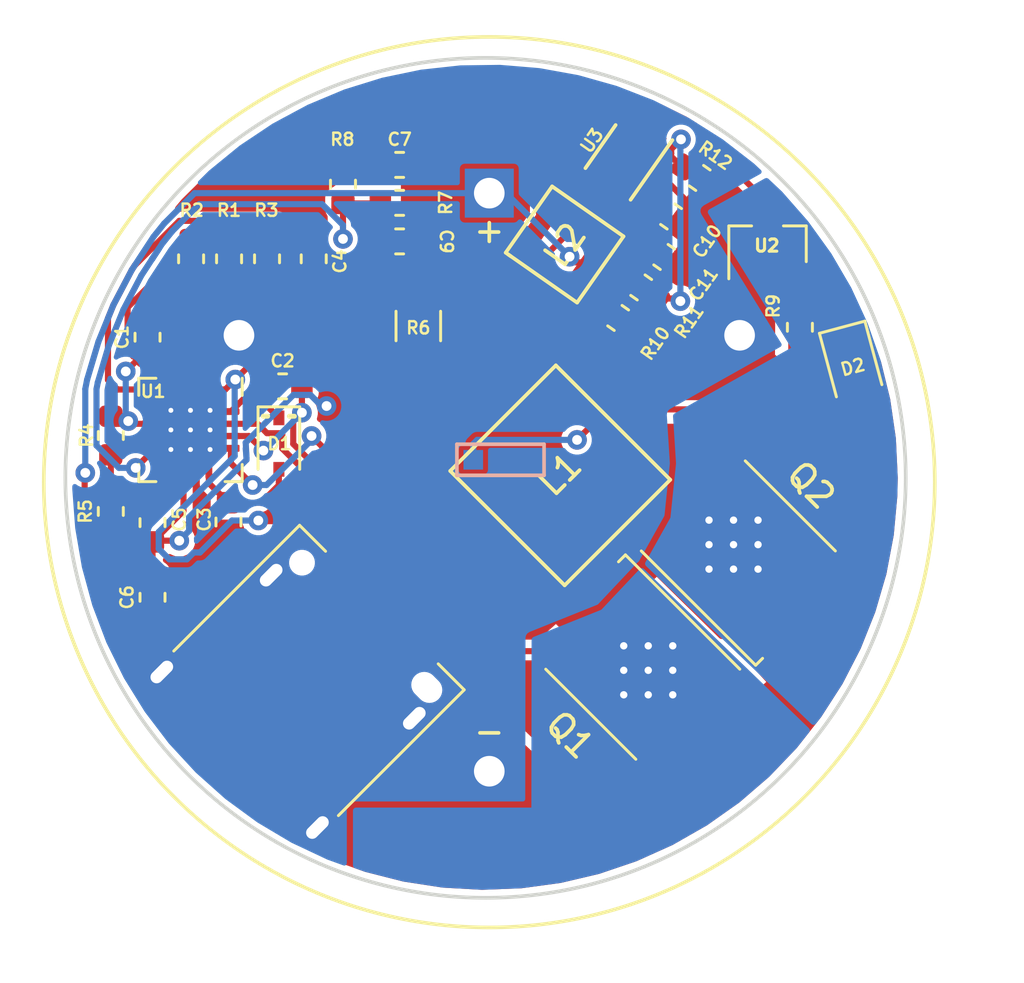
<source format=kicad_pcb>
(kicad_pcb (version 20171130) (host pcbnew 5.0.2-bee76a0~70~ubuntu18.04.1)

  (general
    (thickness 1.6)
    (drawings 9)
    (tracks 397)
    (zones 0)
    (modules 53)
    (nets 39)
  )

  (page A4)
  (layers
    (0 F.Cu signal)
    (31 B.Cu signal)
    (34 B.Paste user)
    (35 F.Paste user)
    (36 B.SilkS user)
    (37 F.SilkS user)
    (38 B.Mask user)
    (39 F.Mask user)
    (44 Edge.Cuts user)
    (45 Margin user)
    (46 B.CrtYd user hide)
    (47 F.CrtYd user hide)
  )

  (setup
    (last_trace_width 0.25)
    (trace_clearance 0.2)
    (zone_clearance 0.2)
    (zone_45_only no)
    (trace_min 0.2)
    (segment_width 0.2)
    (edge_width 0.15)
    (via_size 0.8)
    (via_drill 0.4)
    (via_min_size 0.4)
    (via_min_drill 0.3)
    (uvia_size 0.3)
    (uvia_drill 0.1)
    (uvias_allowed no)
    (uvia_min_size 0.2)
    (uvia_min_drill 0.1)
    (pcb_text_width 0.3)
    (pcb_text_size 1.5 1.5)
    (mod_edge_width 0.15)
    (mod_text_size 1 1)
    (mod_text_width 0.15)
    (pad_size 0.6 0.6)
    (pad_drill 0.3)
    (pad_to_mask_clearance 0)
    (aux_axis_origin 0 0)
    (visible_elements FFFFFF7F)
    (pcbplotparams
      (layerselection 0x010fc_ffffffff)
      (usegerberextensions false)
      (usegerberattributes false)
      (usegerberadvancedattributes false)
      (creategerberjobfile false)
      (excludeedgelayer true)
      (linewidth 0.100000)
      (plotframeref false)
      (viasonmask false)
      (mode 1)
      (useauxorigin false)
      (hpglpennumber 1)
      (hpglpenspeed 20)
      (hpglpendiameter 15.000000)
      (psnegative false)
      (psa4output false)
      (plotreference true)
      (plotvalue true)
      (plotinvisibletext false)
      (padsonsilk false)
      (subtractmaskfromsilk false)
      (outputformat 1)
      (mirror false)
      (drillshape 0)
      (scaleselection 1)
      (outputdirectory "/home/rick/Nextcloud/Endless Torch V2.2/gerber/"))
  )

  (net 0 "")
  (net 1 GND)
  (net 2 Vin)
  (net 3 Vout)
  (net 4 "Net-(D2-Pad1)")
  (net 5 "Net-(R1-Pad1)")
  (net 6 "Net-(R3-Pad1)")
  (net 7 "Net-(C1-Pad1)")
  (net 8 "Net-(C2-Pad1)")
  (net 9 "Net-(C2-Pad2)")
  (net 10 "Net-(C3-Pad2)")
  (net 11 "Net-(C4-Pad2)")
  (net 12 "Net-(C9-Pad1)")
  (net 13 "Net-(D3-Pad1)")
  (net 14 "Net-(J1-PadA2)")
  (net 15 "Net-(J1-PadA3)")
  (net 16 "Net-(J1-PadA5)")
  (net 17 "Net-(J1-PadA6)")
  (net 18 "Net-(J1-PadA7)")
  (net 19 "Net-(J1-PadA10)")
  (net 20 "Net-(J1-PadA8)")
  (net 21 "Net-(J1-PadA11)")
  (net 22 "Net-(J1-PadB2)")
  (net 23 "Net-(J1-PadB3)")
  (net 24 "Net-(J1-PadB5)")
  (net 25 "Net-(J1-PadB6)")
  (net 26 "Net-(J1-PadB7)")
  (net 27 "Net-(J1-PadB8)")
  (net 28 "Net-(J1-PadB10)")
  (net 29 "Net-(J1-PadB11)")
  (net 30 "Net-(L2-Pad2)")
  (net 31 "Net-(R4-Pad2)")
  (net 32 "Net-(R9-Pad1)")
  (net 33 "Net-(R11-Pad2)")
  (net 34 "Net-(U1-Pad3)")
  (net 35 "Net-(U1-Pad5)")
  (net 36 "Net-(C5-Pad2)")
  (net 37 "Net-(Q1-Pad4)")
  (net 38 "Net-(Q2-Pad4)")

  (net_class Default "This is the default net class."
    (clearance 0.2)
    (trace_width 0.25)
    (via_dia 0.8)
    (via_drill 0.4)
    (uvia_dia 0.3)
    (uvia_drill 0.1)
    (add_net GND)
    (add_net "Net-(C1-Pad1)")
    (add_net "Net-(C2-Pad1)")
    (add_net "Net-(C2-Pad2)")
    (add_net "Net-(C3-Pad2)")
    (add_net "Net-(C4-Pad2)")
    (add_net "Net-(C5-Pad2)")
    (add_net "Net-(C9-Pad1)")
    (add_net "Net-(D2-Pad1)")
    (add_net "Net-(D3-Pad1)")
    (add_net "Net-(J1-PadA10)")
    (add_net "Net-(J1-PadA11)")
    (add_net "Net-(J1-PadA2)")
    (add_net "Net-(J1-PadA3)")
    (add_net "Net-(J1-PadA5)")
    (add_net "Net-(J1-PadA6)")
    (add_net "Net-(J1-PadA7)")
    (add_net "Net-(J1-PadA8)")
    (add_net "Net-(J1-PadB10)")
    (add_net "Net-(J1-PadB11)")
    (add_net "Net-(J1-PadB2)")
    (add_net "Net-(J1-PadB3)")
    (add_net "Net-(J1-PadB5)")
    (add_net "Net-(J1-PadB6)")
    (add_net "Net-(J1-PadB7)")
    (add_net "Net-(J1-PadB8)")
    (add_net "Net-(L2-Pad2)")
    (add_net "Net-(Q1-Pad4)")
    (add_net "Net-(Q2-Pad4)")
    (add_net "Net-(R1-Pad1)")
    (add_net "Net-(R11-Pad2)")
    (add_net "Net-(R3-Pad1)")
    (add_net "Net-(R4-Pad2)")
    (add_net "Net-(R9-Pad1)")
    (add_net "Net-(U1-Pad3)")
    (add_net "Net-(U1-Pad5)")
    (add_net Vin)
    (add_net Vout)
  )

  (module "Rick's Custom:VIA-0.6mm" (layer F.Cu) (tedit 5E83D8F7) (tstamp 5E9174FA)
    (at 131.286 60.5978)
    (fp_text reference REF** (at 0 1.27) (layer F.SilkS) hide
      (effects (font (size 1 1) (thickness 0.15)))
    )
    (fp_text value VIA-0.6mm (at 0 -1.016) (layer F.Fab) hide
      (effects (font (size 1 1) (thickness 0.15)))
    )
    (pad 1 thru_hole circle (at 0 0) (size 0.6 0.6) (drill 0.3) (layers *.Cu)
      (net 11 "Net-(C4-Pad2)") (zone_connect 2))
  )

  (module "Rick's Custom:VIA-0.6mm" (layer F.Cu) (tedit 5E83D8F7) (tstamp 5E9174F6)
    (at 130.286 60.5978)
    (fp_text reference REF** (at 0 1.27) (layer F.SilkS) hide
      (effects (font (size 1 1) (thickness 0.15)))
    )
    (fp_text value VIA-0.6mm (at 0 -1.016) (layer F.Fab) hide
      (effects (font (size 1 1) (thickness 0.15)))
    )
    (pad 1 thru_hole circle (at 0 0) (size 0.6 0.6) (drill 0.3) (layers *.Cu)
      (net 11 "Net-(C4-Pad2)") (zone_connect 2))
  )

  (module "Rick's Custom:VIA-0.6mm" (layer F.Cu) (tedit 5E83D8F7) (tstamp 5E9174F2)
    (at 129.286 60.5978)
    (fp_text reference REF** (at 0 1.27) (layer F.SilkS) hide
      (effects (font (size 1 1) (thickness 0.15)))
    )
    (fp_text value VIA-0.6mm (at 0 -1.016) (layer F.Fab) hide
      (effects (font (size 1 1) (thickness 0.15)))
    )
    (pad 1 thru_hole circle (at 0 0) (size 0.6 0.6) (drill 0.3) (layers *.Cu)
      (net 11 "Net-(C4-Pad2)") (zone_connect 2))
  )

  (module "Rick's Custom:VIA-0.6mm" (layer F.Cu) (tedit 5E83D8F7) (tstamp 5E9174EE)
    (at 131.286 59.5978)
    (fp_text reference REF** (at 0 1.27) (layer F.SilkS) hide
      (effects (font (size 1 1) (thickness 0.15)))
    )
    (fp_text value VIA-0.6mm (at 0 -1.016) (layer F.Fab) hide
      (effects (font (size 1 1) (thickness 0.15)))
    )
    (pad 1 thru_hole circle (at 0 0) (size 0.6 0.6) (drill 0.3) (layers *.Cu)
      (net 11 "Net-(C4-Pad2)") (zone_connect 2))
  )

  (module "Rick's Custom:VIA-0.6mm" (layer F.Cu) (tedit 5E83D8F7) (tstamp 5E9174EA)
    (at 130.286 59.5978)
    (fp_text reference REF** (at 0 1.27) (layer F.SilkS) hide
      (effects (font (size 1 1) (thickness 0.15)))
    )
    (fp_text value VIA-0.6mm (at 0 -1.016) (layer F.Fab) hide
      (effects (font (size 1 1) (thickness 0.15)))
    )
    (pad 1 thru_hole circle (at 0 0) (size 0.6 0.6) (drill 0.3) (layers *.Cu)
      (net 11 "Net-(C4-Pad2)") (zone_connect 2))
  )

  (module "Rick's Custom:VIA-0.6mm" (layer F.Cu) (tedit 5E83D8F7) (tstamp 5E9174E6)
    (at 129.286 59.5978)
    (fp_text reference REF** (at 0 1.27) (layer F.SilkS) hide
      (effects (font (size 1 1) (thickness 0.15)))
    )
    (fp_text value VIA-0.6mm (at 0 -1.016) (layer F.Fab) hide
      (effects (font (size 1 1) (thickness 0.15)))
    )
    (pad 1 thru_hole circle (at 0 0) (size 0.6 0.6) (drill 0.3) (layers *.Cu)
      (net 11 "Net-(C4-Pad2)") (zone_connect 2))
  )

  (module "Rick's Custom:VIA-0.6mm" (layer F.Cu) (tedit 5E83D8F7) (tstamp 5E9174E2)
    (at 131.286 58.5978)
    (fp_text reference REF** (at 0 1.27) (layer F.SilkS) hide
      (effects (font (size 1 1) (thickness 0.15)))
    )
    (fp_text value VIA-0.6mm (at 0 -1.016) (layer F.Fab) hide
      (effects (font (size 1 1) (thickness 0.15)))
    )
    (pad 1 thru_hole circle (at 0 0) (size 0.6 0.6) (drill 0.3) (layers *.Cu)
      (net 11 "Net-(C4-Pad2)") (zone_connect 2))
  )

  (module "Rick's Custom:VIA-0.6mm" (layer F.Cu) (tedit 5E83D8F7) (tstamp 5E9174DE)
    (at 130.286 58.5978)
    (fp_text reference REF** (at 0 1.27) (layer F.SilkS) hide
      (effects (font (size 1 1) (thickness 0.15)))
    )
    (fp_text value VIA-0.6mm (at 0 -1.016) (layer F.Fab) hide
      (effects (font (size 1 1) (thickness 0.15)))
    )
    (pad 1 thru_hole circle (at 0 0) (size 0.6 0.6) (drill 0.3) (layers *.Cu)
      (net 11 "Net-(C4-Pad2)") (zone_connect 2))
  )

  (module "Rick's Custom:VIA-0.6mm" (layer F.Cu) (tedit 5E83D787) (tstamp 5E915D31)
    (at 134.7658 55.467)
    (fp_text reference REF** (at 0 1.27) (layer F.SilkS) hide
      (effects (font (size 1 1) (thickness 0.15)))
    )
    (fp_text value VIA-0.6mm (at 0 -1.016) (layer F.Fab) hide
      (effects (font (size 1 1) (thickness 0.15)))
    )
    (pad 1 thru_hole circle (at 0 0) (size 0.6 0.6) (drill 0.3) (layers *.Cu)
      (net 8 "Net-(C2-Pad1)") (zone_connect 2))
  )

  (module "Rick's Custom:VIA-0.6mm" (layer F.Cu) (tedit 5E83D787) (tstamp 5E915D2D)
    (at 133.7658 55.467)
    (fp_text reference REF** (at 0 1.27) (layer F.SilkS) hide
      (effects (font (size 1 1) (thickness 0.15)))
    )
    (fp_text value VIA-0.6mm (at 0 -1.016) (layer F.Fab) hide
      (effects (font (size 1 1) (thickness 0.15)))
    )
    (pad 1 thru_hole circle (at 0 0) (size 0.6 0.6) (drill 0.3) (layers *.Cu)
      (net 8 "Net-(C2-Pad1)") (zone_connect 2))
  )

  (module "Rick's Custom:VIA-0.6mm" (layer F.Cu) (tedit 5E83D787) (tstamp 5E915D29)
    (at 132.7658 55.467)
    (fp_text reference REF** (at 0 1.27) (layer F.SilkS) hide
      (effects (font (size 1 1) (thickness 0.15)))
    )
    (fp_text value VIA-0.6mm (at 0 -1.016) (layer F.Fab) hide
      (effects (font (size 1 1) (thickness 0.15)))
    )
    (pad 1 thru_hole circle (at 0 0) (size 0.6 0.6) (drill 0.3) (layers *.Cu)
      (net 8 "Net-(C2-Pad1)") (zone_connect 2))
  )

  (module "Rick's Custom:VIA-0.6mm" (layer F.Cu) (tedit 5E83D787) (tstamp 5E915D25)
    (at 134.7658 54.467)
    (fp_text reference REF** (at 0 1.27) (layer F.SilkS) hide
      (effects (font (size 1 1) (thickness 0.15)))
    )
    (fp_text value VIA-0.6mm (at 0 -1.016) (layer F.Fab) hide
      (effects (font (size 1 1) (thickness 0.15)))
    )
    (pad 1 thru_hole circle (at 0 0) (size 0.6 0.6) (drill 0.3) (layers *.Cu)
      (net 8 "Net-(C2-Pad1)") (zone_connect 2))
  )

  (module "Rick's Custom:VIA-0.6mm" (layer F.Cu) (tedit 5E83D787) (tstamp 5E915D21)
    (at 133.7658 54.467)
    (fp_text reference REF** (at 0 1.27) (layer F.SilkS) hide
      (effects (font (size 1 1) (thickness 0.15)))
    )
    (fp_text value VIA-0.6mm (at 0 -1.016) (layer F.Fab) hide
      (effects (font (size 1 1) (thickness 0.15)))
    )
    (pad 1 thru_hole circle (at 0 0) (size 0.6 0.6) (drill 0.3) (layers *.Cu)
      (net 8 "Net-(C2-Pad1)") (zone_connect 2))
  )

  (module "Rick's Custom:VIA-0.6mm" (layer F.Cu) (tedit 5E83D787) (tstamp 5E915D1D)
    (at 132.7658 54.467)
    (fp_text reference REF** (at 0 1.27) (layer F.SilkS) hide
      (effects (font (size 1 1) (thickness 0.15)))
    )
    (fp_text value VIA-0.6mm (at 0 -1.016) (layer F.Fab) hide
      (effects (font (size 1 1) (thickness 0.15)))
    )
    (pad 1 thru_hole circle (at 0 0) (size 0.6 0.6) (drill 0.3) (layers *.Cu)
      (net 8 "Net-(C2-Pad1)") (zone_connect 2))
  )

  (module "Rick's Custom:VIA-0.6mm" (layer F.Cu) (tedit 5E83D787) (tstamp 5E915D19)
    (at 134.7658 53.467)
    (fp_text reference REF** (at 0 1.27) (layer F.SilkS) hide
      (effects (font (size 1 1) (thickness 0.15)))
    )
    (fp_text value VIA-0.6mm (at 0 -1.016) (layer F.Fab) hide
      (effects (font (size 1 1) (thickness 0.15)))
    )
    (pad 1 thru_hole circle (at 0 0) (size 0.6 0.6) (drill 0.3) (layers *.Cu)
      (net 8 "Net-(C2-Pad1)") (zone_connect 2))
  )

  (module "Rick's Custom:VIA-0.6mm" (layer F.Cu) (tedit 5E83D787) (tstamp 5E915D15)
    (at 133.7658 53.467)
    (fp_text reference REF** (at 0 1.27) (layer F.SilkS) hide
      (effects (font (size 1 1) (thickness 0.15)))
    )
    (fp_text value VIA-0.6mm (at 0 -1.016) (layer F.Fab) hide
      (effects (font (size 1 1) (thickness 0.15)))
    )
    (pad 1 thru_hole circle (at 0 0) (size 0.6 0.6) (drill 0.3) (layers *.Cu)
      (net 8 "Net-(C2-Pad1)") (zone_connect 2))
  )

  (module Capacitor_SMD:C_0603_1608Metric (layer F.Cu) (tedit 5E278CC9) (tstamp 5DEB04B9)
    (at 131.2164 41.0718 325)
    (descr "Capacitor SMD 0603 (1608 Metric), square (rectangular) end terminal, IPC_7351 nominal, (Body size source: http://www.tortai-tech.com/upload/download/2011102023233369053.pdf), generated with kicad-footprint-generator")
    (tags capacitor)
    (path /5D86627A)
    (attr smd)
    (fp_text reference C10 (at 1.789528 -0.012734 235) (layer F.SilkS)
      (effects (font (size 0.5 0.5) (thickness 0.1)))
    )
    (fp_text value 4.7uF (at 0 1.43 325) (layer F.Fab)
      (effects (font (size 1 1) (thickness 0.15)))
    )
    (fp_text user %R (at 0 0 325) (layer F.Fab)
      (effects (font (size 0.4 0.4) (thickness 0.06)))
    )
    (fp_line (start 1.48 0.73) (end -1.48 0.73) (layer F.CrtYd) (width 0.05))
    (fp_line (start 1.48 -0.73) (end 1.48 0.73) (layer F.CrtYd) (width 0.05))
    (fp_line (start -1.48 -0.73) (end 1.48 -0.73) (layer F.CrtYd) (width 0.05))
    (fp_line (start -1.48 0.73) (end -1.48 -0.73) (layer F.CrtYd) (width 0.05))
    (fp_line (start -0.162779 0.51) (end 0.162779 0.51) (layer F.SilkS) (width 0.12))
    (fp_line (start -0.162779 -0.51) (end 0.162779 -0.51) (layer F.SilkS) (width 0.12))
    (fp_line (start 0.8 0.4) (end -0.8 0.4) (layer F.Fab) (width 0.1))
    (fp_line (start 0.8 -0.4) (end 0.8 0.4) (layer F.Fab) (width 0.1))
    (fp_line (start -0.8 -0.4) (end 0.8 -0.4) (layer F.Fab) (width 0.1))
    (fp_line (start -0.8 0.4) (end -0.8 -0.4) (layer F.Fab) (width 0.1))
    (pad 2 smd roundrect (at 0.7875 0 325) (size 0.875 0.95) (layers F.Cu F.Paste F.Mask) (roundrect_rratio 0.25)
      (net 1 GND))
    (pad 1 smd roundrect (at -0.7875 0 325) (size 0.875 0.95) (layers F.Cu F.Paste F.Mask) (roundrect_rratio 0.25)
      (net 2 Vin))
    (model ${KISYS3DMOD}/Capacitor_SMD.3dshapes/C_0603_1608Metric.wrl
      (at (xyz 0 0 0))
      (scale (xyz 1 1 1))
      (rotate (xyz 0 0 0))
    )
  )

  (module Capacitor_SMD:C_0603_1608Metric (layer F.Cu) (tedit 5E278C81) (tstamp 5DEB0507)
    (at 130.937 42.7228 145)
    (descr "Capacitor SMD 0603 (1608 Metric), square (rectangular) end terminal, IPC_7351 nominal, (Body size source: http://www.tortai-tech.com/upload/download/2011102023233369053.pdf), generated with kicad-footprint-generator")
    (tags capacitor)
    (path /5D86688B)
    (attr smd)
    (fp_text reference C11 (at -1.951836 0.002353 235) (layer F.SilkS)
      (effects (font (size 0.5 0.5) (thickness 0.1)))
    )
    (fp_text value 10uF (at 0 1.43 145) (layer F.Fab)
      (effects (font (size 1 1) (thickness 0.15)))
    )
    (fp_line (start -0.8 0.4) (end -0.8 -0.4) (layer F.Fab) (width 0.1))
    (fp_line (start -0.8 -0.4) (end 0.8 -0.4) (layer F.Fab) (width 0.1))
    (fp_line (start 0.8 -0.4) (end 0.8 0.4) (layer F.Fab) (width 0.1))
    (fp_line (start 0.8 0.4) (end -0.8 0.4) (layer F.Fab) (width 0.1))
    (fp_line (start -0.162779 -0.51) (end 0.162779 -0.51) (layer F.SilkS) (width 0.12))
    (fp_line (start -0.162779 0.51) (end 0.162779 0.51) (layer F.SilkS) (width 0.12))
    (fp_line (start -1.48 0.73) (end -1.48 -0.73) (layer F.CrtYd) (width 0.05))
    (fp_line (start -1.48 -0.73) (end 1.48 -0.73) (layer F.CrtYd) (width 0.05))
    (fp_line (start 1.48 -0.73) (end 1.48 0.73) (layer F.CrtYd) (width 0.05))
    (fp_line (start 1.48 0.73) (end -1.48 0.73) (layer F.CrtYd) (width 0.05))
    (fp_text user %R (at 0 0 145) (layer F.Fab)
      (effects (font (size 0.4 0.4) (thickness 0.06)))
    )
    (pad 1 smd roundrect (at -0.7875 0 145) (size 0.875 0.95) (layers F.Cu F.Paste F.Mask) (roundrect_rratio 0.25)
      (net 1 GND))
    (pad 2 smd roundrect (at 0.7875 0 145) (size 0.875 0.95) (layers F.Cu F.Paste F.Mask) (roundrect_rratio 0.25)
      (net 3 Vout))
    (model ${KISYS3DMOD}/Capacitor_SMD.3dshapes/C_0603_1608Metric.wrl
      (at (xyz 0 0 0))
      (scale (xyz 1 1 1))
      (rotate (xyz 0 0 0))
    )
  )

  (module Diode_SMD:D_SOD-323 (layer F.Cu) (tedit 5E278D0E) (tstamp 5DEB089B)
    (at 115.2144 50.3428 270)
    (descr SOD-323)
    (tags SOD-323)
    (path /5DC0E475)
    (attr smd)
    (fp_text reference D1 (at 0.003106 -0.0221) (layer F.SilkS)
      (effects (font (size 0.5 0.5) (thickness 0.1)))
    )
    (fp_text value BAT54 (at 0.1 1.9 270) (layer F.Fab)
      (effects (font (size 1 1) (thickness 0.15)))
    )
    (fp_text user %R (at 0 -1.85 270) (layer F.Fab)
      (effects (font (size 1 1) (thickness 0.15)))
    )
    (fp_line (start -1.5 -0.85) (end -1.5 0.85) (layer F.SilkS) (width 0.12))
    (fp_line (start 0.2 0) (end 0.45 0) (layer F.Fab) (width 0.1))
    (fp_line (start 0.2 0.35) (end -0.3 0) (layer F.Fab) (width 0.1))
    (fp_line (start 0.2 -0.35) (end 0.2 0.35) (layer F.Fab) (width 0.1))
    (fp_line (start -0.3 0) (end 0.2 -0.35) (layer F.Fab) (width 0.1))
    (fp_line (start -0.3 0) (end -0.5 0) (layer F.Fab) (width 0.1))
    (fp_line (start -0.3 -0.35) (end -0.3 0.35) (layer F.Fab) (width 0.1))
    (fp_line (start -0.9 0.7) (end -0.9 -0.7) (layer F.Fab) (width 0.1))
    (fp_line (start 0.9 0.7) (end -0.9 0.7) (layer F.Fab) (width 0.1))
    (fp_line (start 0.9 -0.7) (end 0.9 0.7) (layer F.Fab) (width 0.1))
    (fp_line (start -0.9 -0.7) (end 0.9 -0.7) (layer F.Fab) (width 0.1))
    (fp_line (start -1.6 -0.95) (end 1.6 -0.95) (layer F.CrtYd) (width 0.05))
    (fp_line (start 1.6 -0.95) (end 1.6 0.95) (layer F.CrtYd) (width 0.05))
    (fp_line (start -1.6 0.95) (end 1.6 0.95) (layer F.CrtYd) (width 0.05))
    (fp_line (start -1.6 -0.95) (end -1.6 0.95) (layer F.CrtYd) (width 0.05))
    (fp_line (start -1.5 0.85) (end 1.05 0.85) (layer F.SilkS) (width 0.12))
    (fp_line (start -1.5 -0.85) (end 1.05 -0.85) (layer F.SilkS) (width 0.12))
    (pad 1 smd rect (at -1.05 0 270) (size 0.6 0.45) (layers F.Cu F.Paste F.Mask)
      (net 9 "Net-(C2-Pad2)"))
    (pad 2 smd rect (at 1.05 0 270) (size 0.6 0.45) (layers F.Cu F.Paste F.Mask)
      (net 10 "Net-(C3-Pad2)"))
    (model ${KISYS3DMOD}/Diode_SMD.3dshapes/D_SOD-323.wrl
      (at (xyz 0 0 0))
      (scale (xyz 1 1 1))
      (rotate (xyz 0 0 0))
    )
  )

  (module LED_SMD:LED_0805_2012Metric (layer F.Cu) (tedit 5E278CFB) (tstamp 5DEB08DB)
    (at 138.6332 47.2186 285)
    (descr "LED SMD 0805 (2012 Metric), square (rectangular) end terminal, IPC_7351 nominal, (Body size source: https://docs.google.com/spreadsheets/d/1BsfQQcO9C6DZCsRaXUlFlo91Tg2WpOkGARC1WS5S8t0/edit?usp=sharing), generated with kicad-footprint-generator")
    (tags diode)
    (path /5D871E89)
    (attr smd)
    (fp_text reference D2 (at 0 0 15) (layer F.SilkS)
      (effects (font (size 0.5 0.5) (thickness 0.1)))
    )
    (fp_text value GREEN (at 0 1.65 285) (layer F.Fab)
      (effects (font (size 1 1) (thickness 0.15)))
    )
    (fp_line (start 1 -0.6) (end -0.7 -0.6) (layer F.Fab) (width 0.1))
    (fp_line (start -0.7 -0.6) (end -1 -0.3) (layer F.Fab) (width 0.1))
    (fp_line (start -1 -0.3) (end -1 0.6) (layer F.Fab) (width 0.1))
    (fp_line (start -1 0.6) (end 1 0.6) (layer F.Fab) (width 0.1))
    (fp_line (start 1 0.6) (end 1 -0.6) (layer F.Fab) (width 0.1))
    (fp_line (start 1 -0.96) (end -1.685 -0.96) (layer F.SilkS) (width 0.12))
    (fp_line (start -1.685 -0.96) (end -1.685 0.96) (layer F.SilkS) (width 0.12))
    (fp_line (start -1.685 0.96) (end 1 0.96) (layer F.SilkS) (width 0.12))
    (fp_line (start -1.68 0.95) (end -1.68 -0.95) (layer F.CrtYd) (width 0.05))
    (fp_line (start -1.68 -0.95) (end 1.68 -0.95) (layer F.CrtYd) (width 0.05))
    (fp_line (start 1.68 -0.95) (end 1.68 0.95) (layer F.CrtYd) (width 0.05))
    (fp_line (start 1.68 0.95) (end -1.68 0.95) (layer F.CrtYd) (width 0.05))
    (fp_text user %R (at 0 0 285) (layer F.Fab)
      (effects (font (size 0.5 0.5) (thickness 0.08)))
    )
    (pad 1 smd roundrect (at -0.9375 0 285) (size 0.975 1.4) (layers F.Cu F.Paste F.Mask) (roundrect_rratio 0.25)
      (net 4 "Net-(D2-Pad1)"))
    (pad 2 smd roundrect (at 0.9375 0 285) (size 0.975 1.4) (layers F.Cu F.Paste F.Mask) (roundrect_rratio 0.25)
      (net 1 GND))
    (model ${KISYS3DMOD}/LED_SMD.3dshapes/LED_0805_2012Metric.wrl
      (at (xyz 0 0 0))
      (scale (xyz 1 1 1))
      (rotate (xyz 0 0 0))
    )
  )

  (module "Rick's Custom:3014_led" (layer B.Cu) (tedit 5DEC37D2) (tstamp 5DEB0908)
    (at 124.2568 51.0032)
    (path /5D872DFE)
    (fp_text reference D3 (at 0 -1.651) (layer B.SilkS) hide
      (effects (font (size 1 1) (thickness 0.15)) (justify mirror))
    )
    (fp_text value 3014 (at 0 1.524) (layer B.Fab)
      (effects (font (size 1 1) (thickness 0.15)) (justify mirror))
    )
    (fp_line (start -1.778 -0.635) (end -1.778 0.635) (layer B.SilkS) (width 0.15))
    (fp_line (start 1.778 -0.635) (end -1.778 -0.635) (layer B.SilkS) (width 0.15))
    (fp_line (start 1.778 0.635) (end 1.778 -0.635) (layer B.SilkS) (width 0.15))
    (fp_line (start -1.778 0.635) (end 1.778 0.635) (layer B.SilkS) (width 0.15))
    (pad 1 smd rect (at -1.11 0) (size 0.8 0.8) (layers B.Cu B.Paste B.Mask)
      (net 13 "Net-(D3-Pad1)"))
    (pad 2 smd rect (at 0.695 0) (size 1.61 0.72) (layers B.Cu B.Paste B.Mask)
      (net 1 GND))
  )

  (module Connector_USB:USB_C_Receptacle_Amphenol_12401610E4-2A (layer F.Cu) (tedit 5DF15557) (tstamp 5E470891)
    (at 115.6208 60.833 315)
    (descr "USB TYPE C, RA RCPT PCB, SMT, https://www.amphenolcanada.com/StockAvailabilityPrice.aspx?From=&PartNum=12401610E4%7e2A")
    (tags "USB C Type-C Receptacle SMD")
    (path /5DE2D731)
    (solder_paste_ratio -0.2)
    (attr smd)
    (fp_text reference J1 (at 0 -6.36 315) (layer F.SilkS) hide
      (effects (font (size 1 1) (thickness 0.15)))
    )
    (fp_text value 12401610E4#2A (at 0 6.14 315) (layer F.Fab)
      (effects (font (size 1 1) (thickness 0.15)))
    )
    (fp_text user %R (at 0 0 315) (layer F.Fab)
      (effects (font (size 1 1) (thickness 0.1)))
    )
    (fp_line (start -5.39 5.73) (end -5.39 -5.87) (layer F.CrtYd) (width 0.05))
    (fp_line (start 5.39 5.73) (end -5.39 5.73) (layer F.CrtYd) (width 0.05))
    (fp_line (start 5.39 -5.87) (end 5.39 5.73) (layer F.CrtYd) (width 0.05))
    (fp_line (start -5.39 -5.87) (end 5.39 -5.87) (layer F.CrtYd) (width 0.05))
    (fp_line (start 4.599999 5.23) (end 4.6 -5.22) (layer F.Fab) (width 0.1))
    (fp_line (start -4.6 5.23) (end 4.599999 5.23) (layer F.Fab) (width 0.1))
    (fp_line (start 3.25 -5.37) (end 4.75 -5.37) (layer F.SilkS) (width 0.12))
    (fp_line (start 4.75 -5.37) (end 4.75 1.89) (layer F.SilkS) (width 0.12))
    (fp_line (start -4.750001 -5.37) (end -4.75 1.889999) (layer F.SilkS) (width 0.12))
    (fp_line (start -4.750001 -5.37) (end -3.25 -5.37) (layer F.SilkS) (width 0.12))
    (fp_line (start -4.6 -5.22) (end 4.6 -5.22) (layer F.Fab) (width 0.1))
    (fp_line (start -4.6 5.23) (end -4.6 -5.22) (layer F.Fab) (width 0.1))
    (pad S1 thru_hole oval (at -4.13 -3.11 315) (size 0.8 1.4) (drill oval 0.5 1.1) (layers *.Cu *.Mask F.Paste)
      (net 1 GND))
    (pad A1 smd rect (at -2.75 -5.019999 315) (size 0.3 0.7) (layers F.Cu F.Paste F.Mask)
      (net 1 GND))
    (pad A2 smd rect (at -2.250001 -5.02 315) (size 0.3 0.7) (layers F.Cu F.Paste F.Mask)
      (net 14 "Net-(J1-PadA2)"))
    (pad A3 smd rect (at -1.75 -5.02 315) (size 0.3 0.7) (layers F.Cu F.Paste F.Mask)
      (net 15 "Net-(J1-PadA3)"))
    (pad A4 smd rect (at -1.25 -5.020001 315) (size 0.3 0.7) (layers F.Cu F.Paste F.Mask)
      (net 11 "Net-(C4-Pad2)"))
    (pad A5 smd rect (at -0.75 -5.02 315) (size 0.3 0.7) (layers F.Cu F.Paste F.Mask)
      (net 16 "Net-(J1-PadA5)"))
    (pad A6 smd rect (at -0.25 -5.02 315) (size 0.3 0.7) (layers F.Cu F.Paste F.Mask)
      (net 17 "Net-(J1-PadA6)"))
    (pad A7 smd rect (at 0.25 -5.02 315) (size 0.3 0.7) (layers F.Cu F.Paste F.Mask)
      (net 18 "Net-(J1-PadA7)"))
    (pad A12 smd rect (at 2.749999 -5.02 315) (size 0.3 0.7) (layers F.Cu F.Paste F.Mask)
      (net 1 GND))
    (pad A10 smd rect (at 1.75 -5.019999 315) (size 0.3 0.7) (layers F.Cu F.Paste F.Mask)
      (net 19 "Net-(J1-PadA10)"))
    (pad A9 smd rect (at 1.25 -5.020001 315) (size 0.3 0.7) (layers F.Cu F.Paste F.Mask)
      (net 11 "Net-(C4-Pad2)"))
    (pad A8 smd rect (at 0.75 -5.02 315) (size 0.3 0.7) (layers F.Cu F.Paste F.Mask)
      (net 20 "Net-(J1-PadA8)"))
    (pad A11 smd rect (at 2.25 -5.02 315) (size 0.3 0.7) (layers F.Cu F.Paste F.Mask)
      (net 21 "Net-(J1-PadA11)"))
    (pad B1 smd rect (at 2.499999 -3.32 315) (size 0.3 0.7) (layers F.Cu F.Paste F.Mask)
      (net 1 GND))
    (pad S1 thru_hole oval (at 4.13 -3.11 315) (size 0.8 1.4) (drill oval 0.5 1.1) (layers *.Cu *.Mask F.Paste)
      (net 1 GND))
    (pad S1 thru_hole oval (at 4.49 2.84 315) (size 0.8 1.4) (drill oval 0.5 1.1) (layers *.Cu *.Mask F.Paste)
      (net 1 GND))
    (pad S1 thru_hole oval (at -4.49 2.84 315) (size 0.8 1.4) (drill oval 0.5 1.1) (layers *.Cu *.Mask F.Paste)
      (net 1 GND))
    (pad "" np_thru_hole oval (at 3.6 -4.36 315) (size 0.95 0.65) (drill oval 0.95 0.65) (layers *.Cu *.Mask))
    (pad "" np_thru_hole circle (at -3.6 -4.36 315) (size 0.65 0.65) (drill 0.65) (layers *.Cu *.Mask))
    (pad B2 smd rect (at 2 -3.32 315) (size 0.3 0.7) (layers F.Cu F.Paste F.Mask)
      (net 22 "Net-(J1-PadB2)"))
    (pad B3 smd rect (at 1.5 -3.32 315) (size 0.3 0.7) (layers F.Cu F.Paste F.Mask)
      (net 23 "Net-(J1-PadB3)"))
    (pad B4 smd rect (at 1 -3.32 315) (size 0.3 0.7) (layers F.Cu F.Paste F.Mask)
      (net 11 "Net-(C4-Pad2)"))
    (pad B5 smd rect (at 0.5 -3.32 315) (size 0.3 0.7) (layers F.Cu F.Paste F.Mask)
      (net 24 "Net-(J1-PadB5)"))
    (pad B6 smd rect (at 0 -3.320001 315) (size 0.3 0.7) (layers F.Cu F.Paste F.Mask)
      (net 25 "Net-(J1-PadB6)"))
    (pad B7 smd rect (at -0.5 -3.32 315) (size 0.3 0.7) (layers F.Cu F.Paste F.Mask)
      (net 26 "Net-(J1-PadB7)"))
    (pad B8 smd rect (at -1 -3.32 315) (size 0.3 0.7) (layers F.Cu F.Paste F.Mask)
      (net 27 "Net-(J1-PadB8)"))
    (pad B9 smd rect (at -1.5 -3.320001 315) (size 0.3 0.7) (layers F.Cu F.Paste F.Mask)
      (net 11 "Net-(C4-Pad2)"))
    (pad B10 smd rect (at -2 -3.319999 315) (size 0.3 0.7) (layers F.Cu F.Paste F.Mask)
      (net 28 "Net-(J1-PadB10)"))
    (pad B11 smd rect (at -2.499999 -3.32 315) (size 0.3 0.7) (layers F.Cu F.Paste F.Mask)
      (net 29 "Net-(J1-PadB11)"))
    (pad B12 smd rect (at -2.999997 -3.32 315) (size 0.3 0.7) (layers F.Cu F.Paste F.Mask)
      (net 1 GND))
    (model ${KISYS3DMOD}/Connector_USB.3dshapes/USB_C_Receptacle_Amphenol_12401610E4-2A.wrl
      (at (xyz 0 0 0))
      (scale (xyz 1 1 1))
      (rotate (xyz 0 0 0))
    )
  )

  (module "Rick's Custom:ETQ-P3M6R8KVP" (layer F.Cu) (tedit 5DE4367D) (tstamp 5DEB0467)
    (at 126.6952 51.6382 135)
    (path /5DC11427)
    (fp_text reference L1 (at 0.046722 0.020076 225) (layer F.SilkS)
      (effects (font (size 1 1) (thickness 0.15)))
    )
    (fp_text value 6.8uH (at -0.1016 -3.81 135) (layer F.Fab)
      (effects (font (size 1 1) (thickness 0.15)))
    )
    (fp_line (start -3.302 -3.048) (end 3.302 -3.048) (layer F.SilkS) (width 0.15))
    (fp_line (start 3.302 -3.048) (end 3.302 3.048) (layer F.SilkS) (width 0.15))
    (fp_line (start 3.302 3.048) (end -3.302 3.048) (layer F.SilkS) (width 0.15))
    (fp_line (start -3.302 3.048) (end -3.302 -3.048) (layer F.SilkS) (width 0.15))
    (pad 1 smd roundrect (at -2.429999 0 135) (size 1.9 2.79) (layers F.Cu F.Paste F.Mask) (roundrect_rratio 0.25)
      (net 8 "Net-(C2-Pad1)"))
    (pad 2 smd roundrect (at 2.429999 0 135) (size 1.9 2.79) (layers F.Cu F.Paste F.Mask) (roundrect_rratio 0.25)
      (net 36 "Net-(C5-Pad2)"))
  )

  (module "Rick's Custom:LPS3015-472MRC" (layer F.Cu) (tedit 5B144F5C) (tstamp 5DEB05C1)
    (at 126.873 42.2148 145)
    (path /5D8663B1)
    (fp_text reference L2 (at -0.026292 -0.005898 235) (layer F.SilkS)
      (effects (font (size 1 1) (thickness 0.15)))
    )
    (fp_text value 4.7uH (at 0 -2.667 145) (layer F.Fab)
      (effects (font (size 1 1) (thickness 0.15)))
    )
    (fp_line (start 1.778 -1.651) (end 1.524 -1.651) (layer F.SilkS) (width 0.15))
    (fp_line (start 1.778 1.651) (end 1.778 -1.651) (layer F.SilkS) (width 0.15))
    (fp_line (start -1.778 1.651) (end 1.778 1.651) (layer F.SilkS) (width 0.15))
    (fp_line (start -1.778 -1.651) (end -1.778 1.651) (layer F.SilkS) (width 0.15))
    (fp_line (start 1.651 -1.651) (end -1.778 -1.651) (layer F.SilkS) (width 0.15))
    (pad 2 smd rect (at 1.27 0 145) (size 0.76 3.05) (layers F.Cu F.Paste F.Mask)
      (net 30 "Net-(L2-Pad2)"))
    (pad 1 smd rect (at -1.27 0 145) (size 0.76 3.05) (layers F.Cu F.Paste F.Mask)
      (net 2 Vin))
  )

  (module Resistor_SMD:R_0603_1608Metric (layer F.Cu) (tedit 5E278D40) (tstamp 5DEB0567)
    (at 113.1824 42.799 270)
    (descr "Resistor SMD 0603 (1608 Metric), square (rectangular) end terminal, IPC_7351 nominal, (Body size source: http://www.tortai-tech.com/upload/download/2011102023233369053.pdf), generated with kicad-footprint-generator")
    (tags resistor)
    (path /5DE25779)
    (attr smd)
    (fp_text reference R1 (at -1.9812 0.0033) (layer F.SilkS)
      (effects (font (size 0.5 0.5) (thickness 0.1)))
    )
    (fp_text value 100Kohm (at 0 1.43 270) (layer F.Fab)
      (effects (font (size 1 1) (thickness 0.15)))
    )
    (fp_line (start -0.8 0.4) (end -0.8 -0.4) (layer F.Fab) (width 0.1))
    (fp_line (start -0.8 -0.4) (end 0.8 -0.4) (layer F.Fab) (width 0.1))
    (fp_line (start 0.8 -0.4) (end 0.8 0.4) (layer F.Fab) (width 0.1))
    (fp_line (start 0.8 0.4) (end -0.8 0.4) (layer F.Fab) (width 0.1))
    (fp_line (start -0.162779 -0.51) (end 0.162779 -0.51) (layer F.SilkS) (width 0.12))
    (fp_line (start -0.162779 0.51) (end 0.162779 0.51) (layer F.SilkS) (width 0.12))
    (fp_line (start -1.48 0.73) (end -1.48 -0.73) (layer F.CrtYd) (width 0.05))
    (fp_line (start -1.48 -0.73) (end 1.48 -0.73) (layer F.CrtYd) (width 0.05))
    (fp_line (start 1.48 -0.73) (end 1.48 0.73) (layer F.CrtYd) (width 0.05))
    (fp_line (start 1.48 0.73) (end -1.48 0.73) (layer F.CrtYd) (width 0.05))
    (fp_text user %R (at 0 0 270) (layer F.Fab)
      (effects (font (size 0.4 0.4) (thickness 0.06)))
    )
    (pad 1 smd roundrect (at -0.7875 0 270) (size 0.875 0.95) (layers F.Cu F.Paste F.Mask) (roundrect_rratio 0.25)
      (net 5 "Net-(R1-Pad1)"))
    (pad 2 smd roundrect (at 0.7875 0 270) (size 0.875 0.95) (layers F.Cu F.Paste F.Mask) (roundrect_rratio 0.25)
      (net 7 "Net-(C1-Pad1)"))
    (model ${KISYS3DMOD}/Resistor_SMD.3dshapes/R_0603_1608Metric.wrl
      (at (xyz 0 0 0))
      (scale (xyz 1 1 1))
      (rotate (xyz 0 0 0))
    )
  )

  (module Resistor_SMD:R_0603_1608Metric (layer F.Cu) (tedit 5E278D60) (tstamp 5DEB07D4)
    (at 111.633 42.799 90)
    (descr "Resistor SMD 0603 (1608 Metric), square (rectangular) end terminal, IPC_7351 nominal, (Body size source: http://www.tortai-tech.com/upload/download/2011102023233369053.pdf), generated with kicad-footprint-generator")
    (tags resistor)
    (path /5DE2580D)
    (attr smd)
    (fp_text reference R2 (at 1.9812 0.0254 -180) (layer F.SilkS)
      (effects (font (size 0.5 0.5) (thickness 0.1)))
    )
    (fp_text value 100Kohm (at 0 1.43 90) (layer F.Fab)
      (effects (font (size 1 1) (thickness 0.15)))
    )
    (fp_text user %R (at 0 0 90) (layer F.Fab)
      (effects (font (size 0.4 0.4) (thickness 0.06)))
    )
    (fp_line (start 1.48 0.73) (end -1.48 0.73) (layer F.CrtYd) (width 0.05))
    (fp_line (start 1.48 -0.73) (end 1.48 0.73) (layer F.CrtYd) (width 0.05))
    (fp_line (start -1.48 -0.73) (end 1.48 -0.73) (layer F.CrtYd) (width 0.05))
    (fp_line (start -1.48 0.73) (end -1.48 -0.73) (layer F.CrtYd) (width 0.05))
    (fp_line (start -0.162779 0.51) (end 0.162779 0.51) (layer F.SilkS) (width 0.12))
    (fp_line (start -0.162779 -0.51) (end 0.162779 -0.51) (layer F.SilkS) (width 0.12))
    (fp_line (start 0.8 0.4) (end -0.8 0.4) (layer F.Fab) (width 0.1))
    (fp_line (start 0.8 -0.4) (end 0.8 0.4) (layer F.Fab) (width 0.1))
    (fp_line (start -0.8 -0.4) (end 0.8 -0.4) (layer F.Fab) (width 0.1))
    (fp_line (start -0.8 0.4) (end -0.8 -0.4) (layer F.Fab) (width 0.1))
    (pad 2 smd roundrect (at 0.7875 0 90) (size 0.875 0.95) (layers F.Cu F.Paste F.Mask) (roundrect_rratio 0.25)
      (net 5 "Net-(R1-Pad1)"))
    (pad 1 smd roundrect (at -0.7875 0 90) (size 0.875 0.95) (layers F.Cu F.Paste F.Mask) (roundrect_rratio 0.25)
      (net 1 GND))
    (model ${KISYS3DMOD}/Resistor_SMD.3dshapes/R_0603_1608Metric.wrl
      (at (xyz 0 0 0))
      (scale (xyz 1 1 1))
      (rotate (xyz 0 0 0))
    )
  )

  (module Resistor_SMD:R_0603_1608Metric (layer F.Cu) (tedit 5E278D59) (tstamp 5DEB0645)
    (at 114.7318 42.799 90)
    (descr "Resistor SMD 0603 (1608 Metric), square (rectangular) end terminal, IPC_7351 nominal, (Body size source: http://www.tortai-tech.com/upload/download/2011102023233369053.pdf), generated with kicad-footprint-generator")
    (tags resistor)
    (path /5DE256EE)
    (attr smd)
    (fp_text reference R3 (at 1.9812 -0.0254 -180) (layer F.SilkS)
      (effects (font (size 0.5 0.5) (thickness 0.1)))
    )
    (fp_text value 100ohm (at 0 1.43 90) (layer F.Fab)
      (effects (font (size 1 1) (thickness 0.15)))
    )
    (fp_text user %R (at 0 0 90) (layer F.Fab)
      (effects (font (size 0.4 0.4) (thickness 0.06)))
    )
    (fp_line (start 1.48 0.73) (end -1.48 0.73) (layer F.CrtYd) (width 0.05))
    (fp_line (start 1.48 -0.73) (end 1.48 0.73) (layer F.CrtYd) (width 0.05))
    (fp_line (start -1.48 -0.73) (end 1.48 -0.73) (layer F.CrtYd) (width 0.05))
    (fp_line (start -1.48 0.73) (end -1.48 -0.73) (layer F.CrtYd) (width 0.05))
    (fp_line (start -0.162779 0.51) (end 0.162779 0.51) (layer F.SilkS) (width 0.12))
    (fp_line (start -0.162779 -0.51) (end 0.162779 -0.51) (layer F.SilkS) (width 0.12))
    (fp_line (start 0.8 0.4) (end -0.8 0.4) (layer F.Fab) (width 0.1))
    (fp_line (start 0.8 -0.4) (end 0.8 0.4) (layer F.Fab) (width 0.1))
    (fp_line (start -0.8 -0.4) (end 0.8 -0.4) (layer F.Fab) (width 0.1))
    (fp_line (start -0.8 0.4) (end -0.8 -0.4) (layer F.Fab) (width 0.1))
    (pad 2 smd roundrect (at 0.7875 0 90) (size 0.875 0.95) (layers F.Cu F.Paste F.Mask) (roundrect_rratio 0.25)
      (net 5 "Net-(R1-Pad1)"))
    (pad 1 smd roundrect (at -0.7875 0 90) (size 0.875 0.95) (layers F.Cu F.Paste F.Mask) (roundrect_rratio 0.25)
      (net 6 "Net-(R3-Pad1)"))
    (model ${KISYS3DMOD}/Resistor_SMD.3dshapes/R_0603_1608Metric.wrl
      (at (xyz 0 0 0))
      (scale (xyz 1 1 1))
      (rotate (xyz 0 0 0))
    )
  )

  (module Resistor_SMD:R_0603_1608Metric (layer F.Cu) (tedit 5E278D48) (tstamp 5DEB0804)
    (at 108.3564 50.0126 270)
    (descr "Resistor SMD 0603 (1608 Metric), square (rectangular) end terminal, IPC_7351 nominal, (Body size source: http://www.tortai-tech.com/upload/download/2011102023233369053.pdf), generated with kicad-footprint-generator")
    (tags resistor)
    (path /5DE1C942)
    (attr smd)
    (fp_text reference R4 (at 0 0.9906 90) (layer F.SilkS)
      (effects (font (size 0.5 0.5) (thickness 0.1)))
    )
    (fp_text value 100Kohm (at 0 1.43 270) (layer F.Fab)
      (effects (font (size 1 1) (thickness 0.15)))
    )
    (fp_line (start -0.8 0.4) (end -0.8 -0.4) (layer F.Fab) (width 0.1))
    (fp_line (start -0.8 -0.4) (end 0.8 -0.4) (layer F.Fab) (width 0.1))
    (fp_line (start 0.8 -0.4) (end 0.8 0.4) (layer F.Fab) (width 0.1))
    (fp_line (start 0.8 0.4) (end -0.8 0.4) (layer F.Fab) (width 0.1))
    (fp_line (start -0.162779 -0.51) (end 0.162779 -0.51) (layer F.SilkS) (width 0.12))
    (fp_line (start -0.162779 0.51) (end 0.162779 0.51) (layer F.SilkS) (width 0.12))
    (fp_line (start -1.48 0.73) (end -1.48 -0.73) (layer F.CrtYd) (width 0.05))
    (fp_line (start -1.48 -0.73) (end 1.48 -0.73) (layer F.CrtYd) (width 0.05))
    (fp_line (start 1.48 -0.73) (end 1.48 0.73) (layer F.CrtYd) (width 0.05))
    (fp_line (start 1.48 0.73) (end -1.48 0.73) (layer F.CrtYd) (width 0.05))
    (fp_text user %R (at 0 0 270) (layer F.Fab)
      (effects (font (size 0.4 0.4) (thickness 0.06)))
    )
    (pad 1 smd roundrect (at -0.7875 0 270) (size 0.875 0.95) (layers F.Cu F.Paste F.Mask) (roundrect_rratio 0.25)
      (net 7 "Net-(C1-Pad1)"))
    (pad 2 smd roundrect (at 0.7875 0 270) (size 0.875 0.95) (layers F.Cu F.Paste F.Mask) (roundrect_rratio 0.25)
      (net 31 "Net-(R4-Pad2)"))
    (model ${KISYS3DMOD}/Resistor_SMD.3dshapes/R_0603_1608Metric.wrl
      (at (xyz 0 0 0))
      (scale (xyz 1 1 1))
      (rotate (xyz 0 0 0))
    )
  )

  (module Resistor_SMD:R_0603_1608Metric (layer F.Cu) (tedit 5E278D4F) (tstamp 5DEB0774)
    (at 108.3564 53.1114 270)
    (descr "Resistor SMD 0603 (1608 Metric), square (rectangular) end terminal, IPC_7351 nominal, (Body size source: http://www.tortai-tech.com/upload/download/2011102023233369053.pdf), generated with kicad-footprint-generator")
    (tags resistor)
    (path /5DE1C9AC)
    (attr smd)
    (fp_text reference R5 (at 0 1.0414 90) (layer F.SilkS)
      (effects (font (size 0.5 0.5) (thickness 0.1)))
    )
    (fp_text value 13.8Kohm (at 0 1.43 270) (layer F.Fab)
      (effects (font (size 1 1) (thickness 0.15)))
    )
    (fp_line (start -0.8 0.4) (end -0.8 -0.4) (layer F.Fab) (width 0.1))
    (fp_line (start -0.8 -0.4) (end 0.8 -0.4) (layer F.Fab) (width 0.1))
    (fp_line (start 0.8 -0.4) (end 0.8 0.4) (layer F.Fab) (width 0.1))
    (fp_line (start 0.8 0.4) (end -0.8 0.4) (layer F.Fab) (width 0.1))
    (fp_line (start -0.162779 -0.51) (end 0.162779 -0.51) (layer F.SilkS) (width 0.12))
    (fp_line (start -0.162779 0.51) (end 0.162779 0.51) (layer F.SilkS) (width 0.12))
    (fp_line (start -1.48 0.73) (end -1.48 -0.73) (layer F.CrtYd) (width 0.05))
    (fp_line (start -1.48 -0.73) (end 1.48 -0.73) (layer F.CrtYd) (width 0.05))
    (fp_line (start 1.48 -0.73) (end 1.48 0.73) (layer F.CrtYd) (width 0.05))
    (fp_line (start 1.48 0.73) (end -1.48 0.73) (layer F.CrtYd) (width 0.05))
    (fp_text user %R (at 0 0 270) (layer F.Fab)
      (effects (font (size 0.4 0.4) (thickness 0.06)))
    )
    (pad 1 smd roundrect (at -0.7875 0 270) (size 0.875 0.95) (layers F.Cu F.Paste F.Mask) (roundrect_rratio 0.25)
      (net 31 "Net-(R4-Pad2)"))
    (pad 2 smd roundrect (at 0.7875 0 270) (size 0.875 0.95) (layers F.Cu F.Paste F.Mask) (roundrect_rratio 0.25)
      (net 1 GND))
    (model ${KISYS3DMOD}/Resistor_SMD.3dshapes/R_0603_1608Metric.wrl
      (at (xyz 0 0 0))
      (scale (xyz 1 1 1))
      (rotate (xyz 0 0 0))
    )
  )

  (module Resistor_SMD:R_0603_1608Metric (layer F.Cu) (tedit 5E278D87) (tstamp 5DEB05E5)
    (at 120.142 40.513 180)
    (descr "Resistor SMD 0603 (1608 Metric), square (rectangular) end terminal, IPC_7351 nominal, (Body size source: http://www.tortai-tech.com/upload/download/2011102023233369053.pdf), generated with kicad-footprint-generator")
    (tags resistor)
    (path /5DC160C5)
    (attr smd)
    (fp_text reference R7 (at -1.8796 0 -90) (layer F.SilkS)
      (effects (font (size 0.5 0.5) (thickness 0.1)))
    )
    (fp_text value 30Kohm (at 0 1.43 180) (layer F.Fab)
      (effects (font (size 1 1) (thickness 0.15)))
    )
    (fp_line (start -0.8 0.4) (end -0.8 -0.4) (layer F.Fab) (width 0.1))
    (fp_line (start -0.8 -0.4) (end 0.8 -0.4) (layer F.Fab) (width 0.1))
    (fp_line (start 0.8 -0.4) (end 0.8 0.4) (layer F.Fab) (width 0.1))
    (fp_line (start 0.8 0.4) (end -0.8 0.4) (layer F.Fab) (width 0.1))
    (fp_line (start -0.162779 -0.51) (end 0.162779 -0.51) (layer F.SilkS) (width 0.12))
    (fp_line (start -0.162779 0.51) (end 0.162779 0.51) (layer F.SilkS) (width 0.12))
    (fp_line (start -1.48 0.73) (end -1.48 -0.73) (layer F.CrtYd) (width 0.05))
    (fp_line (start -1.48 -0.73) (end 1.48 -0.73) (layer F.CrtYd) (width 0.05))
    (fp_line (start 1.48 -0.73) (end 1.48 0.73) (layer F.CrtYd) (width 0.05))
    (fp_line (start 1.48 0.73) (end -1.48 0.73) (layer F.CrtYd) (width 0.05))
    (fp_text user %R (at 0 0 180) (layer F.Fab)
      (effects (font (size 0.4 0.4) (thickness 0.06)))
    )
    (pad 1 smd roundrect (at -0.7875 0 180) (size 0.875 0.95) (layers F.Cu F.Paste F.Mask) (roundrect_rratio 0.25)
      (net 2 Vin))
    (pad 2 smd roundrect (at 0.7875 0 180) (size 0.875 0.95) (layers F.Cu F.Paste F.Mask) (roundrect_rratio 0.25)
      (net 12 "Net-(C9-Pad1)"))
    (model ${KISYS3DMOD}/Resistor_SMD.3dshapes/R_0603_1608Metric.wrl
      (at (xyz 0 0 0))
      (scale (xyz 1 1 1))
      (rotate (xyz 0 0 0))
    )
  )

  (module Resistor_SMD:R_0603_1608Metric (layer F.Cu) (tedit 5E278D73) (tstamp 5DEB03C9)
    (at 117.8306 39.751 90)
    (descr "Resistor SMD 0603 (1608 Metric), square (rectangular) end terminal, IPC_7351 nominal, (Body size source: http://www.tortai-tech.com/upload/download/2011102023233369053.pdf), generated with kicad-footprint-generator")
    (tags resistor)
    (path /5DC1614F)
    (attr smd)
    (fp_text reference R8 (at 1.8288 -0.0254 -180) (layer F.SilkS)
      (effects (font (size 0.5 0.5) (thickness 0.1)))
    )
    (fp_text value 105Kohm (at 0 1.43 90) (layer F.Fab)
      (effects (font (size 1 1) (thickness 0.15)))
    )
    (fp_text user %R (at 0 0 90) (layer F.Fab)
      (effects (font (size 0.4 0.4) (thickness 0.06)))
    )
    (fp_line (start 1.48 0.73) (end -1.48 0.73) (layer F.CrtYd) (width 0.05))
    (fp_line (start 1.48 -0.73) (end 1.48 0.73) (layer F.CrtYd) (width 0.05))
    (fp_line (start -1.48 -0.73) (end 1.48 -0.73) (layer F.CrtYd) (width 0.05))
    (fp_line (start -1.48 0.73) (end -1.48 -0.73) (layer F.CrtYd) (width 0.05))
    (fp_line (start -0.162779 0.51) (end 0.162779 0.51) (layer F.SilkS) (width 0.12))
    (fp_line (start -0.162779 -0.51) (end 0.162779 -0.51) (layer F.SilkS) (width 0.12))
    (fp_line (start 0.8 0.4) (end -0.8 0.4) (layer F.Fab) (width 0.1))
    (fp_line (start 0.8 -0.4) (end 0.8 0.4) (layer F.Fab) (width 0.1))
    (fp_line (start -0.8 -0.4) (end 0.8 -0.4) (layer F.Fab) (width 0.1))
    (fp_line (start -0.8 0.4) (end -0.8 -0.4) (layer F.Fab) (width 0.1))
    (pad 2 smd roundrect (at 0.7875 0 90) (size 0.875 0.95) (layers F.Cu F.Paste F.Mask) (roundrect_rratio 0.25)
      (net 1 GND))
    (pad 1 smd roundrect (at -0.7875 0 90) (size 0.875 0.95) (layers F.Cu F.Paste F.Mask) (roundrect_rratio 0.25)
      (net 12 "Net-(C9-Pad1)"))
    (model ${KISYS3DMOD}/Resistor_SMD.3dshapes/R_0603_1608Metric.wrl
      (at (xyz 0 0 0))
      (scale (xyz 1 1 1))
      (rotate (xyz 0 0 0))
    )
  )

  (module Resistor_SMD:R_0603_1608Metric (layer F.Cu) (tedit 5E278CE9) (tstamp 5DEB0399)
    (at 136.4742 45.5931 270)
    (descr "Resistor SMD 0603 (1608 Metric), square (rectangular) end terminal, IPC_7351 nominal, (Body size source: http://www.tortai-tech.com/upload/download/2011102023233369053.pdf), generated with kicad-footprint-generator")
    (tags resistor)
    (path /5D871D7A)
    (attr smd)
    (fp_text reference R9 (at -0.8637 1.0922 90) (layer F.SilkS)
      (effects (font (size 0.5 0.5) (thickness 0.1)))
    )
    (fp_text value 340Ohm (at 0 1.43 270) (layer F.Fab)
      (effects (font (size 1 1) (thickness 0.15)))
    )
    (fp_line (start -0.8 0.4) (end -0.8 -0.4) (layer F.Fab) (width 0.1))
    (fp_line (start -0.8 -0.4) (end 0.8 -0.4) (layer F.Fab) (width 0.1))
    (fp_line (start 0.8 -0.4) (end 0.8 0.4) (layer F.Fab) (width 0.1))
    (fp_line (start 0.8 0.4) (end -0.8 0.4) (layer F.Fab) (width 0.1))
    (fp_line (start -0.162779 -0.51) (end 0.162779 -0.51) (layer F.SilkS) (width 0.12))
    (fp_line (start -0.162779 0.51) (end 0.162779 0.51) (layer F.SilkS) (width 0.12))
    (fp_line (start -1.48 0.73) (end -1.48 -0.73) (layer F.CrtYd) (width 0.05))
    (fp_line (start -1.48 -0.73) (end 1.48 -0.73) (layer F.CrtYd) (width 0.05))
    (fp_line (start 1.48 -0.73) (end 1.48 0.73) (layer F.CrtYd) (width 0.05))
    (fp_line (start 1.48 0.73) (end -1.48 0.73) (layer F.CrtYd) (width 0.05))
    (fp_text user %R (at 0 0 270) (layer F.Fab)
      (effects (font (size 0.4 0.4) (thickness 0.06)))
    )
    (pad 1 smd roundrect (at -0.7875 0 270) (size 0.875 0.95) (layers F.Cu F.Paste F.Mask) (roundrect_rratio 0.25)
      (net 32 "Net-(R9-Pad1)"))
    (pad 2 smd roundrect (at 0.7875 0 270) (size 0.875 0.95) (layers F.Cu F.Paste F.Mask) (roundrect_rratio 0.25)
      (net 4 "Net-(D2-Pad1)"))
    (model ${KISYS3DMOD}/Resistor_SMD.3dshapes/R_0603_1608Metric.wrl
      (at (xyz 0 0 0))
      (scale (xyz 1 1 1))
      (rotate (xyz 0 0 0))
    )
  )

  (module Resistor_SMD:R_0603_1608Metric (layer F.Cu) (tedit 5E278CA6) (tstamp 5DEB0369)
    (at 129.0574 45.212 145)
    (descr "Resistor SMD 0603 (1608 Metric), square (rectangular) end terminal, IPC_7351 nominal, (Body size source: http://www.tortai-tech.com/upload/download/2011102023233369053.pdf), generated with kicad-footprint-generator")
    (tags resistor)
    (path /5D872D72)
    (attr smd)
    (fp_text reference R10 (at -1.84571 0.021066 235) (layer F.SilkS)
      (effects (font (size 0.5 0.5) (thickness 0.1)))
    )
    (fp_text value 340Ohm (at 0 1.43 145) (layer F.Fab)
      (effects (font (size 1 1) (thickness 0.15)))
    )
    (fp_text user %R (at 0 0 145) (layer F.Fab)
      (effects (font (size 0.4 0.4) (thickness 0.06)))
    )
    (fp_line (start 1.48 0.73) (end -1.48 0.73) (layer F.CrtYd) (width 0.05))
    (fp_line (start 1.48 -0.73) (end 1.48 0.73) (layer F.CrtYd) (width 0.05))
    (fp_line (start -1.48 -0.73) (end 1.48 -0.73) (layer F.CrtYd) (width 0.05))
    (fp_line (start -1.48 0.73) (end -1.48 -0.73) (layer F.CrtYd) (width 0.05))
    (fp_line (start -0.162779 0.51) (end 0.162779 0.51) (layer F.SilkS) (width 0.12))
    (fp_line (start -0.162779 -0.51) (end 0.162779 -0.51) (layer F.SilkS) (width 0.12))
    (fp_line (start 0.8 0.4) (end -0.8 0.4) (layer F.Fab) (width 0.1))
    (fp_line (start 0.8 -0.4) (end 0.8 0.4) (layer F.Fab) (width 0.1))
    (fp_line (start -0.8 -0.4) (end 0.8 -0.4) (layer F.Fab) (width 0.1))
    (fp_line (start -0.8 0.4) (end -0.8 -0.4) (layer F.Fab) (width 0.1))
    (pad 2 smd roundrect (at 0.7875 0 145) (size 0.875 0.95) (layers F.Cu F.Paste F.Mask) (roundrect_rratio 0.25)
      (net 3 Vout))
    (pad 1 smd roundrect (at -0.7875 0 145) (size 0.875 0.95) (layers F.Cu F.Paste F.Mask) (roundrect_rratio 0.25)
      (net 13 "Net-(D3-Pad1)"))
    (model ${KISYS3DMOD}/Resistor_SMD.3dshapes/R_0603_1608Metric.wrl
      (at (xyz 0 0 0))
      (scale (xyz 1 1 1))
      (rotate (xyz 0 0 0))
    )
  )

  (module Resistor_SMD:R_0603_1608Metric (layer F.Cu) (tedit 5E278C8D) (tstamp 5DEB0339)
    (at 129.9972 43.9674 325)
    (descr "Resistor SMD 0603 (1608 Metric), square (rectangular) end terminal, IPC_7351 nominal, (Body size source: http://www.tortai-tech.com/upload/download/2011102023233369053.pdf), generated with kicad-footprint-generator")
    (tags resistor)
    (path /5D866585)
    (attr smd)
    (fp_text reference R11 (at 2.403384 0.022555 55) (layer F.SilkS)
      (effects (font (size 0.5 0.5) (thickness 0.1)))
    )
    (fp_text value 536Kohm (at 0 1.43 325) (layer F.Fab)
      (effects (font (size 1 1) (thickness 0.15)))
    )
    (fp_text user %R (at 0 0 325) (layer F.Fab)
      (effects (font (size 0.4 0.4) (thickness 0.06)))
    )
    (fp_line (start 1.48 0.73) (end -1.48 0.73) (layer F.CrtYd) (width 0.05))
    (fp_line (start 1.48 -0.73) (end 1.48 0.73) (layer F.CrtYd) (width 0.05))
    (fp_line (start -1.48 -0.73) (end 1.48 -0.73) (layer F.CrtYd) (width 0.05))
    (fp_line (start -1.48 0.73) (end -1.48 -0.73) (layer F.CrtYd) (width 0.05))
    (fp_line (start -0.162779 0.51) (end 0.162779 0.51) (layer F.SilkS) (width 0.12))
    (fp_line (start -0.162779 -0.51) (end 0.162779 -0.51) (layer F.SilkS) (width 0.12))
    (fp_line (start 0.8 0.4) (end -0.8 0.4) (layer F.Fab) (width 0.1))
    (fp_line (start 0.8 -0.4) (end 0.8 0.4) (layer F.Fab) (width 0.1))
    (fp_line (start -0.8 -0.4) (end 0.8 -0.4) (layer F.Fab) (width 0.1))
    (fp_line (start -0.8 0.4) (end -0.8 -0.4) (layer F.Fab) (width 0.1))
    (pad 2 smd roundrect (at 0.7875 0 325) (size 0.875 0.95) (layers F.Cu F.Paste F.Mask) (roundrect_rratio 0.25)
      (net 33 "Net-(R11-Pad2)"))
    (pad 1 smd roundrect (at -0.7875 0 325) (size 0.875 0.95) (layers F.Cu F.Paste F.Mask) (roundrect_rratio 0.25)
      (net 3 Vout))
    (model ${KISYS3DMOD}/Resistor_SMD.3dshapes/R_0603_1608Metric.wrl
      (at (xyz 0 0 0))
      (scale (xyz 1 1 1))
      (rotate (xyz 0 0 0))
    )
  )

  (module Resistor_SMD:R_0603_1608Metric (layer F.Cu) (tedit 5E278CBA) (tstamp 5DEB0309)
    (at 132.3848 39.497 325)
    (descr "Resistor SMD 0603 (1608 Metric), square (rectangular) end terminal, IPC_7351 nominal, (Body size source: http://www.tortai-tech.com/upload/download/2011102023233369053.pdf), generated with kicad-footprint-generator")
    (tags resistor)
    (path /5D8665B7)
    (attr smd)
    (fp_text reference R12 (at 0 -1.1176 145) (layer F.SilkS)
      (effects (font (size 0.5 0.5) (thickness 0.1)))
    )
    (fp_text value 309Kohm (at 0 1.43 325) (layer F.Fab)
      (effects (font (size 1 1) (thickness 0.15)))
    )
    (fp_line (start -0.8 0.4) (end -0.8 -0.4) (layer F.Fab) (width 0.1))
    (fp_line (start -0.8 -0.4) (end 0.8 -0.4) (layer F.Fab) (width 0.1))
    (fp_line (start 0.8 -0.4) (end 0.8 0.4) (layer F.Fab) (width 0.1))
    (fp_line (start 0.8 0.4) (end -0.8 0.4) (layer F.Fab) (width 0.1))
    (fp_line (start -0.162779 -0.51) (end 0.162779 -0.51) (layer F.SilkS) (width 0.12))
    (fp_line (start -0.162779 0.51) (end 0.162779 0.51) (layer F.SilkS) (width 0.12))
    (fp_line (start -1.48 0.73) (end -1.48 -0.73) (layer F.CrtYd) (width 0.05))
    (fp_line (start -1.48 -0.73) (end 1.48 -0.73) (layer F.CrtYd) (width 0.05))
    (fp_line (start 1.48 -0.73) (end 1.48 0.73) (layer F.CrtYd) (width 0.05))
    (fp_line (start 1.48 0.73) (end -1.48 0.73) (layer F.CrtYd) (width 0.05))
    (fp_text user %R (at 0 0 325) (layer F.Fab)
      (effects (font (size 0.4 0.4) (thickness 0.06)))
    )
    (pad 1 smd roundrect (at -0.7875 0 325) (size 0.875 0.95) (layers F.Cu F.Paste F.Mask) (roundrect_rratio 0.25)
      (net 33 "Net-(R11-Pad2)"))
    (pad 2 smd roundrect (at 0.7875 0 325) (size 0.875 0.95) (layers F.Cu F.Paste F.Mask) (roundrect_rratio 0.25)
      (net 1 GND))
    (model ${KISYS3DMOD}/Resistor_SMD.3dshapes/R_0603_1608Metric.wrl
      (at (xyz 0 0 0))
      (scale (xyz 1 1 1))
      (rotate (xyz 0 0 0))
    )
  )

  (module "Rick's Custom:Texas_RGV_S-PVQFN-N16_EP2.1x2.1mm_ThermalVias" (layer F.Cu) (tedit 5E278D20) (tstamp 5DEB0293)
    (at 111.6076 49.784 270)
    (descr "QFN, 16 Pin (http://www.ti.com/lit/ds/symlink/ina3221.pdf#page=44), generated with kicad-footprint-generator ipc_noLead_generator.py")
    (tags "QFN NoLead")
    (path /5DC0D2A7)
    (solder_paste_ratio -0.2)
    (attr smd)
    (fp_text reference U1 (at -1.5748 1.524) (layer F.SilkS)
      (effects (font (size 0.5 0.5) (thickness 0.1)))
    )
    (fp_text value BQ24640 (at 0 3.32 270) (layer F.Fab)
      (effects (font (size 1 1) (thickness 0.15)))
    )
    (fp_line (start 1.41 -2.11) (end 2.11 -2.11) (layer F.SilkS) (width 0.12))
    (fp_line (start 2.11 -2.11) (end 2.11 -1.41) (layer F.SilkS) (width 0.12))
    (fp_line (start -1.41 2.11) (end -2.11 2.11) (layer F.SilkS) (width 0.12))
    (fp_line (start -2.11 2.11) (end -2.11 1.41) (layer F.SilkS) (width 0.12))
    (fp_line (start 1.41 2.11) (end 2.11 2.11) (layer F.SilkS) (width 0.12))
    (fp_line (start 2.11 2.11) (end 2.11 1.41) (layer F.SilkS) (width 0.12))
    (fp_line (start -1.41 -2.11) (end -2.11 -2.11) (layer F.SilkS) (width 0.12))
    (fp_line (start -1 -2) (end 2 -2) (layer F.Fab) (width 0.1))
    (fp_line (start 2 -2) (end 2 2) (layer F.Fab) (width 0.1))
    (fp_line (start 2 2) (end -2 2) (layer F.Fab) (width 0.1))
    (fp_line (start -2 2) (end -2 -1) (layer F.Fab) (width 0.1))
    (fp_line (start -2 -1) (end -1 -2) (layer F.Fab) (width 0.1))
    (fp_line (start -2.62 -2.62) (end -2.62 2.62) (layer F.CrtYd) (width 0.05))
    (fp_line (start -2.62 2.62) (end 2.62 2.62) (layer F.CrtYd) (width 0.05))
    (fp_line (start 2.62 2.62) (end 2.62 -2.62) (layer F.CrtYd) (width 0.05))
    (fp_line (start 2.62 -2.62) (end -2.62 -2.62) (layer F.CrtYd) (width 0.05))
    (fp_text user %R (at 0 0 270) (layer F.Fab)
      (effects (font (size 1 1) (thickness 0.15)))
    )
    (pad 17 smd roundrect (at 0 0 270) (size 2.14 2.14) (layers F.Cu F.Mask) (roundrect_rratio 0.119)
      (net 1 GND))
    (pad 17 thru_hole circle (at -0.8 -0.8 270) (size 0.5 0.5) (drill 0.2) (layers *.Cu)
      (net 1 GND))
    (pad 17 thru_hole circle (at 0 -0.8 270) (size 0.5 0.5) (drill 0.2) (layers *.Cu)
      (net 1 GND))
    (pad 17 thru_hole circle (at 0.8 -0.8 270) (size 0.5 0.5) (drill 0.2) (layers *.Cu)
      (net 1 GND))
    (pad 17 thru_hole circle (at -0.8 0 270) (size 0.5 0.5) (drill 0.2) (layers *.Cu)
      (net 1 GND))
    (pad 17 thru_hole circle (at 0 0 270) (size 0.5 0.5) (drill 0.2) (layers *.Cu)
      (net 1 GND))
    (pad 17 thru_hole circle (at 0.8 0 270) (size 0.5 0.5) (drill 0.2) (layers *.Cu)
      (net 1 GND))
    (pad 17 thru_hole circle (at -0.8 0.8 270) (size 0.5 0.5) (drill 0.2) (layers *.Cu)
      (net 1 GND))
    (pad 17 thru_hole circle (at 0 0.8 270) (size 0.5 0.5) (drill 0.2) (layers *.Cu)
      (net 1 GND))
    (pad 17 thru_hole circle (at 0.8 0.8 270) (size 0.5 0.5) (drill 0.2) (layers *.Cu)
      (net 1 GND))
    (pad 17 smd roundrect (at 0 0 270) (size 2.1 2.1) (layers B.Cu) (roundrect_rratio 0.119048)
      (net 1 GND))
    (pad "" smd roundrect (at -0.525 -0.525 270) (size 0.91 0.91) (layers F.Paste) (roundrect_rratio 0.25))
    (pad "" smd roundrect (at -0.525 0.525 270) (size 0.91 0.91) (layers F.Paste) (roundrect_rratio 0.25))
    (pad "" smd roundrect (at 0.525 -0.525 270) (size 0.91 0.91) (layers F.Paste) (roundrect_rratio 0.25))
    (pad "" smd roundrect (at 0.525 0.525 270) (size 0.91 0.91) (layers F.Paste) (roundrect_rratio 0.25))
    (pad 1 smd roundrect (at -1.65 -0.75 270) (size 0.7 0.28) (layers F.Cu F.Paste F.Mask) (roundrect_rratio 0.25)
      (net 11 "Net-(C4-Pad2)"))
    (pad 2 smd roundrect (at -1.65 -0.25 270) (size 0.7 0.28) (layers F.Cu F.Paste F.Mask) (roundrect_rratio 0.25)
      (net 7 "Net-(C1-Pad1)"))
    (pad 3 smd roundrect (at -1.65 0.25 270) (size 0.7 0.28) (layers F.Cu F.Paste F.Mask) (roundrect_rratio 0.25)
      (net 34 "Net-(U1-Pad3)"))
    (pad 4 smd roundrect (at -1.65 0.75 270) (size 0.7 0.28) (layers F.Cu F.Paste F.Mask) (roundrect_rratio 0.25)
      (net 6 "Net-(R3-Pad1)"))
    (pad 5 smd roundrect (at -0.75 1.65 270) (size 0.28 0.7) (layers F.Cu F.Paste F.Mask) (roundrect_rratio 0.25)
      (net 35 "Net-(U1-Pad5)"))
    (pad 6 smd roundrect (at -0.25 1.65 270) (size 0.28 0.7) (layers F.Cu F.Paste F.Mask) (roundrect_rratio 0.25)
      (net 7 "Net-(C1-Pad1)"))
    (pad 7 smd roundrect (at 0.25 1.65 270) (size 0.28 0.7) (layers F.Cu F.Paste F.Mask) (roundrect_rratio 0.25)
      (net 31 "Net-(R4-Pad2)"))
    (pad 8 smd roundrect (at 0.75 1.65 270) (size 0.28 0.7) (layers F.Cu F.Paste F.Mask) (roundrect_rratio 0.25)
      (net 12 "Net-(C9-Pad1)"))
    (pad 9 smd roundrect (at 1.65 0.75 270) (size 0.7 0.28) (layers F.Cu F.Paste F.Mask) (roundrect_rratio 0.25)
      (net 2 Vin))
    (pad 10 smd roundrect (at 1.65 0.25 270) (size 0.7 0.28) (layers F.Cu F.Paste F.Mask) (roundrect_rratio 0.25)
      (net 36 "Net-(C5-Pad2)"))
    (pad 11 smd roundrect (at 1.65 -0.25 270) (size 0.7 0.28) (layers F.Cu F.Paste F.Mask) (roundrect_rratio 0.25)
      (net 1 GND))
    (pad 12 smd roundrect (at 1.65 -0.75 270) (size 0.7 0.28) (layers F.Cu F.Paste F.Mask) (roundrect_rratio 0.25)
      (net 10 "Net-(C3-Pad2)"))
    (pad 13 smd roundrect (at 0.75 -1.65 270) (size 0.28 0.7) (layers F.Cu F.Paste F.Mask) (roundrect_rratio 0.119)
      (net 38 "Net-(Q2-Pad4)"))
    (pad 14 smd roundrect (at 0.25 -1.65 270) (size 0.26 0.7) (layers F.Cu F.Paste F.Mask) (roundrect_rratio 0.119)
      (net 8 "Net-(C2-Pad1)"))
    (pad 15 smd roundrect (at -0.25 -1.65 270) (size 0.26 0.7) (layers F.Cu F.Paste F.Mask) (roundrect_rratio 0.25)
      (net 37 "Net-(Q1-Pad4)"))
    (pad 16 smd roundrect (at -0.75 -1.65 270) (size 0.28 0.7) (layers F.Cu F.Paste F.Mask) (roundrect_rratio 0.25)
      (net 9 "Net-(C2-Pad2)"))
    (model ${KISYS3DMOD}/Package_DFN_QFN.3dshapes/Texas_RGV_S-PVQFN-N16_EP2.1x2.1mm.wrl
      (at (xyz 0 0 0))
      (scale (xyz 1 1 1))
      (rotate (xyz 0 0 0))
    )
    (model "/home/rick/Nextcloud/Kicad/Rick's Custom.pretty/bq24640.stp"
      (at (xyz 0 0 0))
      (scale (xyz 1 1 1))
      (rotate (xyz 0 0 0))
    )
  )

  (module Package_TO_SOT_SMD:SOT-23 (layer F.Cu) (tedit 5DF14677) (tstamp 5DEB0238)
    (at 135.1534 42.2148 90)
    (descr "SOT-23, Standard")
    (tags SOT-23)
    (path /5D871011)
    (attr smd)
    (fp_text reference U2 (at -0.0467 -0.026383 180) (layer F.SilkS)
      (effects (font (size 0.5 0.5) (thickness 0.125)))
    )
    (fp_text value TPS3809L30DBVR (at 0 2.5 90) (layer F.Fab)
      (effects (font (size 1 1) (thickness 0.15)))
    )
    (fp_text user %R (at 0 0 180) (layer F.Fab)
      (effects (font (size 0.5 0.5) (thickness 0.075)))
    )
    (fp_line (start -0.7 -0.95) (end -0.7 1.5) (layer F.Fab) (width 0.1))
    (fp_line (start -0.15 -1.52) (end 0.7 -1.52) (layer F.Fab) (width 0.1))
    (fp_line (start -0.7 -0.95) (end -0.15 -1.52) (layer F.Fab) (width 0.1))
    (fp_line (start 0.7 -1.52) (end 0.7 1.52) (layer F.Fab) (width 0.1))
    (fp_line (start -0.7 1.52) (end 0.7 1.52) (layer F.Fab) (width 0.1))
    (fp_line (start 0.76 1.58) (end 0.76 0.65) (layer F.SilkS) (width 0.12))
    (fp_line (start 0.76 -1.58) (end 0.76 -0.65) (layer F.SilkS) (width 0.12))
    (fp_line (start -1.7 -1.75) (end 1.7 -1.75) (layer F.CrtYd) (width 0.05))
    (fp_line (start 1.7 -1.75) (end 1.7 1.75) (layer F.CrtYd) (width 0.05))
    (fp_line (start 1.7 1.75) (end -1.7 1.75) (layer F.CrtYd) (width 0.05))
    (fp_line (start -1.7 1.75) (end -1.7 -1.75) (layer F.CrtYd) (width 0.05))
    (fp_line (start 0.76 -1.58) (end -1.4 -1.58) (layer F.SilkS) (width 0.12))
    (fp_line (start 0.76 1.58) (end -0.7 1.58) (layer F.SilkS) (width 0.12))
    (pad 1 smd rect (at -1 -0.95 90) (size 0.9 0.8) (layers F.Cu F.Paste F.Mask)
      (net 1 GND))
    (pad 2 smd rect (at -1 0.95 90) (size 0.9 0.8) (layers F.Cu F.Paste F.Mask)
      (net 32 "Net-(R9-Pad1)"))
    (pad 3 smd rect (at 1 0 90) (size 0.9 0.8) (layers F.Cu F.Paste F.Mask)
      (net 2 Vin))
    (model ${KISYS3DMOD}/Package_TO_SOT_SMD.3dshapes/SOT-23.wrl
      (at (xyz 0 0 0))
      (scale (xyz 1 1 1))
      (rotate (xyz 0 0 0))
    )
  )

  (module Package_DFN_QFN:DFN-8-1EP_3x2mm_P0.5mm_EP1.75x1.45mm (layer F.Cu) (tedit 5E278CB0) (tstamp 5DEB01EC)
    (at 129.2606 38.862 235)
    (descr "8-Lead Plastic Dual Flat, No Lead Package (MC) - 2x3x0.9 mm Body [DFN] (see Microchip Packaging Specification 00000049BS.pdf)")
    (tags "DFN 0.5")
    (path /5D870F56)
    (solder_paste_ratio -0.2)
    (attr smd)
    (fp_text reference U3 (at 0.005898 1.548508 235) (layer F.SilkS)
      (effects (font (size 0.5 0.5) (thickness 0.1)))
    )
    (fp_text value MCP1624-DFN (at 0 2.05 235) (layer F.Fab)
      (effects (font (size 1 1) (thickness 0.15)))
    )
    (fp_text user %R (at 0 0 235) (layer F.Fab)
      (effects (font (size 0.7 0.7) (thickness 0.105)))
    )
    (fp_line (start -0.5 -1) (end 1.5 -1) (layer F.Fab) (width 0.15))
    (fp_line (start 1.5 -1) (end 1.5 1) (layer F.Fab) (width 0.15))
    (fp_line (start 1.5 1) (end -1.5 1) (layer F.Fab) (width 0.15))
    (fp_line (start -1.5 1) (end -1.5 0) (layer F.Fab) (width 0.15))
    (fp_line (start -1.5 0) (end -0.5 -1) (layer F.Fab) (width 0.15))
    (fp_line (start -2.1 -1.3) (end -2.1 1.3) (layer F.CrtYd) (width 0.05))
    (fp_line (start 2.1 -1.3) (end 2.1 1.3) (layer F.CrtYd) (width 0.05))
    (fp_line (start -2.1 -1.3) (end 2.1 -1.3) (layer F.CrtYd) (width 0.05))
    (fp_line (start -2.1 1.3) (end 2.1 1.3) (layer F.CrtYd) (width 0.05))
    (fp_line (start -1.075 1.125) (end 1.075 1.125) (layer F.SilkS) (width 0.15))
    (fp_line (start -1.9 -1.125) (end 1.075 -1.125) (layer F.SilkS) (width 0.15))
    (pad 1 smd rect (at -1.45 -0.75 235) (size 0.75 0.3) (layers F.Cu F.Paste F.Mask)
      (net 33 "Net-(R11-Pad2)"))
    (pad 2 smd rect (at -1.45 -0.25 235) (size 0.75 0.3) (layers F.Cu F.Paste F.Mask)
      (net 1 GND))
    (pad 3 smd rect (at -1.45 0.25 235) (size 0.75 0.3) (layers F.Cu F.Paste F.Mask)
      (net 1 GND))
    (pad 4 smd rect (at -1.45 0.75 235) (size 0.75 0.3) (layers F.Cu F.Paste F.Mask)
      (net 2 Vin))
    (pad 5 smd rect (at 1.45 0.75 235) (size 0.75 0.3) (layers F.Cu F.Paste F.Mask)
      (net 30 "Net-(L2-Pad2)"))
    (pad 6 smd rect (at 1.45 0.25 235) (size 0.75 0.3) (layers F.Cu F.Paste F.Mask)
      (net 3 Vout))
    (pad 7 smd rect (at 1.45 -0.25 235) (size 0.75 0.3) (layers F.Cu F.Paste F.Mask)
      (net 3 Vout))
    (pad 8 smd rect (at 1.45 -0.75 235) (size 0.75 0.3) (layers F.Cu F.Paste F.Mask)
      (net 2 Vin))
    (pad "" smd rect (at -0.4375 0.3625 235) (size 0.71 0.58) (layers F.Paste))
    (pad 9 smd rect (at 0 0 235) (size 1.75 1.45) (layers F.Cu F.Mask)
      (net 1 GND))
    (pad "" smd rect (at 0.4375 0.362499 235) (size 0.71 0.58) (layers F.Paste))
    (pad "" smd rect (at 0.4375 -0.3625 235) (size 0.71 0.58) (layers F.Paste))
    (pad "" smd rect (at -0.4375 -0.362499 235) (size 0.71 0.58) (layers F.Paste))
    (model ${KISYS3DMOD}/Package_DFN_QFN.3dshapes/DFN-8-1EP_3x2mm_P0.5mm_EP1.75x1.45mm.wrl
      (at (xyz 0 0 0))
      (scale (xyz 1 1 1))
      (rotate (xyz 0 0 0))
    )
  )

  (module "Rick's Custom:400F_Supercap_4Pin" (layer F.Cu) (tedit 5E38AC7D) (tstamp 5E48C9BA)
    (at 123.7996 51.9176)
    (path /5DEB7321)
    (fp_text reference C8 (at 0 -15.875) (layer F.SilkS) hide
      (effects (font (size 1 1) (thickness 0.15)))
    )
    (fp_text value 400F (at 0.0254 -14.5288) (layer F.Fab)
      (effects (font (size 1 1) (thickness 0.15)))
    )
    (fp_text user + (at 0 -10.287) (layer F.SilkS)
      (effects (font (size 1 1) (thickness 0.15)))
    )
    (fp_circle (center 0 0) (end -4.826 -17.526) (layer F.SilkS) (width 0.15))
    (fp_text user - (at 0 10.16) (layer F.SilkS)
      (effects (font (size 1 1) (thickness 0.15)))
    )
    (pad 1 thru_hole rect (at 0 -11.8) (size 2 2) (drill 1.25) (layers *.Cu *.Mask)
      (net 2 Vin))
    (pad 3 thru_hole circle (at -10.214 -5.996) (size 2 2) (drill 1.25) (layers *.Cu *.Mask)
      (net 1 GND))
    (pad 3 thru_hole circle (at 10.214 -5.996) (size 2 2) (drill 1.25) (layers *.Cu *.Mask)
      (net 1 GND))
    (pad 2 thru_hole circle (at 0 11.8) (size 2 2) (drill 1.25) (layers *.Cu *.Mask)
      (net 1 GND))
  )

  (module "Rick's Custom:logo_6mm" (layer B.Cu) (tedit 0) (tstamp 5DEC8AF7)
    (at 115.6208 60.6298)
    (fp_text reference G*** (at 0 0) (layer B.SilkS) hide
      (effects (font (size 1.524 1.524) (thickness 0.3)) (justify mirror))
    )
    (fp_text value LOGO (at 0.75 0) (layer B.SilkS) hide
      (effects (font (size 1.524 1.524) (thickness 0.3)) (justify mirror))
    )
    (fp_poly (pts (xy 2.576384 2.931929) (xy 2.701387 2.920509) (xy 2.798139 2.883904) (xy 2.882601 2.813632)
      (xy 2.946305 2.735337) (xy 2.995913 2.655727) (xy 3.018242 2.578164) (xy 3.0226 2.49697)
      (xy 3.018244 2.411304) (xy 2.998815 2.349753) (xy 2.954768 2.287986) (xy 2.929258 2.259029)
      (xy 2.831526 2.165106) (xy 2.736681 2.110026) (xy 2.627858 2.085829) (xy 2.555899 2.0828)
      (xy 2.390321 2.074572) (xy 2.257044 2.045625) (xy 2.139629 1.989566) (xy 2.021638 1.900005)
      (xy 1.973875 1.856465) (xy 1.892726 1.776278) (xy 1.823156 1.700925) (xy 1.775887 1.642295)
      (xy 1.764803 1.62464) (xy 1.747411 1.571013) (xy 1.728814 1.481224) (xy 1.711731 1.369757)
      (xy 1.702986 1.295097) (xy 1.680744 1.136065) (xy 1.648303 1.017117) (xy 1.600891 0.927828)
      (xy 1.533736 0.857771) (xy 1.487421 0.824162) (xy 1.420079 0.797471) (xy 1.323668 0.779004)
      (xy 1.21961 0.771408) (xy 1.12933 0.77733) (xy 1.121147 0.778923) (xy 1.071426 0.803305)
      (xy 1.00423 0.853367) (xy 0.949697 0.903166) (xy 0.890594 0.964558) (xy 0.857245 1.012382)
      (xy 0.842283 1.065413) (xy 0.838341 1.142431) (xy 0.838227 1.178956) (xy 0.890545 1.178956)
      (xy 0.898166 1.10472) (xy 0.913454 1.054249) (xy 0.918596 1.047364) (xy 0.953512 1.036311)
      (xy 0.984816 1.067034) (xy 1.007157 1.130537) (xy 1.015192 1.20974) (xy 1.004894 1.290535)
      (xy 0.977101 1.346249) (xy 0.938541 1.366766) (xy 0.915512 1.359588) (xy 0.899036 1.324856)
      (xy 0.890774 1.25849) (xy 0.890545 1.178956) (xy 0.838227 1.178956) (xy 0.8382 1.187345)
      (xy 0.840704 1.284848) (xy 0.851841 1.350468) (xy 0.877042 1.403021) (xy 0.914936 1.45312)
      (xy 1.013234 1.548231) (xy 1.124212 1.603409) (xy 1.261634 1.624807) (xy 1.300754 1.6256)
      (xy 1.451274 1.631536) (xy 1.57012 1.653723) (xy 1.673141 1.698738) (xy 1.776187 1.773153)
      (xy 1.874946 1.863763) (xy 1.98342 1.975178) (xy 2.057312 2.068938) (xy 2.102822 2.157678)
      (xy 2.12615 2.254035) (xy 2.133493 2.370645) (xy 2.1336 2.390979) (xy 2.144242 2.491905)
      (xy 2.849201 2.491905) (xy 2.855398 2.427967) (xy 2.874325 2.363569) (xy 2.902056 2.341211)
      (xy 2.916098 2.341915) (xy 2.940885 2.356579) (xy 2.954139 2.39593) (xy 2.958883 2.471246)
      (xy 2.9591 2.502248) (xy 2.95607 2.591001) (xy 2.945455 2.63853) (xy 2.92496 2.654132)
      (xy 2.921611 2.6543) (xy 2.883569 2.631588) (xy 2.858067 2.572787) (xy 2.849201 2.491905)
      (xy 2.144242 2.491905) (xy 2.152875 2.573777) (xy 2.210233 2.725) (xy 2.304972 2.842972)
      (xy 2.331892 2.865161) (xy 2.393853 2.905544) (xy 2.456709 2.925877) (xy 2.541861 2.932004)
      (xy 2.576384 2.931929)) (layer B.Mask) (width 0.01))
    (fp_poly (pts (xy -2.42345 2.926116) (xy -2.353297 2.908566) (xy -2.291421 2.872802) (xy -2.278696 2.863338)
      (xy -2.177269 2.754518) (xy -2.111978 2.611514) (xy -2.083888 2.436896) (xy -2.0828 2.390979)
      (xy -2.077315 2.269891) (xy -2.05671 2.171106) (xy -2.014766 2.081964) (xy -1.94526 1.989802)
      (xy -1.841972 1.881961) (xy -1.824147 1.864586) (xy -1.709875 1.760946) (xy -1.610744 1.69167)
      (xy -1.511633 1.650317) (xy -1.397421 1.630446) (xy -1.263104 1.625601) (xy -1.095773 1.607736)
      (xy -0.964559 1.554149) (xy -0.869471 1.464849) (xy -0.810519 1.339843) (xy -0.78771 1.179141)
      (xy -0.7874 1.155459) (xy -0.789049 1.066572) (xy -0.799598 1.009271) (xy -0.827454 0.964343)
      (xy -0.881025 0.912575) (xy -0.90166 0.894342) (xy -1.034661 0.804793) (xy -1.172857 0.764104)
      (xy -1.312689 0.772989) (xy -1.384773 0.797397) (xy -1.478718 0.858969) (xy -1.561255 0.949225)
      (xy -1.618329 1.050615) (xy -1.634461 1.109196) (xy -1.644211 1.186122) (xy -1.644877 1.192157)
      (xy -0.965041 1.192157) (xy -0.955737 1.119809) (xy -0.933074 1.061511) (xy -0.899781 1.03126)
      (xy -0.875913 1.032364) (xy -0.852412 1.058868) (xy -0.840584 1.120948) (xy -0.8382 1.194401)
      (xy -0.845231 1.292771) (xy -0.865295 1.347101) (xy -0.896854 1.355296) (xy -0.932643 1.32303)
      (xy -0.958253 1.264563) (xy -0.965041 1.192157) (xy -1.644877 1.192157) (xy -1.655651 1.289636)
      (xy -1.665056 1.3843) (xy -1.677112 1.481502) (xy -1.69264 1.563964) (xy -1.707914 1.6129)
      (xy -1.736848 1.652051) (xy -1.793143 1.715774) (xy -1.867346 1.793642) (xy -1.91519 1.8415)
      (xy -2.005486 1.927336) (xy -2.074626 1.983826) (xy -2.135463 2.019362) (xy -2.200854 2.04233)
      (xy -2.236286 2.05105) (xy -2.346223 2.069958) (xy -2.463451 2.081323) (xy -2.510256 2.0828)
      (xy -2.632085 2.093818) (xy -2.732162 2.132098) (xy -2.826875 2.205484) (xy -2.878459 2.259029)
      (xy -2.934513 2.327356) (xy -2.962279 2.386111) (xy -2.971301 2.459625) (xy -2.9718 2.49697)
      (xy -2.971748 2.497713) (xy -2.918797 2.497713) (xy -2.907622 2.422655) (xy -2.883484 2.363846)
      (xy -2.847423 2.337105) (xy -2.84271 2.3368) (xy -2.822988 2.35872) (xy -2.799056 2.413663)
      (xy -2.790977 2.438475) (xy -2.776781 2.527635) (xy -2.787069 2.602368) (xy -2.818025 2.651007)
      (xy -2.86413 2.662231) (xy -2.898092 2.633318) (xy -2.915967 2.573206) (xy -2.918797 2.497713)
      (xy -2.971748 2.497713) (xy -2.964913 2.593871) (xy -2.938163 2.669644) (xy -2.895506 2.735337)
      (xy -2.811096 2.835595) (xy -2.728144 2.896173) (xy -2.631091 2.925258) (xy -2.522933 2.931311)
      (xy -2.42345 2.926116)) (layer B.Mask) (width 0.01))
    (fp_poly (pts (xy -1.161706 2.83845) (xy -1.032538 2.745165) (xy -0.946444 2.630928) (xy -0.899927 2.489514)
      (xy -0.888859 2.352749) (xy -0.88276 2.210564) (xy -0.860246 2.098477) (xy -0.814543 2.000417)
      (xy -0.73888 1.900311) (xy -0.664617 1.82057) (xy -0.572643 1.728033) (xy -0.497732 1.661058)
      (xy -0.428712 1.615498) (xy -0.354411 1.587206) (xy -0.263656 1.572035) (xy -0.145274 1.565839)
      (xy 0.011906 1.56447) (xy 0.0254 1.564446) (xy 0.186966 1.565168) (xy 0.308805 1.570722)
      (xy 0.401986 1.585288) (xy 0.477577 1.613046) (xy 0.546647 1.658177) (xy 0.620264 1.724859)
      (xy 0.709497 1.817274) (xy 0.717592 1.825851) (xy 0.816684 1.938535) (xy 0.88182 2.0363)
      (xy 0.919588 2.134827) (xy 0.936582 2.249799) (xy 0.939658 2.354197) (xy 0.944021 2.427216)
      (xy 1.6256 2.427216) (xy 1.633098 2.324639) (xy 1.654743 2.267661) (xy 1.68926 2.257615)
      (xy 1.735374 2.295829) (xy 1.742642 2.30505) (xy 1.770572 2.368257) (xy 1.77506 2.440966)
      (xy 1.75992 2.509535) (xy 1.728967 2.560326) (xy 1.686015 2.579696) (xy 1.666927 2.575824)
      (xy 1.640634 2.550486) (xy 1.627963 2.493485) (xy 1.6256 2.427216) (xy 0.944021 2.427216)
      (xy 0.947989 2.493595) (xy 0.976082 2.599817) (xy 1.029024 2.688323) (xy 1.062065 2.726231)
      (xy 1.179447 2.817071) (xy 1.311115 2.86215) (xy 1.448784 2.8602) (xy 1.584165 2.809953)
      (xy 1.589407 2.806925) (xy 1.706355 2.71371) (xy 1.783066 2.598937) (xy 1.816573 2.47068)
      (xy 1.803906 2.337008) (xy 1.783357 2.279496) (xy 1.713085 2.163222) (xy 1.616159 2.078237)
      (xy 1.487106 2.021722) (xy 1.320452 1.990862) (xy 1.208736 1.983737) (xy 1.108857 1.975995)
      (xy 1.020795 1.961177) (xy 0.967436 1.944063) (xy 0.931346 1.917366) (xy 0.871906 1.865417)
      (xy 0.798198 1.797059) (xy 0.719302 1.721135) (xy 0.644302 1.646488) (xy 0.582278 1.581962)
      (xy 0.542312 1.536398) (xy 0.5323 1.520358) (xy 0.529037 1.493045) (xy 0.52101 1.425749)
      (xy 0.509468 1.328933) (xy 0.497151 1.225595) (xy 0.476511 1.07537) (xy 0.452856 0.965488)
      (xy 0.421417 0.885524) (xy 0.377426 0.825052) (xy 0.316114 0.773647) (xy 0.279262 0.749214)
      (xy 0.206311 0.710901) (xy 0.130588 0.692329) (xy 0.029352 0.688163) (xy 0.019554 0.688291)
      (xy -0.074823 0.694578) (xy -0.155813 0.708308) (xy -0.196676 0.722296) (xy -0.272414 0.773807)
      (xy -0.127 0.773807) (xy -0.114462 0.752066) (xy -0.070738 0.74042) (xy 0.013333 0.736633)
      (xy 0.0254 0.7366) (xy 0.110849 0.738607) (xy 0.157023 0.747036) (xy 0.175372 0.765498)
      (xy 0.1778 0.784683) (xy 0.159125 0.832415) (xy 0.137622 0.848183) (xy 0.058883 0.863431)
      (xy -0.021172 0.85604) (xy -0.087215 0.83032) (xy -0.12392 0.790577) (xy -0.127 0.773807)
      (xy -0.272414 0.773807) (xy -0.297204 0.790667) (xy -0.36746 0.87272) (xy -0.412841 0.978786)
      (xy -0.438742 1.119192) (xy -0.44565 1.1989) (xy -0.455239 1.308505) (xy -0.468115 1.408072)
      (xy -0.481803 1.479148) (xy -0.484504 1.488586) (xy -0.514785 1.542214) (xy -0.573748 1.616628)
      (xy -0.651644 1.702186) (xy -0.738727 1.789243) (xy -0.825251 1.868158) (xy -0.901468 1.929286)
      (xy -0.957631 1.962985) (xy -0.96695 1.965899) (xy -1.021652 1.974024) (xy -1.10955 1.983225)
      (xy -1.213118 1.991702) (xy -1.22976 1.992857) (xy -1.390052 2.012739) (xy -1.513289 2.051175)
      (xy -1.611438 2.113394) (xy -1.687195 2.19277) (xy -1.733288 2.258302) (xy -1.756109 2.319578)
      (xy -1.76286 2.399855) (xy -1.76276 2.436762) (xy -1.761737 2.451445) (xy -1.726003 2.451445)
      (xy -1.720741 2.37367) (xy -1.698557 2.318533) (xy -1.695979 2.315739) (xy -1.647277 2.286559)
      (xy -1.610136 2.305297) (xy -1.586601 2.369969) (xy -1.579965 2.428194) (xy -1.583454 2.524623)
      (xy -1.604609 2.586357) (xy -1.63983 2.608272) (xy -1.685513 2.585244) (xy -1.688392 2.582437)
      (xy -1.715001 2.52874) (xy -1.726003 2.451445) (xy -1.761737 2.451445) (xy -1.755856 2.53583)
      (xy -1.733755 2.608109) (xy -1.69181 2.673891) (xy -1.6014 2.76158) (xy -1.488854 2.825682)
      (xy -1.367782 2.861972) (xy -1.251796 2.866226) (xy -1.161706 2.83845)) (layer B.Mask) (width 0.01))
    (fp_poly (pts (xy 0.212894 0.412238) (xy 0.330744 0.361756) (xy 0.412665 0.276294) (xy 0.460979 0.153645)
      (xy 0.476817 0.030939) (xy 0.478202 -0.07471) (xy 0.467673 -0.148312) (xy 0.44225 -0.207829)
      (xy 0.435314 -0.219307) (xy 0.337361 -0.332375) (xy 0.21375 -0.408809) (xy 0.075234 -0.444017)
      (xy -0.066419 -0.433656) (xy -0.167166 -0.390771) (xy -0.263824 -0.319648) (xy -0.33778 -0.235399)
      (xy -0.359271 -0.195878) (xy -0.389603 -0.073308) (xy -0.388291 0.059408) (xy -0.356747 0.181211)
      (xy -0.330652 0.230576) (xy -0.278128 0.293019) (xy 0.209376 0.293019) (xy 0.246686 0.243711)
      (xy 0.270163 0.219364) (xy 0.330374 0.169508) (xy 0.373194 0.15387) (xy 0.39182 0.173426)
      (xy 0.388577 0.202368) (xy 0.353852 0.266405) (xy 0.284096 0.304848) (xy 0.26035 0.311454)
      (xy 0.213968 0.31525) (xy 0.209376 0.293019) (xy -0.278128 0.293019) (xy -0.24069 0.337526)
      (xy -0.135528 0.401579) (xy -0.004202 0.428377) (xy 0.056793 0.429944) (xy 0.212894 0.412238)) (layer B.Mask) (width 0.01))
    (fp_poly (pts (xy 2.639646 1.711462) (xy 2.756167 1.659749) (xy 2.860639 1.56532) (xy 2.867336 1.557576)
      (xy 2.91495 1.4941) (xy 2.938381 1.43394) (xy 2.945451 1.353651) (xy 2.945556 1.323058)
      (xy 2.937937 1.220215) (xy 2.911406 1.140333) (xy 2.875275 1.080673) (xy 2.809058 0.998751)
      (xy 2.735134 0.940884) (xy 2.642228 0.902027) (xy 2.519069 0.877133) (xy 2.390844 0.863855)
      (xy 2.278465 0.852772) (xy 2.181382 0.839091) (xy 2.113413 0.824961) (xy 2.09315 0.817613)
      (xy 2.03788 0.776718) (xy 1.963846 0.708121) (xy 1.880767 0.622559) (xy 1.798365 0.530768)
      (xy 1.726359 0.443487) (xy 1.67447 0.371452) (xy 1.654217 0.33276) (xy 1.639088 0.255687)
      (xy 1.629849 0.144283) (xy 1.626499 0.014674) (xy 1.629039 -0.117014) (xy 1.637465 -0.234653)
      (xy 1.651778 -0.322119) (xy 1.654256 -0.331053) (xy 1.690739 -0.404003) (xy 1.763893 -0.498019)
      (xy 1.876391 -0.616494) (xy 1.889206 -0.629129) (xy 1.981711 -0.718352) (xy 2.050134 -0.778349)
      (xy 2.105713 -0.816407) (xy 2.159687 -0.83981) (xy 2.223294 -0.855844) (xy 2.245786 -0.860278)
      (xy 2.351263 -0.876591) (xy 2.457212 -0.886997) (xy 2.509027 -0.889) (xy 2.64629 -0.912637)
      (xy 2.766663 -0.978065) (xy 2.862139 -1.077056) (xy 2.924713 -1.201383) (xy 2.9464 -1.33842)
      (xy 2.939681 -1.428826) (xy 2.912989 -1.496885) (xy 2.868526 -1.556182) (xy 2.808076 -1.620576)
      (xy 2.749678 -1.672954) (xy 2.733065 -1.685083) (xy 2.637677 -1.724025) (xy 2.519434 -1.739684)
      (xy 2.401585 -1.730111) (xy 2.354168 -1.716796) (xy 2.224788 -1.646327) (xy 2.135965 -1.545752)
      (xy 2.089161 -1.417116) (xy 2.081866 -1.335947) (xy 2.080414 -1.314751) (xy 2.769747 -1.314751)
      (xy 2.771411 -1.393674) (xy 2.788411 -1.454379) (xy 2.797095 -1.466135) (xy 2.840434 -1.48888)
      (xy 2.873492 -1.465887) (xy 2.892334 -1.401818) (xy 2.895211 -1.349832) (xy 2.887727 -1.244978)
      (xy 2.866374 -1.187534) (xy 2.831528 -1.178184) (xy 2.808635 -1.192193) (xy 2.782471 -1.240095)
      (xy 2.769747 -1.314751) (xy 2.080414 -1.314751) (xy 2.076342 -1.255322) (xy 2.062908 -1.14996)
      (xy 2.047333 -1.05825) (xy 2.030815 -0.98024) (xy 2.011602 -0.920747) (xy 1.98223 -0.867769)
      (xy 1.935235 -0.809305) (xy 1.863155 -0.733354) (xy 1.815013 -0.684707) (xy 1.708642 -0.582971)
      (xy 1.617329 -0.512573) (xy 1.527039 -0.467897) (xy 1.42374 -0.443326) (xy 1.2934 -0.433245)
      (xy 1.183084 -0.4318) (xy 0.997069 -0.4318) (xy 0.893095 -0.319001) (xy 0.816236 -0.22421)
      (xy 0.775122 -0.136841) (xy 0.762895 -0.036642) (xy 0.763332 -0.028761) (xy 0.8128 -0.028761)
      (xy 0.814725 -0.113797) (xy 0.822672 -0.158671) (xy 0.839893 -0.173947) (xy 0.85725 -0.173074)
      (xy 0.885062 -0.155765) (xy 0.90122 -0.109703) (xy 0.909514 -0.027566) (xy 0.908447 0.070953)
      (xy 0.891696 0.123646) (xy 0.885326 0.129271) (xy 0.848841 0.141019) (xy 0.826301 0.11783)
      (xy 0.815178 0.054194) (xy 0.8128 -0.028761) (xy 0.763332 -0.028761) (xy 0.767769 0.051107)
      (xy 0.801669 0.181064) (xy 0.871373 0.294267) (xy 0.967446 0.377034) (xy 1.005832 0.396396)
      (xy 1.076273 0.415029) (xy 1.17432 0.427908) (xy 1.262834 0.431942) (xy 1.394602 0.436023)
      (xy 1.497684 0.452133) (xy 1.585901 0.486445) (xy 1.673074 0.545129) (xy 1.773023 0.63436)
      (xy 1.820836 0.681138) (xy 1.908481 0.769384) (xy 1.967071 0.834238) (xy 2.00408 0.887609)
      (xy 2.02698 0.941406) (xy 2.043244 1.007539) (xy 2.05105 1.048022) (xy 2.06803 1.156856)
      (xy 2.079551 1.26514) (xy 2.0828 1.333178) (xy 2.083392 1.338531) (xy 2.7686 1.338531)
      (xy 2.771527 1.259249) (xy 2.779043 1.202287) (xy 2.785533 1.185334) (xy 2.83045 1.168881)
      (xy 2.87159 1.192801) (xy 2.880182 1.208578) (xy 2.89255 1.272498) (xy 2.89422 1.354494)
      (xy 2.885913 1.430318) (xy 2.872374 1.470552) (xy 2.833033 1.49338) (xy 2.809263 1.490399)
      (xy 2.783602 1.465125) (xy 2.771064 1.407819) (xy 2.7686 1.338531) (xy 2.083392 1.338531)
      (xy 2.095458 1.447571) (xy 2.139447 1.542452) (xy 2.199043 1.614594) (xy 2.276081 1.679986)
      (xy 2.36149 1.71511) (xy 2.473804 1.726988) (xy 2.496327 1.7272) (xy 2.639646 1.711462)) (layer B.Mask) (width 0.01))
    (fp_poly (pts (xy -2.325522 1.71903) (xy -2.219971 1.678684) (xy -2.171389 1.640639) (xy -2.08307 1.525773)
      (xy -2.038653 1.404513) (xy -2.03037 1.316879) (xy -2.023607 1.211242) (xy -2.008147 1.091634)
      (xy -1.996867 1.029976) (xy -1.97986 0.959986) (xy -1.957728 0.903474) (xy -1.922834 0.848943)
      (xy -1.867539 0.784894) (xy -1.784206 0.699828) (xy -1.764727 0.680492) (xy -1.656093 0.577472)
      (xy -1.566488 0.507307) (xy -1.482376 0.463866) (xy -1.390217 0.441018) (xy -1.276475 0.432631)
      (xy -1.215952 0.431942) (xy -1.054575 0.418904) (xy -0.929306 0.377901) (xy -0.831849 0.305637)
      (xy -0.797785 0.265922) (xy -0.733491 0.142056) (xy -0.712402 0.00361) (xy -0.733794 -0.138482)
      (xy -0.796942 -0.273286) (xy -0.837015 -0.326594) (xy -0.871026 -0.364243) (xy -0.903719 -0.38962)
      (xy -0.946396 -0.406162) (xy -1.01036 -0.417306) (xy -1.106912 -0.426489) (xy -1.185241 -0.432491)
      (xy -1.304988 -0.443311) (xy -1.411465 -0.456294) (xy -1.490947 -0.469582) (xy -1.524 -0.47839)
      (xy -1.567544 -0.506663) (xy -1.635355 -0.563205) (xy -1.717153 -0.639043) (xy -1.781014 -0.702693)
      (xy -1.866148 -0.791236) (xy -1.92287 -0.855843) (xy -1.958351 -0.908832) (xy -1.979766 -0.96252)
      (xy -1.994285 -1.029225) (xy -2.003264 -1.084392) (xy -2.017911 -1.190387) (xy -2.028263 -1.289894)
      (xy -2.032 -1.358704) (xy -2.055213 -1.484795) (xy -2.119398 -1.592275) (xy -2.216376 -1.675368)
      (xy -2.337965 -1.728297) (xy -2.475987 -1.745285) (xy -2.5654 -1.735401) (xy -2.658863 -1.695692)
      (xy -2.754354 -1.61993) (xy -2.837554 -1.520155) (xy -2.855651 -1.491346) (xy -2.893619 -1.417983)
      (xy -2.90585 -1.35926) (xy -2.901528 -1.325072) (xy -2.844412 -1.325072) (xy -2.837555 -1.427692)
      (xy -2.816351 -1.483632) (xy -2.781423 -1.491964) (xy -2.74828 -1.46812) (xy -2.726393 -1.4213)
      (xy -2.717163 -1.350113) (xy -2.719938 -1.273166) (xy -2.734071 -1.209071) (xy -2.758464 -1.176601)
      (xy -2.803988 -1.180075) (xy -2.833262 -1.228975) (xy -2.844369 -1.319989) (xy -2.844412 -1.325072)
      (xy -2.901528 -1.325072) (xy -2.896979 -1.289096) (xy -2.893997 -1.275448) (xy -2.838588 -1.118892)
      (xy -2.752441 -1.001655) (xy -2.637222 -0.925185) (xy -2.494598 -0.890927) (xy -2.448987 -0.889094)
      (xy -2.345344 -0.883491) (xy -2.228838 -0.869377) (xy -2.176751 -0.860256) (xy -2.109271 -0.844079)
      (xy -2.053242 -0.821455) (xy -1.997228 -0.784838) (xy -1.929794 -0.726687) (xy -1.839501 -0.639458)
      (xy -1.834487 -0.634501) (xy -1.728473 -0.524482) (xy -1.655712 -0.431329) (xy -1.610111 -0.340376)
      (xy -1.585579 -0.236958) (xy -1.576022 -0.10641) (xy -1.574942 -0.009753) (xy -1.575307 0.005591)
      (xy -0.913162 0.005591) (xy -0.891281 -0.108235) (xy -0.889629 -0.112646) (xy -0.856166 -0.166271)
      (xy -0.819085 -0.171077) (xy -0.783908 -0.128216) (xy -0.768145 -0.087288) (xy -0.754925 -0.006162)
      (xy -0.762497 0.065939) (xy -0.785484 0.120472) (xy -0.818507 0.148893) (xy -0.856187 0.142658)
      (xy -0.888107 0.10327) (xy -0.913162 0.005591) (xy -1.575307 0.005591) (xy -1.578668 0.146675)
      (xy -1.592855 0.266138) (xy -1.622357 0.36216) (xy -1.672028 0.448267) (xy -1.74672 0.537983)
      (xy -1.786499 0.579765) (xy -1.887619 0.681724) (xy -1.96648 0.753048) (xy -2.035545 0.800181)
      (xy -2.107277 0.829568) (xy -2.19414 0.847654) (xy -2.308598 0.860884) (xy -2.335094 0.863438)
      (xy -2.489053 0.882066) (xy -2.603332 0.907298) (xy -2.689016 0.943893) (xy -2.757191 0.996608)
      (xy -2.818943 1.070202) (xy -2.819901 1.071523) (xy -2.881851 1.196548) (xy -2.895269 1.329536)
      (xy -2.894365 1.333073) (xy -2.857452 1.333073) (xy -2.855527 1.258054) (xy -2.844182 1.217707)
      (xy -2.80742 1.159841) (xy -2.768945 1.146271) (xy -2.737522 1.178152) (xy -2.729217 1.202572)
      (xy -2.718282 1.285738) (xy -2.723008 1.368173) (xy -2.740794 1.433937) (xy -2.76904 1.467091)
      (xy -2.77252 1.468034) (xy -2.811588 1.453295) (xy -2.841352 1.40323) (xy -2.857452 1.333073)
      (xy -2.894365 1.333073) (xy -2.860626 1.465062) (xy -2.778392 1.5977) (xy -2.773683 1.603391)
      (xy -2.687289 1.672028) (xy -2.573951 1.714789) (xy -2.448438 1.730761) (xy -2.325522 1.71903)) (layer B.Mask) (width 0.01))
    (fp_poly (pts (xy 0.199088 -0.700367) (xy 0.218848 -0.708993) (xy 0.313737 -0.762823) (xy 0.383887 -0.831391)
      (xy 0.43419 -0.923656) (xy 0.46954 -1.048578) (xy 0.494724 -1.214206) (xy 0.510183 -1.331863)
      (xy 0.527147 -1.434562) (xy 0.543278 -1.509357) (xy 0.553429 -1.539364) (xy 0.58244 -1.57725)
      (xy 0.639671 -1.640063) (xy 0.716086 -1.718191) (xy 0.780818 -1.781308) (xy 0.981162 -1.972714)
      (xy 1.266942 -2.00181) (xy 1.42043 -2.020775) (xy 1.533534 -2.044782) (xy 1.616671 -2.078608)
      (xy 1.680257 -2.127029) (xy 1.734706 -2.194823) (xy 1.754356 -2.225342) (xy 1.801348 -2.344141)
      (xy 1.812418 -2.449274) (xy 1.808146 -2.539784) (xy 1.785888 -2.607826) (xy 1.736287 -2.680894)
      (xy 1.731578 -2.686871) (xy 1.618335 -2.795371) (xy 1.49047 -2.857375) (xy 1.353682 -2.871698)
      (xy 1.213668 -2.837155) (xy 1.154021 -2.807059) (xy 1.050125 -2.722146) (xy 0.981091 -2.607456)
      (xy 0.953539 -2.494335) (xy 1.625795 -2.494335) (xy 1.630174 -2.560545) (xy 1.642015 -2.598718)
      (xy 1.642533 -2.599266) (xy 1.688858 -2.616376) (xy 1.739521 -2.602576) (xy 1.762582 -2.576022)
      (xy 1.772778 -2.52485) (xy 1.777869 -2.451106) (xy 1.778 -2.438034) (xy 1.771089 -2.367823)
      (xy 1.746045 -2.332486) (xy 1.727427 -2.324172) (xy 1.674587 -2.317839) (xy 1.651227 -2.323959)
      (xy 1.636942 -2.356393) (xy 1.628258 -2.419734) (xy 1.625795 -2.494335) (xy 0.953539 -2.494335)
      (xy 0.944817 -2.458527) (xy 0.937867 -2.34783) (xy 0.931627 -2.221299) (xy 0.911682 -2.121268)
      (xy 0.871426 -2.032616) (xy 0.804254 -1.94022) (xy 0.717778 -1.84396) (xy 0.623156 -1.745482)
      (xy 0.546265 -1.674549) (xy 0.4756 -1.626643) (xy 0.399661 -1.597243) (xy 0.306945 -1.581831)
      (xy 0.18595 -1.575887) (xy 0.032945 -1.574894) (xy -0.142941 -1.577436) (xy -0.278028 -1.584979)
      (xy -0.368502 -1.597245) (xy -0.398855 -1.606335) (xy -0.447108 -1.637826) (xy -0.518478 -1.696568)
      (xy -0.601401 -1.772694) (xy -0.649378 -1.820058) (xy -0.753818 -1.933488) (xy -0.823521 -2.031886)
      (xy -0.864959 -2.129929) (xy -0.884603 -2.242292) (xy -0.889 -2.363477) (xy -0.907032 -2.534019)
      (xy -0.961631 -2.670102) (xy -1.053559 -2.773298) (xy -1.103222 -2.807059) (xy -1.207604 -2.849613)
      (xy -1.324552 -2.868863) (xy -1.434854 -2.863402) (xy -1.5113 -2.836956) (xy -1.575814 -2.787575)
      (xy -1.647511 -2.716991) (xy -1.711328 -2.641661) (xy -1.752199 -2.578044) (xy -1.755586 -2.570096)
      (xy -1.778388 -2.442261) (xy -1.77778 -2.439356) (xy -1.725791 -2.439356) (xy -1.713182 -2.517071)
      (xy -1.685245 -2.56966) (xy -1.639923 -2.599573) (xy -1.604495 -2.582712) (xy -1.581854 -2.522617)
      (xy -1.5748 -2.434492) (xy -1.584696 -2.343052) (xy -1.612846 -2.294509) (xy -1.656946 -2.291334)
      (xy -1.689424 -2.311668) (xy -1.717992 -2.363498) (xy -1.725791 -2.439356) (xy -1.77778 -2.439356)
      (xy -1.751377 -2.313208) (xy -1.703238 -2.224589) (xy -1.644175 -2.146556) (xy -1.584691 -2.090954)
      (xy -1.513616 -2.052673) (xy -1.419778 -2.0266) (xy -1.292006 -2.007626) (xy -1.210264 -1.999045)
      (xy -0.928737 -1.971722) (xy -0.719561 -1.770905) (xy -0.623975 -1.673998) (xy -0.54767 -1.586522)
      (xy -0.49823 -1.51756) (xy -0.484936 -1.489894) (xy -0.471291 -1.426712) (xy -0.457908 -1.331016)
      (xy -0.447233 -1.221046) (xy -0.445349 -1.194603) (xy -0.425352 -1.035103) (xy -0.385512 -0.91434)
      (xy -0.320126 -0.822261) (xy -0.274798 -0.787808) (xy -0.12282 -0.787808) (xy -0.095799 -0.824021)
      (xy -0.06985 -0.837408) (xy 0.002889 -0.859315) (xy 0.066514 -0.854209) (xy 0.112646 -0.838828)
      (xy 0.168958 -0.805097) (xy 0.179868 -0.769326) (xy 0.150099 -0.737734) (xy 0.084373 -0.716537)
      (xy 0.015702 -0.7112) (xy -0.061129 -0.722633) (xy -0.109283 -0.75109) (xy -0.12282 -0.787808)
      (xy -0.274798 -0.787808) (xy -0.223489 -0.748809) (xy -0.178529 -0.724269) (xy -0.046733 -0.673691)
      (xy 0.074018 -0.66592) (xy 0.199088 -0.700367)) (layer B.Mask) (width 0.01))
    (fp_poly (pts (xy 1.437109 -0.808383) (xy 1.558358 -0.896668) (xy 1.562768 -0.901031) (xy 1.609676 -0.950245)
      (xy 1.643612 -0.99578) (xy 1.667615 -1.047697) (xy 1.684722 -1.116055) (xy 1.697971 -1.210913)
      (xy 1.710399 -1.34233) (xy 1.715877 -1.408074) (xy 1.732419 -1.609649) (xy 1.939359 -1.816799)
      (xy 2.052858 -1.925182) (xy 2.147958 -1.999857) (xy 2.237912 -2.046853) (xy 2.335972 -2.072197)
      (xy 2.455392 -2.081915) (xy 2.524241 -2.0828) (xy 2.689805 -2.102333) (xy 2.825465 -2.162274)
      (xy 2.934581 -2.264635) (xy 2.999526 -2.367538) (xy 3.041078 -2.483371) (xy 3.038696 -2.59077)
      (xy 2.990664 -2.696708) (xy 2.895266 -2.808157) (xy 2.88977 -2.813474) (xy 2.768565 -2.899308)
      (xy 2.630093 -2.938853) (xy 2.470805 -2.933034) (xy 2.447711 -2.928862) (xy 2.397317 -2.906558)
      (xy 2.329865 -2.861713) (xy 2.293571 -2.832687) (xy 2.211435 -2.741393) (xy 2.160353 -2.629998)
      (xy 2.14373 -2.531139) (xy 2.821553 -2.531139) (xy 2.830415 -2.604766) (xy 2.857387 -2.663609)
      (xy 2.900213 -2.691795) (xy 2.9083 -2.6924) (xy 2.948321 -2.672285) (xy 2.970906 -2.643269)
      (xy 2.994325 -2.563251) (xy 2.991348 -2.477438) (xy 2.963409 -2.40926) (xy 2.956081 -2.400909)
      (xy 2.921467 -2.373924) (xy 2.890666 -2.383149) (xy 2.867181 -2.403032) (xy 2.833056 -2.458603)
      (xy 2.821553 -2.531139) (xy 2.14373 -2.531139) (xy 2.136506 -2.488177) (xy 2.1336 -2.4003)
      (xy 2.128053 -2.272527) (xy 2.107135 -2.169833) (xy 2.064429 -2.078799) (xy 1.993519 -1.986007)
      (xy 1.887988 -1.878037) (xy 1.880381 -1.87075) (xy 1.788711 -1.785262) (xy 1.719961 -1.728559)
      (xy 1.661767 -1.69288) (xy 1.601763 -1.670464) (xy 1.537463 -1.65551) (xy 1.428766 -1.638305)
      (xy 1.316162 -1.627491) (xy 1.262872 -1.6256) (xy 1.11865 -1.602291) (xy 0.99396 -1.537393)
      (xy 0.896383 -1.438447) (xy 0.833501 -1.312994) (xy 0.8128 -1.177883) (xy 0.814293 -1.149688)
      (xy 0.865821 -1.149688) (xy 0.866352 -1.227498) (xy 0.880012 -1.300899) (xy 0.905487 -1.35408)
      (xy 0.936616 -1.3716) (xy 0.960842 -1.3511) (xy 0.986522 -1.306904) (xy 1.010693 -1.22467)
      (xy 1.012478 -1.145606) (xy 0.995197 -1.08103) (xy 0.962171 -1.04226) (xy 0.916723 -1.040614)
      (xy 0.909402 -1.044074) (xy 0.879733 -1.083277) (xy 0.865821 -1.149688) (xy 0.814293 -1.149688)
      (xy 0.816766 -1.102989) (xy 0.834452 -1.046134) (xy 0.874539 -0.987829) (xy 0.92075 -0.935528)
      (xy 1.043262 -0.832306) (xy 1.17392 -0.776505) (xy 1.307083 -0.76843) (xy 1.437109 -0.808383)) (layer B.Mask) (width 0.01))
    (fp_poly (pts (xy -1.152244 -0.776009) (xy -1.141258 -0.777991) (xy -1.03912 -0.805038) (xy -0.960226 -0.848763)
      (xy -0.882265 -0.92214) (xy -0.86995 -0.935746) (xy -0.821878 -0.99582) (xy -0.797117 -1.051305)
      (xy -0.788224 -1.123983) (xy -0.7874 -1.177364) (xy -0.807735 -1.3353) (xy -0.866794 -1.462096)
      (xy -0.961667 -1.55475) (xy -1.089438 -1.610259) (xy -1.222659 -1.625996) (xy -1.328718 -1.632691)
      (xy -1.448042 -1.649325) (xy -1.508022 -1.661476) (xy -1.584236 -1.682798) (xy -1.647167 -1.711467)
      (xy -1.710403 -1.756212) (xy -1.787529 -1.825761) (xy -1.833586 -1.870629) (xy -1.940138 -1.982071)
      (xy -2.012035 -2.076553) (xy -2.055577 -2.167172) (xy -2.077065 -2.267021) (xy -2.0828 -2.388596)
      (xy -2.099983 -2.56599) (xy -2.149839 -2.715115) (xy -2.229833 -2.830322) (xy -2.308665 -2.891405)
      (xy -2.39473 -2.921701) (xy -2.504363 -2.936244) (xy -2.614433 -2.933841) (xy -2.70181 -2.913304)
      (xy -2.7051 -2.911811) (xy -2.813945 -2.838572) (xy -2.898309 -2.738438) (xy -2.953374 -2.622821)
      (xy -2.973842 -2.505857) (xy -2.92067 -2.505857) (xy -2.915543 -2.590585) (xy -2.905583 -2.626822)
      (xy -2.872896 -2.662847) (xy -2.829447 -2.656809) (xy -2.794894 -2.617869) (xy -2.771221 -2.533759)
      (xy -2.775896 -2.441949) (xy -2.803602 -2.374841) (xy -2.833891 -2.342258) (xy -2.861643 -2.351076)
      (xy -2.879802 -2.368172) (xy -2.907989 -2.424027) (xy -2.92067 -2.505857) (xy -2.973842 -2.505857)
      (xy -2.97432 -2.503131) (xy -2.956326 -2.39078) (xy -2.940051 -2.355505) (xy -2.846062 -2.225695)
      (xy -2.730816 -2.139338) (xy -2.588447 -2.09312) (xy -2.457295 -2.0828) (xy -2.32852 -2.078046)
      (xy -2.224878 -2.05977) (xy -2.133496 -2.021951) (xy -2.041504 -1.958567) (xy -1.93603 -1.863598)
      (xy -1.888468 -1.816706) (xy -1.681436 -1.609461) (xy -1.665144 -1.43338) (xy -1.650611 -1.279206)
      (xy -1.641447 -1.195997) (xy -0.964175 -1.195997) (xy -0.956212 -1.271299) (xy -0.93472 -1.31572)
      (xy -0.883638 -1.344403) (xy -0.841419 -1.32849) (xy -0.828218 -1.306022) (xy -0.813298 -1.231767)
      (xy -0.814996 -1.147696) (xy -0.831294 -1.074994) (xy -0.853649 -1.039118) (xy -0.889733 -1.019764)
      (xy -0.920263 -1.041049) (xy -0.929849 -1.053563) (xy -0.955247 -1.115855) (xy -0.964175 -1.195997)
      (xy -1.641447 -1.195997) (xy -1.638196 -1.166488) (xy -1.625283 -1.086101) (xy -1.609257 -1.028922)
      (xy -1.5875 -0.985828) (xy -1.557398 -0.947694) (xy -1.516335 -0.905397) (xy -1.512733 -0.901795)
      (xy -1.400634 -0.813617) (xy -1.283709 -0.772767) (xy -1.152244 -0.776009)) (layer B.Mask) (width 0.01))
  )

  (module Capacitor_SMD:C_0603_1608Metric (layer F.Cu) (tedit 5E39532E) (tstamp 5E38A8EB)
    (at 109.855 45.9994 90)
    (descr "Capacitor SMD 0603 (1608 Metric), square (rectangular) end terminal, IPC_7351 nominal, (Body size source: http://www.tortai-tech.com/upload/download/2011102023233369053.pdf), generated with kicad-footprint-generator")
    (tags capacitor)
    (path /5DE22282)
    (attr smd)
    (fp_text reference C1 (at 0 -1.0414 90) (layer F.SilkS)
      (effects (font (size 0.5 0.5) (thickness 0.1)))
    )
    (fp_text value 1uF (at 0 1.43 90) (layer F.Fab)
      (effects (font (size 1 1) (thickness 0.15)))
    )
    (fp_line (start -0.8 0.4) (end -0.8 -0.4) (layer F.Fab) (width 0.1))
    (fp_line (start -0.8 -0.4) (end 0.8 -0.4) (layer F.Fab) (width 0.1))
    (fp_line (start 0.8 -0.4) (end 0.8 0.4) (layer F.Fab) (width 0.1))
    (fp_line (start 0.8 0.4) (end -0.8 0.4) (layer F.Fab) (width 0.1))
    (fp_line (start -0.162779 -0.51) (end 0.162779 -0.51) (layer F.SilkS) (width 0.12))
    (fp_line (start -0.162779 0.51) (end 0.162779 0.51) (layer F.SilkS) (width 0.12))
    (fp_line (start -1.48 0.73) (end -1.48 -0.73) (layer F.CrtYd) (width 0.05))
    (fp_line (start -1.48 -0.73) (end 1.48 -0.73) (layer F.CrtYd) (width 0.05))
    (fp_line (start 1.48 -0.73) (end 1.48 0.73) (layer F.CrtYd) (width 0.05))
    (fp_line (start 1.48 0.73) (end -1.48 0.73) (layer F.CrtYd) (width 0.05))
    (fp_text user %R (at 0 0 90) (layer F.Fab)
      (effects (font (size 0.4 0.4) (thickness 0.06)))
    )
    (pad 1 smd roundrect (at -0.7875 0 90) (size 0.875 0.95) (layers F.Cu F.Paste F.Mask) (roundrect_rratio 0.25)
      (net 7 "Net-(C1-Pad1)"))
    (pad 2 smd roundrect (at 0.7875 0 90) (size 0.875 0.95) (layers F.Cu F.Paste F.Mask) (roundrect_rratio 0.25)
      (net 1 GND))
    (model ${KISYS3DMOD}/Capacitor_SMD.3dshapes/C_0603_1608Metric.wrl
      (at (xyz 0 0 0))
      (scale (xyz 1 1 1))
      (rotate (xyz 0 0 0))
    )
  )

  (module Capacitor_SMD:C_0603_1608Metric (layer F.Cu) (tedit 5E395316) (tstamp 5E38A8FB)
    (at 115.3668 48.006 180)
    (descr "Capacitor SMD 0603 (1608 Metric), square (rectangular) end terminal, IPC_7351 nominal, (Body size source: http://www.tortai-tech.com/upload/download/2011102023233369053.pdf), generated with kicad-footprint-generator")
    (tags capacitor)
    (path /5DC10C1E)
    (attr smd)
    (fp_text reference C2 (at 0 1.0414 180) (layer F.SilkS)
      (effects (font (size 0.5 0.5) (thickness 0.1)))
    )
    (fp_text value 0.1uF (at 0 1.43 180) (layer F.Fab)
      (effects (font (size 1 1) (thickness 0.15)))
    )
    (fp_text user %R (at 0 0 180) (layer F.Fab)
      (effects (font (size 0.4 0.4) (thickness 0.06)))
    )
    (fp_line (start 1.48 0.73) (end -1.48 0.73) (layer F.CrtYd) (width 0.05))
    (fp_line (start 1.48 -0.73) (end 1.48 0.73) (layer F.CrtYd) (width 0.05))
    (fp_line (start -1.48 -0.73) (end 1.48 -0.73) (layer F.CrtYd) (width 0.05))
    (fp_line (start -1.48 0.73) (end -1.48 -0.73) (layer F.CrtYd) (width 0.05))
    (fp_line (start -0.162779 0.51) (end 0.162779 0.51) (layer F.SilkS) (width 0.12))
    (fp_line (start -0.162779 -0.51) (end 0.162779 -0.51) (layer F.SilkS) (width 0.12))
    (fp_line (start 0.8 0.4) (end -0.8 0.4) (layer F.Fab) (width 0.1))
    (fp_line (start 0.8 -0.4) (end 0.8 0.4) (layer F.Fab) (width 0.1))
    (fp_line (start -0.8 -0.4) (end 0.8 -0.4) (layer F.Fab) (width 0.1))
    (fp_line (start -0.8 0.4) (end -0.8 -0.4) (layer F.Fab) (width 0.1))
    (pad 2 smd roundrect (at 0.7875 0 180) (size 0.875 0.95) (layers F.Cu F.Paste F.Mask) (roundrect_rratio 0.25)
      (net 9 "Net-(C2-Pad2)"))
    (pad 1 smd roundrect (at -0.7875 0 180) (size 0.875 0.95) (layers F.Cu F.Paste F.Mask) (roundrect_rratio 0.25)
      (net 8 "Net-(C2-Pad1)"))
    (model ${KISYS3DMOD}/Capacitor_SMD.3dshapes/C_0603_1608Metric.wrl
      (at (xyz 0 0 0))
      (scale (xyz 1 1 1))
      (rotate (xyz 0 0 0))
    )
  )

  (module Capacitor_SMD:C_0603_1608Metric (layer F.Cu) (tedit 5E3952D4) (tstamp 5E38A90B)
    (at 113.157 53.5432 90)
    (descr "Capacitor SMD 0603 (1608 Metric), square (rectangular) end terminal, IPC_7351 nominal, (Body size source: http://www.tortai-tech.com/upload/download/2011102023233369053.pdf), generated with kicad-footprint-generator")
    (tags capacitor)
    (path /5DC0DA53)
    (attr smd)
    (fp_text reference C3 (at 0.1016 -0.9906 90) (layer F.SilkS)
      (effects (font (size 0.5 0.5) (thickness 0.1)))
    )
    (fp_text value 1uF (at 0 1.43 90) (layer F.Fab)
      (effects (font (size 1 1) (thickness 0.15)))
    )
    (fp_text user %R (at 0 0 90) (layer F.Fab)
      (effects (font (size 0.4 0.4) (thickness 0.06)))
    )
    (fp_line (start 1.48 0.73) (end -1.48 0.73) (layer F.CrtYd) (width 0.05))
    (fp_line (start 1.48 -0.73) (end 1.48 0.73) (layer F.CrtYd) (width 0.05))
    (fp_line (start -1.48 -0.73) (end 1.48 -0.73) (layer F.CrtYd) (width 0.05))
    (fp_line (start -1.48 0.73) (end -1.48 -0.73) (layer F.CrtYd) (width 0.05))
    (fp_line (start -0.162779 0.51) (end 0.162779 0.51) (layer F.SilkS) (width 0.12))
    (fp_line (start -0.162779 -0.51) (end 0.162779 -0.51) (layer F.SilkS) (width 0.12))
    (fp_line (start 0.8 0.4) (end -0.8 0.4) (layer F.Fab) (width 0.1))
    (fp_line (start 0.8 -0.4) (end 0.8 0.4) (layer F.Fab) (width 0.1))
    (fp_line (start -0.8 -0.4) (end 0.8 -0.4) (layer F.Fab) (width 0.1))
    (fp_line (start -0.8 0.4) (end -0.8 -0.4) (layer F.Fab) (width 0.1))
    (pad 2 smd roundrect (at 0.7875 0 90) (size 0.875 0.95) (layers F.Cu F.Paste F.Mask) (roundrect_rratio 0.25)
      (net 10 "Net-(C3-Pad2)"))
    (pad 1 smd roundrect (at -0.7875 0 90) (size 0.875 0.95) (layers F.Cu F.Paste F.Mask) (roundrect_rratio 0.25)
      (net 1 GND))
    (model ${KISYS3DMOD}/Capacitor_SMD.3dshapes/C_0603_1608Metric.wrl
      (at (xyz 0 0 0))
      (scale (xyz 1 1 1))
      (rotate (xyz 0 0 0))
    )
  )

  (module Capacitor_SMD:C_0603_1608Metric (layer F.Cu) (tedit 5E395359) (tstamp 5E38A91B)
    (at 116.6368 42.799 270)
    (descr "Capacitor SMD 0603 (1608 Metric), square (rectangular) end terminal, IPC_7351 nominal, (Body size source: http://www.tortai-tech.com/upload/download/2011102023233369053.pdf), generated with kicad-footprint-generator")
    (tags capacitor)
    (path /5DC0D9F6)
    (attr smd)
    (fp_text reference C4 (at 0.1016 -1.0668 270) (layer F.SilkS)
      (effects (font (size 0.5 0.5) (thickness 0.1)))
    )
    (fp_text value 1uF (at 0 1.43 270) (layer F.Fab)
      (effects (font (size 1 1) (thickness 0.15)))
    )
    (fp_text user %R (at 0 0 270) (layer F.Fab)
      (effects (font (size 0.4 0.4) (thickness 0.06)))
    )
    (fp_line (start 1.48 0.73) (end -1.48 0.73) (layer F.CrtYd) (width 0.05))
    (fp_line (start 1.48 -0.73) (end 1.48 0.73) (layer F.CrtYd) (width 0.05))
    (fp_line (start -1.48 -0.73) (end 1.48 -0.73) (layer F.CrtYd) (width 0.05))
    (fp_line (start -1.48 0.73) (end -1.48 -0.73) (layer F.CrtYd) (width 0.05))
    (fp_line (start -0.162779 0.51) (end 0.162779 0.51) (layer F.SilkS) (width 0.12))
    (fp_line (start -0.162779 -0.51) (end 0.162779 -0.51) (layer F.SilkS) (width 0.12))
    (fp_line (start 0.8 0.4) (end -0.8 0.4) (layer F.Fab) (width 0.1))
    (fp_line (start 0.8 -0.4) (end 0.8 0.4) (layer F.Fab) (width 0.1))
    (fp_line (start -0.8 -0.4) (end 0.8 -0.4) (layer F.Fab) (width 0.1))
    (fp_line (start -0.8 0.4) (end -0.8 -0.4) (layer F.Fab) (width 0.1))
    (pad 2 smd roundrect (at 0.7875 0 270) (size 0.875 0.95) (layers F.Cu F.Paste F.Mask) (roundrect_rratio 0.25)
      (net 11 "Net-(C4-Pad2)"))
    (pad 1 smd roundrect (at -0.7875 0 270) (size 0.875 0.95) (layers F.Cu F.Paste F.Mask) (roundrect_rratio 0.25)
      (net 1 GND))
    (model ${KISYS3DMOD}/Capacitor_SMD.3dshapes/C_0603_1608Metric.wrl
      (at (xyz 0 0 0))
      (scale (xyz 1 1 1))
      (rotate (xyz 0 0 0))
    )
  )

  (module Capacitor_SMD:C_0603_1608Metric (layer F.Cu) (tedit 5E3952E4) (tstamp 5E38A92B)
    (at 110.0582 53.5686 270)
    (descr "Capacitor SMD 0603 (1608 Metric), square (rectangular) end terminal, IPC_7351 nominal, (Body size source: http://www.tortai-tech.com/upload/download/2011102023233369053.pdf), generated with kicad-footprint-generator")
    (tags capacitor)
    (path /5DC146F0)
    (attr smd)
    (fp_text reference C5 (at -0.127 -1.0922 270) (layer F.SilkS)
      (effects (font (size 0.5 0.5) (thickness 0.1)))
    )
    (fp_text value 0.1uF (at 0 1.43 270) (layer F.Fab)
      (effects (font (size 1 1) (thickness 0.15)))
    )
    (fp_line (start -0.8 0.4) (end -0.8 -0.4) (layer F.Fab) (width 0.1))
    (fp_line (start -0.8 -0.4) (end 0.8 -0.4) (layer F.Fab) (width 0.1))
    (fp_line (start 0.8 -0.4) (end 0.8 0.4) (layer F.Fab) (width 0.1))
    (fp_line (start 0.8 0.4) (end -0.8 0.4) (layer F.Fab) (width 0.1))
    (fp_line (start -0.162779 -0.51) (end 0.162779 -0.51) (layer F.SilkS) (width 0.12))
    (fp_line (start -0.162779 0.51) (end 0.162779 0.51) (layer F.SilkS) (width 0.12))
    (fp_line (start -1.48 0.73) (end -1.48 -0.73) (layer F.CrtYd) (width 0.05))
    (fp_line (start -1.48 -0.73) (end 1.48 -0.73) (layer F.CrtYd) (width 0.05))
    (fp_line (start 1.48 -0.73) (end 1.48 0.73) (layer F.CrtYd) (width 0.05))
    (fp_line (start 1.48 0.73) (end -1.48 0.73) (layer F.CrtYd) (width 0.05))
    (fp_text user %R (at 0 0 270) (layer F.Fab)
      (effects (font (size 0.4 0.4) (thickness 0.06)))
    )
    (pad 1 smd roundrect (at -0.7875 0 270) (size 0.875 0.95) (layers F.Cu F.Paste F.Mask) (roundrect_rratio 0.25)
      (net 2 Vin))
    (pad 2 smd roundrect (at 0.7875 0 270) (size 0.875 0.95) (layers F.Cu F.Paste F.Mask) (roundrect_rratio 0.25)
      (net 36 "Net-(C5-Pad2)"))
    (model ${KISYS3DMOD}/Capacitor_SMD.3dshapes/C_0603_1608Metric.wrl
      (at (xyz 0 0 0))
      (scale (xyz 1 1 1))
      (rotate (xyz 0 0 0))
    )
  )

  (module Capacitor_SMD:C_0603_1608Metric (layer F.Cu) (tedit 5E3952B6) (tstamp 5E38A93B)
    (at 110.0582 56.6166 90)
    (descr "Capacitor SMD 0603 (1608 Metric), square (rectangular) end terminal, IPC_7351 nominal, (Body size source: http://www.tortai-tech.com/upload/download/2011102023233369053.pdf), generated with kicad-footprint-generator")
    (tags capacitor)
    (path /5DC15321)
    (attr smd)
    (fp_text reference C6 (at 0 -1.0414 90) (layer F.SilkS)
      (effects (font (size 0.5 0.5) (thickness 0.1)))
    )
    (fp_text value 0.1uF (at 0 1.43 90) (layer F.Fab)
      (effects (font (size 1 1) (thickness 0.15)))
    )
    (fp_text user %R (at 0 0 90) (layer F.Fab)
      (effects (font (size 0.4 0.4) (thickness 0.06)))
    )
    (fp_line (start 1.48 0.73) (end -1.48 0.73) (layer F.CrtYd) (width 0.05))
    (fp_line (start 1.48 -0.73) (end 1.48 0.73) (layer F.CrtYd) (width 0.05))
    (fp_line (start -1.48 -0.73) (end 1.48 -0.73) (layer F.CrtYd) (width 0.05))
    (fp_line (start -1.48 0.73) (end -1.48 -0.73) (layer F.CrtYd) (width 0.05))
    (fp_line (start -0.162779 0.51) (end 0.162779 0.51) (layer F.SilkS) (width 0.12))
    (fp_line (start -0.162779 -0.51) (end 0.162779 -0.51) (layer F.SilkS) (width 0.12))
    (fp_line (start 0.8 0.4) (end -0.8 0.4) (layer F.Fab) (width 0.1))
    (fp_line (start 0.8 -0.4) (end 0.8 0.4) (layer F.Fab) (width 0.1))
    (fp_line (start -0.8 -0.4) (end 0.8 -0.4) (layer F.Fab) (width 0.1))
    (fp_line (start -0.8 0.4) (end -0.8 -0.4) (layer F.Fab) (width 0.1))
    (pad 2 smd roundrect (at 0.7875 0 90) (size 0.875 0.95) (layers F.Cu F.Paste F.Mask) (roundrect_rratio 0.25)
      (net 36 "Net-(C5-Pad2)"))
    (pad 1 smd roundrect (at -0.7875 0 90) (size 0.875 0.95) (layers F.Cu F.Paste F.Mask) (roundrect_rratio 0.25)
      (net 1 GND))
    (model ${KISYS3DMOD}/Capacitor_SMD.3dshapes/C_0603_1608Metric.wrl
      (at (xyz 0 0 0))
      (scale (xyz 1 1 1))
      (rotate (xyz 0 0 0))
    )
  )

  (module Capacitor_SMD:C_0603_1608Metric (layer F.Cu) (tedit 5E3953D5) (tstamp 5E38A94B)
    (at 120.142 38.9636)
    (descr "Capacitor SMD 0603 (1608 Metric), square (rectangular) end terminal, IPC_7351 nominal, (Body size source: http://www.tortai-tech.com/upload/download/2011102023233369053.pdf), generated with kicad-footprint-generator")
    (tags capacitor)
    (path /5DC11DF3)
    (attr smd)
    (fp_text reference C7 (at 0 -1.0414) (layer F.SilkS)
      (effects (font (size 0.5 0.5) (thickness 0.1)))
    )
    (fp_text value 10uF (at 0 1.43) (layer F.Fab)
      (effects (font (size 1 1) (thickness 0.15)))
    )
    (fp_line (start -0.8 0.4) (end -0.8 -0.4) (layer F.Fab) (width 0.1))
    (fp_line (start -0.8 -0.4) (end 0.8 -0.4) (layer F.Fab) (width 0.1))
    (fp_line (start 0.8 -0.4) (end 0.8 0.4) (layer F.Fab) (width 0.1))
    (fp_line (start 0.8 0.4) (end -0.8 0.4) (layer F.Fab) (width 0.1))
    (fp_line (start -0.162779 -0.51) (end 0.162779 -0.51) (layer F.SilkS) (width 0.12))
    (fp_line (start -0.162779 0.51) (end 0.162779 0.51) (layer F.SilkS) (width 0.12))
    (fp_line (start -1.48 0.73) (end -1.48 -0.73) (layer F.CrtYd) (width 0.05))
    (fp_line (start -1.48 -0.73) (end 1.48 -0.73) (layer F.CrtYd) (width 0.05))
    (fp_line (start 1.48 -0.73) (end 1.48 0.73) (layer F.CrtYd) (width 0.05))
    (fp_line (start 1.48 0.73) (end -1.48 0.73) (layer F.CrtYd) (width 0.05))
    (fp_text user %R (at 0 0) (layer F.Fab)
      (effects (font (size 0.4 0.4) (thickness 0.06)))
    )
    (pad 1 smd roundrect (at -0.7875 0) (size 0.875 0.95) (layers F.Cu F.Paste F.Mask) (roundrect_rratio 0.25)
      (net 1 GND))
    (pad 2 smd roundrect (at 0.7875 0) (size 0.875 0.95) (layers F.Cu F.Paste F.Mask) (roundrect_rratio 0.25)
      (net 2 Vin))
    (model ${KISYS3DMOD}/Capacitor_SMD.3dshapes/C_0603_1608Metric.wrl
      (at (xyz 0 0 0))
      (scale (xyz 1 1 1))
      (rotate (xyz 0 0 0))
    )
  )

  (module Capacitor_SMD:C_0603_1608Metric (layer F.Cu) (tedit 5E3953BF) (tstamp 5E38A95B)
    (at 120.142 42.0878)
    (descr "Capacitor SMD 0603 (1608 Metric), square (rectangular) end terminal, IPC_7351 nominal, (Body size source: http://www.tortai-tech.com/upload/download/2011102023233369053.pdf), generated with kicad-footprint-generator")
    (tags capacitor)
    (path /5DC1619D)
    (attr smd)
    (fp_text reference C9 (at 1.905 0 270 unlocked) (layer F.SilkS)
      (effects (font (size 0.5 0.5) (thickness 0.1)))
    )
    (fp_text value 22pF (at 0 1.43) (layer F.Fab)
      (effects (font (size 1 1) (thickness 0.15)))
    )
    (fp_line (start -0.8 0.4) (end -0.8 -0.4) (layer F.Fab) (width 0.1))
    (fp_line (start -0.8 -0.4) (end 0.8 -0.4) (layer F.Fab) (width 0.1))
    (fp_line (start 0.8 -0.4) (end 0.8 0.4) (layer F.Fab) (width 0.1))
    (fp_line (start 0.8 0.4) (end -0.8 0.4) (layer F.Fab) (width 0.1))
    (fp_line (start -0.162779 -0.51) (end 0.162779 -0.51) (layer F.SilkS) (width 0.12))
    (fp_line (start -0.162779 0.51) (end 0.162779 0.51) (layer F.SilkS) (width 0.12))
    (fp_line (start -1.48 0.73) (end -1.48 -0.73) (layer F.CrtYd) (width 0.05))
    (fp_line (start -1.48 -0.73) (end 1.48 -0.73) (layer F.CrtYd) (width 0.05))
    (fp_line (start 1.48 -0.73) (end 1.48 0.73) (layer F.CrtYd) (width 0.05))
    (fp_line (start 1.48 0.73) (end -1.48 0.73) (layer F.CrtYd) (width 0.05))
    (fp_text user %R (at 0 0) (layer F.Fab)
      (effects (font (size 0.4 0.4) (thickness 0.06)))
    )
    (pad 1 smd roundrect (at -0.7875 0) (size 0.875 0.95) (layers F.Cu F.Paste F.Mask) (roundrect_rratio 0.25)
      (net 12 "Net-(C9-Pad1)"))
    (pad 2 smd roundrect (at 0.7875 0) (size 0.875 0.95) (layers F.Cu F.Paste F.Mask) (roundrect_rratio 0.25)
      (net 2 Vin))
    (model ${KISYS3DMOD}/Capacitor_SMD.3dshapes/C_0603_1608Metric.wrl
      (at (xyz 0 0 0))
      (scale (xyz 1 1 1))
      (rotate (xyz 0 0 0))
    )
  )

  (module Resistor_SMD:R_1206_3216Metric (layer F.Cu) (tedit 5E395378) (tstamp 5E38A9A5)
    (at 120.904 45.5422 270)
    (descr "Resistor SMD 1206 (3216 Metric), square (rectangular) end terminal, IPC_7351 nominal, (Body size source: http://www.tortai-tech.com/upload/download/2011102023233369053.pdf), generated with kicad-footprint-generator")
    (tags resistor)
    (path /5DC11D5F)
    (attr smd)
    (fp_text reference R6 (at 0.0762 0) (layer F.SilkS)
      (effects (font (size 0.5 0.5) (thickness 0.1)))
    )
    (fp_text value 10mOhm (at 0 1.82 270) (layer F.Fab)
      (effects (font (size 1 1) (thickness 0.15)))
    )
    (fp_line (start -1.6 0.8) (end -1.6 -0.8) (layer F.Fab) (width 0.1))
    (fp_line (start -1.6 -0.8) (end 1.6 -0.8) (layer F.Fab) (width 0.1))
    (fp_line (start 1.6 -0.8) (end 1.6 0.8) (layer F.Fab) (width 0.1))
    (fp_line (start 1.6 0.8) (end -1.6 0.8) (layer F.Fab) (width 0.1))
    (fp_line (start -0.602064 -0.91) (end 0.602064 -0.91) (layer F.SilkS) (width 0.12))
    (fp_line (start -0.602064 0.91) (end 0.602064 0.91) (layer F.SilkS) (width 0.12))
    (fp_line (start -2.28 1.12) (end -2.28 -1.12) (layer F.CrtYd) (width 0.05))
    (fp_line (start -2.28 -1.12) (end 2.28 -1.12) (layer F.CrtYd) (width 0.05))
    (fp_line (start 2.28 -1.12) (end 2.28 1.12) (layer F.CrtYd) (width 0.05))
    (fp_line (start 2.28 1.12) (end -2.28 1.12) (layer F.CrtYd) (width 0.05))
    (fp_text user %R (at 0 0 270) (layer F.Fab)
      (effects (font (size 0.8 0.8) (thickness 0.12)))
    )
    (pad 1 smd roundrect (at -1.4 0 270) (size 1.25 1.75) (layers F.Cu F.Paste F.Mask) (roundrect_rratio 0.2)
      (net 2 Vin))
    (pad 2 smd roundrect (at 1.4 0 270) (size 1.25 1.75) (layers F.Cu F.Paste F.Mask) (roundrect_rratio 0.2)
      (net 36 "Net-(C5-Pad2)"))
    (model ${KISYS3DMOD}/Resistor_SMD.3dshapes/R_1206_3216Metric.wrl
      (at (xyz 0 0 0))
      (scale (xyz 1 1 1))
      (rotate (xyz 0 0 0))
    )
  )

  (module Package_TO_SOT_SMD:TDSON-8-1 (layer F.Cu) (tedit 5A70FA3B) (tstamp 5E46273C)
    (at 129.921 59.4106 315)
    (descr "Power MOSFET package, TDSON-8-1, SuperS08, SON-8_5x6mm")
    (tags "tdson ")
    (path /5E38D4F0)
    (solder_paste_ratio -0.2)
    (attr smd)
    (fp_text reference Q1 (at 0 4 315) (layer F.SilkS)
      (effects (font (size 1 1) (thickness 0.15)))
    )
    (fp_text value BSC020N03MS (at 0 -4 315) (layer F.Fab)
      (effects (font (size 1 1) (thickness 0.15)))
    )
    (fp_line (start -2 -2.6) (end -3 -1.6) (layer F.Fab) (width 0.1))
    (fp_line (start 2.6 2.8) (end -2.6 2.8) (layer F.SilkS) (width 0.12))
    (fp_line (start 3 -2.8) (end -3.6 -2.8) (layer F.SilkS) (width 0.12))
    (fp_line (start 3.75 3) (end 3.75 -3) (layer F.CrtYd) (width 0.05))
    (fp_line (start 3.75 -3) (end -3.75 -3) (layer F.CrtYd) (width 0.05))
    (fp_line (start -3.75 -3) (end -3.75 3) (layer F.CrtYd) (width 0.05))
    (fp_line (start -3.75 3) (end 3.75 3) (layer F.CrtYd) (width 0.05))
    (fp_line (start 3 -2.6) (end 3 2.6) (layer F.Fab) (width 0.1))
    (fp_line (start 3 2.6) (end -3 2.6) (layer F.Fab) (width 0.1))
    (fp_line (start -3 2.6) (end -3 -1.6) (layer F.Fab) (width 0.1))
    (fp_line (start -2 -2.6) (end 3 -2.6) (layer F.Fab) (width 0.1))
    (fp_line (start -3.6 -2.8) (end -3.6 -2.4) (layer F.SilkS) (width 0.12))
    (fp_text user %R (at 0 -1 315) (layer F.Fab)
      (effects (font (size 1 1) (thickness 0.15)))
    )
    (pad "" smd rect (at -0.75 1.089999 225) (size 1.55 1.2) (layers F.Paste))
    (pad "" smd rect (at -0.75 -1.089999 225) (size 1.55 1.2) (layers F.Paste))
    (pad "" smd rect (at 1.25 1.09 225) (size 1.55 1.6) (layers F.Paste))
    (pad "" smd rect (at 1.25 -1.09 225) (size 1.55 1.6) (layers F.Paste))
    (pad 5 smd rect (at 0.499999 0 225) (size 4.5 4.29) (layers F.Cu F.Mask)
      (net 11 "Net-(C4-Pad2)"))
    (pad 5 smd rect (at 2.75 -1.91 225) (size 0.7 0.8) (layers F.Cu F.Paste F.Mask)
      (net 11 "Net-(C4-Pad2)"))
    (pad 5 smd rect (at 2.75 -0.64 225) (size 0.7 0.8) (layers F.Cu F.Paste F.Mask)
      (net 11 "Net-(C4-Pad2)"))
    (pad 5 smd rect (at 2.75 0.64 225) (size 0.7 0.8) (layers F.Cu F.Paste F.Mask)
      (net 11 "Net-(C4-Pad2)"))
    (pad 5 smd rect (at 2.75 1.91 225) (size 0.7 0.8) (layers F.Cu F.Paste F.Mask)
      (net 11 "Net-(C4-Pad2)"))
    (pad 4 smd rect (at -2.75 1.91 225) (size 0.7 0.8) (layers F.Cu F.Paste F.Mask)
      (net 37 "Net-(Q1-Pad4)"))
    (pad 3 smd rect (at -2.75 0.64 225) (size 0.7 0.8) (layers F.Cu F.Paste F.Mask)
      (net 8 "Net-(C2-Pad1)"))
    (pad 2 smd rect (at -2.75 -0.64 225) (size 0.7 0.8) (layers F.Cu F.Paste F.Mask)
      (net 8 "Net-(C2-Pad1)"))
    (pad 1 smd rect (at -2.75 -1.91 225) (size 0.7 0.8) (layers F.Cu F.Paste F.Mask)
      (net 8 "Net-(C2-Pad1)"))
    (model ${KISYS3DMOD}/Package_TO_SOT_SMD.3dshapes/TDSON-8-1.wrl
      (at (xyz 0 0 0))
      (scale (xyz 1 1 1))
      (rotate (xyz 0 0 0))
    )
  )

  (module Package_TO_SOT_SMD:TDSON-8-1 (layer F.Cu) (tedit 5A70FA3B) (tstamp 5E46275A)
    (at 134.103194 54.866022 135)
    (descr "Power MOSFET package, TDSON-8-1, SuperS08, SON-8_5x6mm")
    (tags "tdson ")
    (path /5E38D60D)
    (solder_paste_ratio -0.2)
    (attr smd)
    (fp_text reference Q2 (at 0 4 135) (layer F.SilkS)
      (effects (font (size 1 1) (thickness 0.15)))
    )
    (fp_text value BSC020N03MS (at 0 -4 135) (layer F.Fab)
      (effects (font (size 1 1) (thickness 0.15)))
    )
    (fp_text user %R (at 0 -1 135) (layer F.Fab)
      (effects (font (size 1 1) (thickness 0.15)))
    )
    (fp_line (start -3.6 -2.8) (end -3.6 -2.4) (layer F.SilkS) (width 0.12))
    (fp_line (start -2 -2.6) (end 3 -2.6) (layer F.Fab) (width 0.1))
    (fp_line (start -3 2.6) (end -3 -1.6) (layer F.Fab) (width 0.1))
    (fp_line (start 3 2.6) (end -3 2.6) (layer F.Fab) (width 0.1))
    (fp_line (start 3 -2.6) (end 3 2.6) (layer F.Fab) (width 0.1))
    (fp_line (start -3.75 3) (end 3.75 3) (layer F.CrtYd) (width 0.05))
    (fp_line (start -3.75 -3) (end -3.75 3) (layer F.CrtYd) (width 0.05))
    (fp_line (start 3.75 -3) (end -3.75 -3) (layer F.CrtYd) (width 0.05))
    (fp_line (start 3.75 3) (end 3.75 -3) (layer F.CrtYd) (width 0.05))
    (fp_line (start 3 -2.8) (end -3.6 -2.8) (layer F.SilkS) (width 0.12))
    (fp_line (start 2.6 2.8) (end -2.6 2.8) (layer F.SilkS) (width 0.12))
    (fp_line (start -2 -2.6) (end -3 -1.6) (layer F.Fab) (width 0.1))
    (pad 1 smd rect (at -2.75 -1.91 45) (size 0.7 0.8) (layers F.Cu F.Paste F.Mask)
      (net 1 GND))
    (pad 2 smd rect (at -2.75 -0.64 45) (size 0.7 0.8) (layers F.Cu F.Paste F.Mask)
      (net 1 GND))
    (pad 3 smd rect (at -2.75 0.64 45) (size 0.7 0.8) (layers F.Cu F.Paste F.Mask)
      (net 1 GND))
    (pad 4 smd rect (at -2.75 1.91 45) (size 0.7 0.8) (layers F.Cu F.Paste F.Mask)
      (net 38 "Net-(Q2-Pad4)"))
    (pad 5 smd rect (at 2.75 1.91 45) (size 0.7 0.8) (layers F.Cu F.Paste F.Mask)
      (net 8 "Net-(C2-Pad1)"))
    (pad 5 smd rect (at 2.75 0.64 45) (size 0.7 0.8) (layers F.Cu F.Paste F.Mask)
      (net 8 "Net-(C2-Pad1)"))
    (pad 5 smd rect (at 2.75 -0.64 45) (size 0.7 0.8) (layers F.Cu F.Paste F.Mask)
      (net 8 "Net-(C2-Pad1)"))
    (pad 5 smd rect (at 2.75 -1.91 45) (size 0.7 0.8) (layers F.Cu F.Paste F.Mask)
      (net 8 "Net-(C2-Pad1)"))
    (pad 5 smd rect (at 0.499999 0 45) (size 4.5 4.29) (layers F.Cu F.Mask)
      (net 8 "Net-(C2-Pad1)"))
    (pad "" smd rect (at 1.25 -1.09 45) (size 1.55 1.6) (layers F.Paste))
    (pad "" smd rect (at 1.25 1.09 45) (size 1.55 1.6) (layers F.Paste))
    (pad "" smd rect (at -0.75 -1.089999 45) (size 1.55 1.2) (layers F.Paste))
    (pad "" smd rect (at -0.75 1.089999 45) (size 1.55 1.2) (layers F.Paste))
    (model ${KISYS3DMOD}/Package_TO_SOT_SMD.3dshapes/TDSON-8-1.wrl
      (at (xyz 0 0 0))
      (scale (xyz 1 1 1))
      (rotate (xyz 0 0 0))
    )
  )

  (module "Rick's Custom:VIA-0.6mm" (layer F.Cu) (tedit 5E83D787) (tstamp 5E9156C8)
    (at 132.7658 53.467)
    (fp_text reference REF** (at 0 1.27) (layer F.SilkS) hide
      (effects (font (size 1 1) (thickness 0.15)))
    )
    (fp_text value VIA-0.6mm (at 0 -1.016) (layer F.Fab) hide
      (effects (font (size 1 1) (thickness 0.15)))
    )
    (pad 1 thru_hole circle (at 0 0) (size 0.6 0.6) (drill 0.3) (layers *.Cu)
      (net 8 "Net-(C2-Pad1)") (zone_connect 2))
  )

  (module "Rick's Custom:VIA-0.6mm" (layer F.Cu) (tedit 5E83D8F7) (tstamp 5E91708A)
    (at 129.286 58.5978)
    (fp_text reference REF** (at 0 1.27) (layer F.SilkS) hide
      (effects (font (size 1 1) (thickness 0.15)))
    )
    (fp_text value VIA-0.6mm (at 0 -1.016) (layer F.Fab) hide
      (effects (font (size 1 1) (thickness 0.15)))
    )
    (pad 1 thru_hole circle (at 0 0) (size 0.6 0.6) (drill 0.3) (layers *.Cu)
      (net 11 "Net-(C4-Pad2)") (zone_connect 2))
  )

  (gr_text "DANGER!\nHot While Charging" (at 131.0132 64.4144 30) (layer B.Mask)
    (effects (font (size 0.7 0.7) (thickness 0.15)) (justify mirror))
  )
  (gr_circle (center 124.206 50.986698) (end 129.717907 50.986698) (layer B.Mask) (width 2.8))
  (gr_line (start 114.7572 49.2252) (end 114.5794 49.2252) (layer F.SilkS) (width 0.2))
  (gr_line (start 115.6462 49.2252) (end 115.8494 49.2252) (layer F.SilkS) (width 0.2))
  (gr_poly (pts (xy 128.6764 50.1904) (xy 128.0668 50.1904) (xy 128.016 50.4952) (xy 127.8128 50.8) (xy 127.5588 50.8508) (xy 127.254 50.8508) (xy 127 50.7492) (xy 126.8476 50.5968) (xy 125.984 50.5968) (xy 125.984 51.6636) (xy 122.5296 51.6636) (xy 122.5296 51.2064) (xy 119.7864 51.2572) (xy 119.888 52.1716) (xy 120.2436 53.1368) (xy 120.9548 54.1528) (xy 121.92 54.9656) (xy 123.19 55.4228) (xy 124.5108 55.5244) (xy 125.73 55.3212) (xy 126.8984 54.7116) (xy 127.6096 54.0512) (xy 128.2192 53.2384) (xy 128.6256 52.2732) (xy 128.778 51.308) (xy 128.778 50.3936)) (layer B.Mask) (width 0.15))
  (gr_poly (pts (xy 128.7272 50.1396) (xy 128.0668 50.1396) (xy 128.016 49.9364) (xy 127.9652 49.784) (xy 127.762 49.6316) (xy 127.508 49.53) (xy 127.254 49.53) (xy 127 49.6316) (xy 126.8476 49.784) (xy 123.3424 49.784) (xy 123.0884 49.8856) (xy 122.7836 50.1396) (xy 122.4788 50.4952) (xy 122.4788 51.2064) (xy 119.7356 51.2064) (xy 119.7864 50.1396) (xy 120.1928 48.9204) (xy 120.8532 48.006) (xy 121.7676 47.244) (xy 123.0376 46.6344) (xy 124.206 46.482) (xy 125.3236 46.5836) (xy 126.2888 46.9392) (xy 127.254 47.5996) (xy 127.9652 48.3616) (xy 128.4732 49.3268)) (layer B.Mask) (width 0.15))
  (gr_text "Endless Torch\nV2.31 2020\nMadElectronEngineering.com" (at 123.6726 37.0332) (layer B.Mask)
    (effects (font (size 0.65 0.65) (thickness 0.15)) (justify mirror))
  )
  (gr_text "Green LED\n95% Charged" (at 137.9728 46.5074 110) (layer B.Mask)
    (effects (font (size 0.7 0.7) (thickness 0.15)) (justify mirror))
  )
  (gr_circle (center 123.6472 51.7398) (end 140.7922 51.7398) (layer Edge.Cuts) (width 0.15))

  (segment (start 129.887498 38.235102) (end 129.2606 38.862) (width 0.25) (layer F.Cu) (net 1))
  (segment (start 129.887498 37.530835) (end 129.887498 38.235102) (width 0.25) (layer F.Cu) (net 1))
  (segment (start 130.297074 37.825526) (end 129.2606 38.862) (width 0.25) (layer F.Cu) (net 1))
  (segment (start 130.297074 37.817624) (end 130.297074 37.825526) (width 0.25) (layer F.Cu) (net 1))
  (segment (start 131.861482 42.895091) (end 131.582082 43.174491) (width 0.25) (layer F.Cu) (net 1))
  (segment (start 131.861482 41.523491) (end 131.861482 42.895091) (width 0.25) (layer F.Cu) (net 1))
  (segment (start 133.029882 39.948691) (end 133.029882 40.355091) (width 0.25) (layer F.Cu) (net 1))
  (segment (start 129.851871 39.453271) (end 130.867871 39.453271) (width 0.25) (layer F.Cu) (net 1))
  (segment (start 129.2606 38.862) (end 129.851871 39.453271) (width 0.25) (layer F.Cu) (net 1))
  (segment (start 130.867871 39.453271) (end 132.389373 40.974773) (width 0.25) (layer F.Cu) (net 1))
  (segment (start 133.029882 40.355091) (end 132.389373 40.9956) (width 0.25) (layer F.Cu) (net 1))
  (segment (start 132.389373 40.974773) (end 132.389373 40.9956) (width 0.25) (layer F.Cu) (net 1))
  (segment (start 132.389373 40.9956) (end 131.861482 41.523491) (width 0.25) (layer F.Cu) (net 1))
  (segment (start 134.0136 45.606009) (end 134.0136 45.9216) (width 0.25) (layer F.Cu) (net 1))
  (segment (start 131.582082 43.174491) (end 134.0136 45.606009) (width 0.25) (layer F.Cu) (net 1))
  (segment (start 134.2034 45.7318) (end 134.0136 45.9216) (width 0.25) (layer F.Cu) (net 1))
  (segment (start 134.2034 43.2148) (end 134.2034 45.7318) (width 0.25) (layer F.Cu) (net 1))
  (segment (start 136.216155 48.124155) (end 134.0136 45.9216) (width 0.25) (layer F.Cu) (net 1))
  (segment (start 138.875843 48.124155) (end 136.216155 48.124155) (width 0.25) (layer F.Cu) (net 1))
  (segment (start 120.089714 60.253172) (end 119.736161 60.253172) (width 0.25) (layer F.Cu) (net 1))
  (segment (start 121.115019 59.227867) (end 120.089714 60.253172) (width 0.25) (layer F.Cu) (net 1))
  (segment (start 120.740253 61.257264) (end 119.736161 60.253172) (width 0.25) (layer F.Cu) (net 1))
  (segment (start 120.740253 61.554249) (end 120.740253 61.257264) (width 0.25) (layer F.Cu) (net 1))
  (segment (start 115.522065 56.993686) (end 115.522065 56.689098) (width 0.25) (layer F.Cu) (net 1))
  (segment (start 119.158177 60.6298) (end 115.522065 56.993686) (width 0.25) (layer F.Cu) (net 1))
  (segment (start 119.359533 60.6298) (end 119.158177 60.6298) (width 0.25) (layer F.Cu) (net 1))
  (segment (start 115.528879 56.682284) (end 115.847076 56.364087) (width 0.25) (layer F.Cu) (net 1))
  (segment (start 115.522065 56.689098) (end 115.528879 56.682284) (width 0.25) (layer F.Cu) (net 1))
  (segment (start 119.736161 60.253172) (end 119.359533 60.6298) (width 0.25) (layer F.Cu) (net 1))
  (segment (start 116.165273 56.04589) (end 115.847076 56.364087) (width 0.25) (layer F.Cu) (net 1))
  (segment (start 116.172087 56.039076) (end 116.165273 56.04589) (width 0.25) (layer F.Cu) (net 1))
  (segment (start 116.285557 56.039076) (end 116.172087 56.039076) (width 0.25) (layer F.Cu) (net 1))
  (segment (start 116.985852 55.338781) (end 116.285557 56.039076) (width 0.25) (layer F.Cu) (net 1))
  (segment (start 117.225932 55.338781) (end 116.985852 55.338781) (width 0.25) (layer F.Cu) (net 1))
  (segment (start 115.196536 55.713547) (end 115.847076 56.364087) (width 0.25) (layer F.Cu) (net 1))
  (segment (start 114.899551 55.713547) (end 115.196536 55.713547) (width 0.25) (layer F.Cu) (net 1))
  (segment (start 122.903604 63.7176) (end 123.7996 63.7176) (width 0.25) (layer F.Cu) (net 1))
  (segment (start 120.740253 61.554249) (end 122.903604 63.7176) (width 0.25) (layer F.Cu) (net 1))
  (segment (start 120.740253 62.063366) (end 120.740253 61.554249) (width 0.25) (layer F.Cu) (net 1))
  (segment (start 116.787526 66.016093) (end 120.740253 62.063366) (width 0.25) (layer F.Cu) (net 1))
  (segment (start 114.390434 55.713547) (end 114.899551 55.713547) (width 0.25) (layer F.Cu) (net 1))
  (segment (start 110.437707 59.666274) (end 114.390434 55.713547) (width 0.25) (layer F.Cu) (net 1))
  (segment (start 134.697164 58.161139) (end 135.595189 57.263114) (width 0.25) (layer F.Cu) (net 1))
  (segment (start 134.697164 58.16114) (end 134.697164 58.161139) (width 0.25) (layer F.Cu) (net 1))
  (segment (start 135.595189 57.263114) (end 136.500286 56.358017) (width 0.25) (layer F.Cu) (net 1))
  (segment (start 135.050716 58.514692) (end 135.095692 58.514692) (width 0.25) (layer F.Cu) (net 1))
  (segment (start 134.697164 58.16114) (end 135.050716 58.514692) (width 0.25) (layer F.Cu) (net 1))
  (segment (start 135.095692 58.514692) (end 136.3726 59.7916) (width 0.25) (layer F.Cu) (net 1))
  (segment (start 136.3726 59.7916) (end 136.3726 61.6458) (width 0.25) (layer F.Cu) (net 1))
  (segment (start 136.3726 61.6458) (end 132.1562 65.8622) (width 0.25) (layer F.Cu) (net 1))
  (segment (start 132.1562 65.8622) (end 125.2982 65.8622) (width 0.25) (layer F.Cu) (net 1))
  (segment (start 125.2982 65.2162) (end 123.7996 63.7176) (width 0.25) (layer F.Cu) (net 1))
  (segment (start 125.2982 65.8622) (end 125.2982 65.2162) (width 0.25) (layer F.Cu) (net 1))
  (segment (start 110.0582 59.286767) (end 110.437707 59.666274) (width 0.25) (layer F.Cu) (net 1))
  (segment (start 110.0582 57.4041) (end 110.0582 59.286767) (width 0.25) (layer F.Cu) (net 1))
  (segment (start 108.3564 55.7023) (end 110.0582 57.4041) (width 0.25) (layer F.Cu) (net 1))
  (segment (start 108.3564 53.8989) (end 108.3564 55.7023) (width 0.25) (layer F.Cu) (net 1))
  (segment (start 113.516704 54.3307) (end 114.899551 55.713547) (width 0.25) (layer F.Cu) (net 1))
  (segment (start 113.157 54.3307) (end 113.516704 54.3307) (width 0.25) (layer F.Cu) (net 1))
  (segment (start 111.8576 53.0313) (end 111.8576 51.434) (width 0.25) (layer F.Cu) (net 1))
  (segment (start 113.157 54.3307) (end 111.8576 53.0313) (width 0.25) (layer F.Cu) (net 1))
  (segment (start 110.0076 45.2119) (end 111.633 43.5865) (width 0.25) (layer F.Cu) (net 1))
  (segment (start 109.855 45.2119) (end 110.0076 45.2119) (width 0.25) (layer F.Cu) (net 1))
  (segment (start 113.5856 45.5391) (end 113.5856 45.9216) (width 0.25) (layer F.Cu) (net 1))
  (segment (start 111.633 43.5865) (end 113.5856 45.5391) (width 0.25) (layer F.Cu) (net 1))
  (segment (start 114.999813 45.9216) (end 113.5856 45.9216) (width 0.25) (layer F.Cu) (net 1))
  (segment (start 115.53181 45.389603) (end 114.999813 45.9216) (width 0.25) (layer F.Cu) (net 1))
  (segment (start 115.53181 43.447496) (end 115.53181 45.389603) (width 0.25) (layer F.Cu) (net 1))
  (segment (start 116.175188 42.804118) (end 115.53181 43.447496) (width 0.25) (layer F.Cu) (net 1))
  (segment (start 116.175188 42.473112) (end 116.175188 42.804118) (width 0.25) (layer F.Cu) (net 1))
  (segment (start 116.6368 42.0115) (end 116.175188 42.473112) (width 0.25) (layer F.Cu) (net 1))
  (segment (start 116.6368 40.1573) (end 117.8306 38.9635) (width 0.25) (layer F.Cu) (net 1))
  (segment (start 116.6368 42.0115) (end 116.6368 40.1573) (width 0.25) (layer F.Cu) (net 1))
  (segment (start 119.3544 38.9635) (end 119.3545 38.9636) (width 0.25) (layer F.Cu) (net 1))
  (segment (start 117.8306 38.9635) (end 119.3544 38.9635) (width 0.25) (layer F.Cu) (net 1))
  (segment (start 111.6076 49.784) (end 112.4076 48.984) (width 0.25) (layer F.Cu) (net 1))
  (segment (start 111.8576 50.034) (end 111.6076 49.784) (width 0.25) (layer F.Cu) (net 1))
  (segment (start 111.8576 51.434) (end 111.8576 50.034) (width 0.25) (layer F.Cu) (net 1))
  (segment (start 111.6076 49.784) (end 111.6076 47.8996) (width 0.25) (layer B.Cu) (net 1))
  (segment (start 112.585601 46.921599) (end 113.5856 45.9216) (width 0.25) (layer B.Cu) (net 1))
  (segment (start 111.6076 47.8996) (end 112.585601 46.921599) (width 0.25) (layer B.Cu) (net 1))
  (segment (start 138.875843 48.728851) (end 138.875843 48.124155) (width 0.25) (layer F.Cu) (net 1))
  (segment (start 138.875843 55.007781) (end 138.875843 48.728851) (width 0.25) (layer F.Cu) (net 1))
  (segment (start 137.172055 56.711569) (end 138.875843 55.007781) (width 0.25) (layer F.Cu) (net 1))
  (segment (start 136.853838 56.711569) (end 137.172055 56.711569) (width 0.25) (layer F.Cu) (net 1))
  (segment (start 136.500286 56.358017) (end 136.853838 56.711569) (width 0.25) (layer F.Cu) (net 1))
  (segment (start 128.477217 42.943242) (end 129.3368 42.083659) (width 0.25) (layer F.Cu) (net 2))
  (segment (start 127.913323 42.943242) (end 128.477217 42.943242) (width 0.25) (layer F.Cu) (net 2))
  (segment (start 129.3368 40.773475) (end 129.043278 40.479953) (width 0.25) (layer F.Cu) (net 2))
  (segment (start 130.571318 40.620109) (end 129.943727 40.620109) (width 0.25) (layer F.Cu) (net 2))
  (segment (start 129.644436 40.9194) (end 129.3368 40.9194) (width 0.25) (layer F.Cu) (net 2))
  (segment (start 129.3368 42.083659) (end 129.3368 40.9194) (width 0.25) (layer F.Cu) (net 2))
  (segment (start 129.943727 40.620109) (end 129.644436 40.9194) (width 0.25) (layer F.Cu) (net 2))
  (segment (start 129.3368 40.9194) (end 129.3368 40.773475) (width 0.25) (layer F.Cu) (net 2))
  (segment (start 131.784762 37.105624) (end 130.76489 36.6014) (width 0.25) (layer F.Cu) (net 2))
  (segment (start 130.76489 36.6014) (end 129.6416 36.6014) (width 0.25) (layer F.Cu) (net 2))
  (segment (start 129.477922 36.765078) (end 129.477922 37.244047) (width 0.25) (layer F.Cu) (net 2))
  (segment (start 129.6416 36.6014) (end 129.477922 36.765078) (width 0.25) (layer F.Cu) (net 2))
  (via (at 127.075732 42.71217) (size 0.8) (drill 0.4) (layers F.Cu B.Cu) (net 2))
  (segment (start 127.913323 42.943242) (end 127.306804 42.943242) (width 0.25) (layer F.Cu) (net 2))
  (segment (start 127.306804 42.943242) (end 127.075732 42.71217) (width 0.25) (layer F.Cu) (net 2))
  (segment (start 124.481162 40.1176) (end 123.7996 40.1176) (width 0.25) (layer B.Cu) (net 2))
  (segment (start 127.075732 42.71217) (end 124.481162 40.1176) (width 0.25) (layer B.Cu) (net 2))
  (segment (start 135.1534 40.5148) (end 135.1534 41.2148) (width 0.25) (layer F.Cu) (net 2))
  (segment (start 132.9164 38.142798) (end 132.1816 37.407998) (width 0.25) (layer F.Cu) (net 2))
  (segment (start 132.9164 38.2778) (end 132.9164 38.142798) (width 0.25) (layer F.Cu) (net 2))
  (segment (start 132.1816 37.352117) (end 131.784762 37.105624) (width 0.25) (layer F.Cu) (net 2))
  (segment (start 132.1816 37.407998) (end 132.1816 37.352117) (width 0.25) (layer F.Cu) (net 2))
  (segment (start 132.9164 38.2778) (end 135.1534 40.5148) (width 0.25) (layer F.Cu) (net 2))
  (segment (start 120.9295 38.9636) (end 120.9295 40.513) (width 0.25) (layer F.Cu) (net 2))
  (segment (start 120.9295 40.513) (end 120.9295 42.0878) (width 0.25) (layer F.Cu) (net 2))
  (segment (start 120.9295 44.1167) (end 120.904 44.1422) (width 0.25) (layer F.Cu) (net 2))
  (segment (start 120.9295 42.0878) (end 120.9295 44.1167) (width 0.25) (layer F.Cu) (net 2))
  (segment (start 121.3249 40.1176) (end 120.9295 40.513) (width 0.25) (layer F.Cu) (net 2))
  (segment (start 123.7996 40.1176) (end 121.3249 40.1176) (width 0.25) (layer F.Cu) (net 2))
  (segment (start 110.8576 51.9817) (end 110.0582 52.7811) (width 0.25) (layer F.Cu) (net 2))
  (segment (start 110.8576 51.434) (end 110.8576 51.9817) (width 0.25) (layer F.Cu) (net 2))
  (segment (start 129.477922 37.244047) (end 127.373353 37.244047) (width 0.25) (layer F.Cu) (net 2))
  (segment (start 127.373353 37.244047) (end 125.3998 39.2176) (width 0.25) (layer F.Cu) (net 2))
  (segment (start 125.3998 39.7674) (end 125.0496 40.1176) (width 0.25) (layer F.Cu) (net 2))
  (segment (start 125.0496 40.1176) (end 123.7996 40.1176) (width 0.25) (layer F.Cu) (net 2))
  (segment (start 125.3998 39.2176) (end 125.3998 39.7674) (width 0.25) (layer F.Cu) (net 2))
  (segment (start 107.874916 53.08641) (end 107.2896 52.501094) (width 0.25) (layer F.Cu) (net 2))
  (segment (start 109.17789 53.08641) (end 107.874916 53.08641) (width 0.25) (layer F.Cu) (net 2))
  (segment (start 110.0582 52.7811) (end 109.4832 52.7811) (width 0.25) (layer F.Cu) (net 2))
  (segment (start 109.4832 52.7811) (end 109.17789 53.08641) (width 0.25) (layer F.Cu) (net 2))
  (via (at 107.315 51.5366) (size 0.8) (drill 0.4) (layers F.Cu B.Cu) (net 2))
  (segment (start 107.2896 52.501094) (end 107.2896 51.562) (width 0.25) (layer F.Cu) (net 2))
  (segment (start 107.2896 51.562) (end 107.315 51.5366) (width 0.25) (layer F.Cu) (net 2))
  (segment (start 111.7744 40.1176) (end 123.7996 40.1176) (width 0.25) (layer B.Cu) (net 2))
  (segment (start 107.315 51.5366) (end 107.314999 48.111797) (width 0.25) (layer B.Cu) (net 2))
  (segment (start 107.314999 48.111797) (end 107.389242 47.732573) (width 0.25) (layer B.Cu) (net 2))
  (segment (start 107.389242 47.732573) (end 107.851891 46.182165) (width 0.25) (layer B.Cu) (net 2))
  (segment (start 110.100601 41.897609) (end 110.533905 41.358095) (width 0.25) (layer B.Cu) (net 2))
  (segment (start 107.851891 46.182165) (end 108.462021 44.683641) (width 0.25) (layer B.Cu) (net 2))
  (segment (start 108.462021 44.683641) (end 109.213928 43.251001) (width 0.25) (layer B.Cu) (net 2))
  (segment (start 110.533905 41.358095) (end 111.7744 40.1176) (width 0.25) (layer B.Cu) (net 2))
  (segment (start 109.213928 43.251001) (end 110.100601 41.897609) (width 0.25) (layer B.Cu) (net 2))
  (segment (start 128.224126 39.906376) (end 128.346913 39.906376) (width 0.25) (layer F.Cu) (net 3))
  (segment (start 130.291918 42.575909) (end 129.352118 43.515709) (width 0.25) (layer F.Cu) (net 3))
  (segment (start 130.291918 42.271109) (end 130.291918 42.575909) (width 0.25) (layer F.Cu) (net 3))
  (segment (start 129.352118 43.820509) (end 128.412318 44.760309) (width 0.25) (layer F.Cu) (net 3))
  (segment (start 129.352118 43.515709) (end 129.352118 43.820509) (width 0.25) (layer F.Cu) (net 3))
  (segment (start 128.524 40.083463) (end 128.633702 40.193165) (width 0.25) (layer F.Cu) (net 3))
  (segment (start 126.1618 42.600797) (end 128.524 40.238597) (width 0.25) (layer F.Cu) (net 3))
  (segment (start 128.346913 39.906376) (end 128.524 40.083463) (width 0.25) (layer F.Cu) (net 3))
  (segment (start 127.053526 44.760309) (end 126.1618 43.868583) (width 0.25) (layer F.Cu) (net 3))
  (segment (start 128.524 40.238597) (end 128.524 40.083463) (width 0.25) (layer F.Cu) (net 3))
  (segment (start 128.412318 44.760309) (end 127.053526 44.760309) (width 0.25) (layer F.Cu) (net 3))
  (segment (start 126.1618 43.868583) (end 126.1618 42.600797) (width 0.25) (layer F.Cu) (net 3))
  (segment (start 138.323002 46.3806) (end 138.390557 46.313045) (width 0.25) (layer F.Cu) (net 4))
  (segment (start 136.4742 46.3806) (end 138.323002 46.3806) (width 0.25) (layer F.Cu) (net 4))
  (segment (start 111.633 42.0115) (end 113.1824 42.0115) (width 0.25) (layer F.Cu) (net 5))
  (segment (start 113.1824 42.0115) (end 114.7318 42.0115) (width 0.25) (layer F.Cu) (net 5))
  (segment (start 115.53181 42.78649) (end 114.7318 43.5865) (width 0.25) (layer F.Cu) (net 6))
  (segment (start 115.53181 41.567516) (end 115.53181 42.78649) (width 0.25) (layer F.Cu) (net 6))
  (segment (start 115.213284 41.24899) (end 115.53181 41.567516) (width 0.25) (layer F.Cu) (net 6))
  (segment (start 109.336318 43.064188) (end 111.151516 41.24899) (width 0.25) (layer F.Cu) (net 6))
  (segment (start 110.8576 48.134) (end 108.630596 48.134) (width 0.25) (layer F.Cu) (net 6))
  (segment (start 111.151516 41.24899) (end 115.213284 41.24899) (width 0.25) (layer F.Cu) (net 6))
  (segment (start 109.213928 43.251) (end 109.336318 43.064188) (width 0.25) (layer F.Cu) (net 6))
  (segment (start 108.630596 48.134) (end 108.240998 47.744402) (width 0.25) (layer F.Cu) (net 6))
  (segment (start 108.240998 47.744402) (end 108.240998 45.226489) (width 0.25) (layer F.Cu) (net 6))
  (segment (start 108.240998 45.226489) (end 108.462021 44.683641) (width 0.25) (layer F.Cu) (net 6))
  (segment (start 108.462021 44.683641) (end 109.213928 43.251) (width 0.25) (layer F.Cu) (net 6))
  (segment (start 108.6653 49.534) (end 108.3564 49.2251) (width 0.25) (layer F.Cu) (net 7))
  (segment (start 109.9576 49.534) (end 108.6653 49.534) (width 0.25) (layer F.Cu) (net 7))
  (segment (start 109.28 46.7869) (end 109.0422 46.5491) (width 0.25) (layer F.Cu) (net 7))
  (segment (start 109.855 46.7869) (end 109.28 46.7869) (width 0.25) (layer F.Cu) (net 7))
  (segment (start 112.720788 43.124888) (end 113.1824 43.5865) (width 0.25) (layer F.Cu) (net 7))
  (segment (start 112.41989 42.82399) (end 112.720788 43.124888) (width 0.25) (layer F.Cu) (net 7))
  (segment (start 110.998916 42.82399) (end 112.41989 42.82399) (width 0.25) (layer F.Cu) (net 7))
  (segment (start 109.0422 44.780706) (end 110.998916 42.82399) (width 0.25) (layer F.Cu) (net 7))
  (segment (start 109.0422 46.5491) (end 109.0422 44.780706) (width 0.25) (layer F.Cu) (net 7))
  (segment (start 110.43 46.7869) (end 109.855 46.7869) (width 0.25) (layer F.Cu) (net 7))
  (segment (start 110.9605 46.7869) (end 110.43 46.7869) (width 0.25) (layer F.Cu) (net 7))
  (segment (start 111.8576 47.684) (end 110.9605 46.7869) (width 0.25) (layer F.Cu) (net 7))
  (segment (start 111.8576 48.134) (end 111.8576 47.684) (width 0.25) (layer F.Cu) (net 7))
  (segment (start 109.855 46.7869) (end 109.855 46.9138) (width 0.25) (layer F.Cu) (net 7))
  (segment (start 109.5755 46.7869) (end 108.966 47.3964) (width 0.25) (layer F.Cu) (net 7))
  (via (at 108.966 47.3964) (size 0.8) (drill 0.4) (layers F.Cu B.Cu) (net 7))
  (segment (start 109.855 46.7869) (end 109.5755 46.7869) (width 0.25) (layer F.Cu) (net 7))
  (segment (start 108.966 49.322331) (end 109.067522 49.423853) (width 0.25) (layer B.Cu) (net 7))
  (segment (start 108.966 47.3964) (end 108.966 49.322331) (width 0.25) (layer B.Cu) (net 7))
  (via (at 109.067522 49.423853) (size 0.8) (drill 0.4) (layers F.Cu B.Cu) (net 7))
  (segment (start 108.555153 49.423853) (end 108.3564 49.2251) (width 0.25) (layer F.Cu) (net 7))
  (segment (start 109.067522 49.423853) (end 108.555153 49.423853) (width 0.25) (layer F.Cu) (net 7))
  (segment (start 127.523908 57.918605) (end 128.429005 57.013508) (width 0.25) (layer F.Cu) (net 8))
  (segment (start 128.429005 57.013507) (end 129.32703 56.115482) (width 0.25) (layer F.Cu) (net 8))
  (segment (start 128.429005 57.013508) (end 128.429005 57.013507) (width 0.25) (layer F.Cu) (net 8))
  (segment (start 133.509224 51.570905) (end 132.611199 52.46893) (width 0.25) (layer F.Cu) (net 8))
  (segment (start 133.509224 51.570904) (end 133.509224 51.570905) (width 0.25) (layer F.Cu) (net 8))
  (segment (start 132.611199 52.46893) (end 131.706102 53.374027) (width 0.25) (layer F.Cu) (net 8))
  (segment (start 131.706101 53.374027) (end 130.808076 54.272052) (width 0.25) (layer F.Cu) (net 8))
  (segment (start 131.706102 53.374027) (end 131.706101 53.374027) (width 0.25) (layer F.Cu) (net 8))
  (segment (start 132.611199 53.374027) (end 133.749641 54.512469) (width 0.25) (layer F.Cu) (net 8))
  (segment (start 131.706102 53.374027) (end 132.611199 53.374027) (width 0.25) (layer F.Cu) (net 8))
  (segment (start 129.32703 55.801592) (end 129.32703 56.115482) (width 0.25) (layer F.Cu) (net 8))
  (segment (start 133.749641 54.512469) (end 130.616153 54.512469) (width 0.25) (layer F.Cu) (net 8))
  (segment (start 129.9972 54.9402) (end 129.9972 55.131422) (width 0.25) (layer F.Cu) (net 8))
  (segment (start 128.413469 53.356469) (end 129.9972 54.9402) (width 0.25) (layer F.Cu) (net 8))
  (segment (start 130.616153 54.512469) (end 129.9972 55.131422) (width 0.25) (layer F.Cu) (net 8))
  (segment (start 129.9972 55.131422) (end 129.32703 55.801592) (width 0.25) (layer F.Cu) (net 8))
  (segment (start 124.340538 57.4294) (end 122.9614 57.4294) (width 0.25) (layer F.Cu) (net 8))
  (segment (start 116.1543 48.581) (end 116.1543 48.006) (width 0.25) (layer F.Cu) (net 8))
  (segment (start 128.413469 53.356469) (end 124.340538 57.4294) (width 0.25) (layer F.Cu) (net 8))
  (segment (start 116.1543 49.079106) (end 116.1543 48.581) (width 0.25) (layer F.Cu) (net 8))
  (segment (start 117.3988 51.8668) (end 117.221 51.689) (width 0.25) (layer F.Cu) (net 8))
  (segment (start 122.9614 57.4294) (end 117.3988 51.8668) (width 0.25) (layer F.Cu) (net 8))
  (via (at 116.1543 49.079094) (size 0.8) (drill 0.4) (layers F.Cu B.Cu) (net 8))
  (segment (start 117.3988 51.8668) (end 117.310744 51.8668) (width 0.25) (layer F.Cu) (net 8))
  (segment (start 115.800404 50.35646) (end 115.800404 49.43299) (width 0.25) (layer F.Cu) (net 8))
  (segment (start 117.310744 51.8668) (end 115.800404 50.35646) (width 0.25) (layer F.Cu) (net 8))
  (segment (start 115.800404 49.43299) (end 116.1543 49.079094) (width 0.25) (layer F.Cu) (net 8))
  (segment (start 114.18351 50.227985) (end 114.583509 50.627984) (width 0.25) (layer F.Cu) (net 8))
  (via (at 114.583509 50.627984) (size 0.8) (drill 0.4) (layers F.Cu B.Cu) (net 8))
  (segment (start 114.60541 50.627984) (end 114.583509 50.627984) (width 0.25) (layer B.Cu) (net 8))
  (segment (start 116.1543 49.079094) (end 114.60541 50.627984) (width 0.25) (layer B.Cu) (net 8))
  (segment (start 113.989525 50.034) (end 114.18351 50.227985) (width 0.25) (layer F.Cu) (net 8))
  (segment (start 113.2576 50.034) (end 113.989525 50.034) (width 0.25) (layer F.Cu) (net 8))
  (segment (start 114.2856 48.006) (end 113.2576 49.034) (width 0.25) (layer F.Cu) (net 9))
  (segment (start 114.5793 48.006) (end 114.2856 48.006) (width 0.25) (layer F.Cu) (net 9))
  (segment (start 114.5793 48.6577) (end 115.2144 49.2928) (width 0.25) (layer F.Cu) (net 9))
  (segment (start 114.5793 48.006) (end 114.5793 48.6577) (width 0.25) (layer F.Cu) (net 9))
  (segment (start 112.3576 51.9563) (end 113.157 52.7557) (width 0.25) (layer F.Cu) (net 10))
  (segment (start 112.3576 51.434) (end 112.3576 51.9563) (width 0.25) (layer F.Cu) (net 10))
  (segment (start 115.2144 52.036465) (end 115.2144 51.9428) (width 0.25) (layer F.Cu) (net 10))
  (segment (start 113.733865 52.757565) (end 114.4933 52.757565) (width 0.25) (layer F.Cu) (net 10))
  (segment (start 113.157 52.7557) (end 113.732 52.7557) (width 0.25) (layer F.Cu) (net 10))
  (segment (start 114.4933 52.757565) (end 115.2144 52.036465) (width 0.25) (layer F.Cu) (net 10))
  (segment (start 113.732 52.7557) (end 113.733865 52.757565) (width 0.25) (layer F.Cu) (net 10))
  (segment (start 115.2144 51.9428) (end 115.2144 51.3928) (width 0.25) (layer F.Cu) (net 10))
  (segment (start 119.736163 58.485404) (end 120.05436 58.167207) (width 0.25) (layer F.Cu) (net 11))
  (segment (start 119.674567 58.547) (end 119.736163 58.485404) (width 0.25) (layer F.Cu) (net 11))
  (segment (start 119.321013 58.547) (end 119.674567 58.547) (width 0.25) (layer F.Cu) (net 11))
  (segment (start 117.968396 56.717637) (end 118.286593 56.39944) (width 0.25) (layer F.Cu) (net 11))
  (segment (start 116.907735 57.424745) (end 117.36028 56.9722) (width 0.25) (layer F.Cu) (net 11))
  (segment (start 117.713833 57.276234) (end 118.984599 58.547) (width 0.25) (layer F.Cu) (net 11))
  (segment (start 118.984599 58.547) (end 119.321013 58.547) (width 0.25) (layer F.Cu) (net 11))
  (segment (start 117.713833 56.9722) (end 117.713833 57.276234) (width 0.25) (layer F.Cu) (net 11))
  (segment (start 118.856833 55.8292) (end 118.286593 56.39944) (width 0.25) (layer F.Cu) (net 11))
  (segment (start 119.0752 55.8292) (end 118.856833 55.8292) (width 0.25) (layer F.Cu) (net 11))
  (segment (start 130.274553 59.764153) (end 128.612853 61.425853) (width 0.25) (layer F.Cu) (net 11))
  (segment (start 128.612853 61.425853) (end 124.671853 61.425853) (width 0.25) (layer F.Cu) (net 11))
  (segment (start 120.7262 57.495367) (end 120.7262 57.4802) (width 0.25) (layer F.Cu) (net 11))
  (segment (start 120.05436 58.167207) (end 120.7262 57.495367) (width 0.25) (layer F.Cu) (net 11))
  (segment (start 124.671853 61.425853) (end 120.7262 57.4802) (width 0.25) (layer F.Cu) (net 11))
  (segment (start 133.216117 60.00457) (end 132.318092 60.902595) (width 0.25) (layer F.Cu) (net 11))
  (segment (start 133.216118 60.00457) (end 133.216117 60.00457) (width 0.25) (layer F.Cu) (net 11))
  (segment (start 132.318092 60.902595) (end 131.412995 61.807692) (width 0.25) (layer F.Cu) (net 11))
  (segment (start 131.412995 61.807693) (end 130.51497 62.705718) (width 0.25) (layer F.Cu) (net 11))
  (segment (start 131.412995 61.807692) (end 131.412995 61.807693) (width 0.25) (layer F.Cu) (net 11))
  (segment (start 130.51497 60.00457) (end 130.274553 59.764153) (width 0.25) (layer F.Cu) (net 11))
  (segment (start 130.51497 62.705718) (end 130.51497 60.00457) (width 0.25) (layer F.Cu) (net 11))
  (segment (start 114.351833 47.20599) (end 113.95701 47.20599) (width 0.25) (layer F.Cu) (net 11))
  (segment (start 116.6368 43.5865) (end 116.6368 44.921023) (width 0.25) (layer F.Cu) (net 11))
  (segment (start 116.6368 44.921023) (end 114.351833 47.20599) (width 0.25) (layer F.Cu) (net 11))
  (segment (start 113.029 48.134) (end 112.3576 48.134) (width 0.25) (layer F.Cu) (net 11))
  (segment (start 119.2022 55.9562) (end 119.0752 55.8292) (width 0.25) (layer F.Cu) (net 11))
  (segment (start 120.7262 57.4802) (end 119.2022 55.9562) (width 0.25) (layer F.Cu) (net 11))
  (via (at 113.4364 47.7266) (size 0.8) (drill 0.4) (layers F.Cu B.Cu) (net 11))
  (segment (start 113.4364 47.7266) (end 113.029 48.134) (width 0.25) (layer F.Cu) (net 11))
  (segment (start 113.95701 47.20599) (end 113.4364 47.7266) (width 0.25) (layer F.Cu) (net 11))
  (segment (start 119.674567 58.547) (end 119.2784 58.547) (width 0.25) (layer F.Cu) (net 11))
  (segment (start 117.815433 57.084033) (end 117.815433 56.8706) (width 0.25) (layer F.Cu) (net 11))
  (segment (start 119.2784 58.547) (end 117.815433 57.084033) (width 0.25) (layer F.Cu) (net 11))
  (segment (start 117.713833 56.9722) (end 117.815433 56.8706) (width 0.25) (layer F.Cu) (net 11))
  (segment (start 117.815433 56.8706) (end 117.968396 56.717637) (width 0.25) (layer F.Cu) (net 11))
  (segment (start 117.537335 56.983735) (end 117.5258 56.9722) (width 0.25) (layer F.Cu) (net 11))
  (segment (start 117.713833 57.276234) (end 117.537335 57.099736) (width 0.25) (layer F.Cu) (net 11))
  (segment (start 117.36028 56.9722) (end 117.5258 56.9722) (width 0.25) (layer F.Cu) (net 11))
  (segment (start 117.537335 57.099736) (end 117.537335 56.983735) (width 0.25) (layer F.Cu) (net 11))
  (segment (start 117.5258 56.9722) (end 117.713833 56.9722) (width 0.25) (layer F.Cu) (net 11))
  (segment (start 119.000511 58.582098) (end 119.143213 58.7248) (width 0.25) (layer F.Cu) (net 11))
  (segment (start 119.000511 58.562912) (end 119.000511 58.582098) (width 0.25) (layer F.Cu) (net 11))
  (segment (start 118.675501 59.192512) (end 119.143213 58.7248) (width 0.25) (layer F.Cu) (net 11))
  (segment (start 118.984599 58.547) (end 119.000511 58.562912) (width 0.25) (layer F.Cu) (net 11))
  (segment (start 119.143213 58.7248) (end 119.321013 58.547) (width 0.25) (layer F.Cu) (net 11))
  (segment (start 114.941885 53.482575) (end 114.3762 53.482575) (width 0.25) (layer F.Cu) (net 11))
  (segment (start 119.2022 55.9562) (end 116.728575 53.482575) (width 0.25) (layer F.Cu) (net 11))
  (via (at 114.3762 53.482575) (size 0.8) (drill 0.4) (layers F.Cu B.Cu) (net 11))
  (segment (start 116.728575 53.482575) (end 114.941885 53.482575) (width 0.25) (layer F.Cu) (net 11))
  (segment (start 113.299575 53.482575) (end 114.3762 53.482575) (width 0.25) (layer B.Cu) (net 11))
  (segment (start 111.99435 54.7878) (end 113.299575 53.482575) (width 0.25) (layer B.Cu) (net 11))
  (segment (start 111.740802 54.7878) (end 111.99435 54.7878) (width 0.25) (layer B.Cu) (net 11))
  (segment (start 110.3122 53.9496) (end 110.3122 54.6354) (width 0.25) (layer B.Cu) (net 11))
  (segment (start 111.461402 55.0672) (end 111.740802 54.7878) (width 0.25) (layer B.Cu) (net 11))
  (segment (start 113.411 47.752) (end 113.411 50.8508) (width 0.25) (layer B.Cu) (net 11))
  (segment (start 110.744 55.0672) (end 111.461402 55.0672) (width 0.25) (layer B.Cu) (net 11))
  (segment (start 113.4364 47.7266) (end 113.411 47.752) (width 0.25) (layer B.Cu) (net 11))
  (segment (start 110.3122 54.6354) (end 110.744 55.0672) (width 0.25) (layer B.Cu) (net 11))
  (segment (start 113.411 50.8508) (end 110.3122 53.9496) (width 0.25) (layer B.Cu) (net 11))
  (segment (start 119.329 40.5385) (end 119.3545 40.513) (width 0.25) (layer F.Cu) (net 12))
  (segment (start 117.8306 40.5385) (end 119.329 40.5385) (width 0.25) (layer F.Cu) (net 12))
  (segment (start 119.3545 40.513) (end 119.3545 42.0878) (width 0.25) (layer F.Cu) (net 12))
  (via (at 109.3724 51.3334) (size 0.8) (drill 0.4) (layers F.Cu B.Cu) (net 12))
  (segment (start 109.9576 50.534) (end 109.9576 50.7482) (width 0.25) (layer F.Cu) (net 12))
  (segment (start 109.9576 50.7482) (end 109.3724 51.3334) (width 0.25) (layer F.Cu) (net 12))
  (via (at 117.8306 41.9862) (size 0.8) (drill 0.4) (layers F.Cu B.Cu) (net 12))
  (segment (start 117.8306 41.9862) (end 117.8306 40.5385) (width 0.25) (layer F.Cu) (net 12))
  (segment (start 117.8306 41.420515) (end 117.8306 41.9862) (width 0.25) (layer B.Cu) (net 12))
  (segment (start 116.977695 40.56761) (end 117.8306 41.420515) (width 0.25) (layer B.Cu) (net 12))
  (segment (start 111.9608 40.56761) (end 116.977695 40.56761) (width 0.25) (layer B.Cu) (net 12))
  (segment (start 110.869424 41.658986) (end 110.465086 42.162435) (width 0.25) (layer B.Cu) (net 12))
  (segment (start 111.0742 41.45421) (end 111.9608 40.56761) (width 0.25) (layer B.Cu) (net 12))
  (segment (start 107.7722 48.118701) (end 107.7722 50.419) (width 0.25) (layer B.Cu) (net 12))
  (segment (start 107.826685 47.840397) (end 107.7722 48.118701) (width 0.25) (layer B.Cu) (net 12))
  (segment (start 108.276888 46.331697) (end 107.826685 47.840397) (width 0.25) (layer B.Cu) (net 12))
  (segment (start 108.870597 44.873505) (end 108.276888 46.331697) (width 0.25) (layer B.Cu) (net 12))
  (segment (start 109.602276 43.479405) (end 108.870597 44.873505) (width 0.25) (layer B.Cu) (net 12))
  (segment (start 110.869424 41.658986) (end 110.8202 41.720275) (width 0.25) (layer B.Cu) (net 12))
  (segment (start 108.6866 51.3334) (end 109.3724 51.3334) (width 0.25) (layer B.Cu) (net 12))
  (segment (start 107.7722 50.419) (end 108.6866 51.3334) (width 0.25) (layer B.Cu) (net 12))
  (segment (start 110.465086 42.162435) (end 110.869426 41.658984) (width 0.25) (layer B.Cu) (net 12))
  (segment (start 110.048042 42.799) (end 110.048042 42.798999) (width 0.25) (layer B.Cu) (net 12))
  (segment (start 110.869426 41.658984) (end 111.02481 41.5036) (width 0.25) (layer B.Cu) (net 12))
  (segment (start 110.048042 42.798999) (end 110.465086 42.162435) (width 0.25) (layer B.Cu) (net 12))
  (segment (start 110.048042 42.799) (end 109.602276 43.479405) (width 0.25) (layer B.Cu) (net 12))
  (segment (start 110.318272 42.386528) (end 110.048042 42.799) (width 0.25) (layer B.Cu) (net 12))
  (segment (start 110.869424 41.658986) (end 111.02481 41.5036) (width 0.25) (layer B.Cu) (net 12))
  (segment (start 111.02481 41.5036) (end 111.0742 41.45421) (width 0.25) (layer B.Cu) (net 12))
  (via (at 127.381 50.1904) (size 0.8) (drill 0.4) (layers F.Cu B.Cu) (net 13))
  (segment (start 123.3096 50.1904) (end 127.381 50.1904) (width 0.25) (layer B.Cu) (net 13))
  (segment (start 123.1468 51.0032) (end 123.1468 50.3532) (width 0.25) (layer B.Cu) (net 13))
  (segment (start 123.1468 50.3532) (end 123.3096 50.1904) (width 0.25) (layer B.Cu) (net 13))
  (segment (start 129.702482 47.868918) (end 129.702482 45.663691) (width 0.25) (layer F.Cu) (net 13))
  (segment (start 127.381 50.1904) (end 129.702482 47.868918) (width 0.25) (layer F.Cu) (net 13))
  (segment (start 127.81455 39.619588) (end 127.131412 39.619588) (width 0.25) (layer F.Cu) (net 30))
  (segment (start 126.936937 39.619588) (end 127.131412 39.619588) (width 0.25) (layer F.Cu) (net 30))
  (segment (start 125.832677 40.723848) (end 126.936937 39.619588) (width 0.25) (layer F.Cu) (net 30))
  (segment (start 125.832677 41.486358) (end 125.832677 40.723848) (width 0.25) (layer F.Cu) (net 30))
  (segment (start 108.3564 52.3239) (end 108.3564 50.8001) (width 0.25) (layer F.Cu) (net 31))
  (segment (start 109.5076 50.034) (end 108.7415 50.8001) (width 0.25) (layer F.Cu) (net 31))
  (segment (start 108.7415 50.8001) (end 108.3564 50.8001) (width 0.25) (layer F.Cu) (net 31))
  (segment (start 109.9576 50.034) (end 109.5076 50.034) (width 0.25) (layer F.Cu) (net 31))
  (segment (start 136.1034 44.4348) (end 136.4742 44.8056) (width 0.25) (layer F.Cu) (net 32))
  (segment (start 136.1034 43.2148) (end 136.1034 44.4348) (width 0.25) (layer F.Cu) (net 32))
  (segment (start 131.739718 39.045309) (end 131.647547 39.045309) (width 0.25) (layer F.Cu) (net 33))
  (via (at 131.5974 44.5262) (size 0.8) (drill 0.4) (layers F.Cu B.Cu) (net 33))
  (segment (start 130.642282 44.419091) (end 131.490291 44.419091) (width 0.25) (layer F.Cu) (net 33))
  (segment (start 131.490291 44.419091) (end 131.5974 44.5262) (width 0.25) (layer F.Cu) (net 33))
  (via (at 131.6228 37.9222) (size 0.8) (drill 0.4) (layers F.Cu B.Cu) (net 33))
  (segment (start 131.5974 44.5262) (end 131.5974 37.9476) (width 0.25) (layer B.Cu) (net 33))
  (segment (start 131.5974 37.9476) (end 131.6228 37.9222) (width 0.25) (layer B.Cu) (net 33))
  (segment (start 131.222801 38.322199) (end 131.222801 38.506161) (width 0.25) (layer F.Cu) (net 33))
  (segment (start 131.6228 37.9222) (end 131.222801 38.322199) (width 0.25) (layer F.Cu) (net 33))
  (segment (start 131.222801 38.506161) (end 131.1656 38.563362) (width 0.25) (layer F.Cu) (net 33))
  (segment (start 131.647547 39.045309) (end 131.1656 38.563362) (width 0.25) (layer F.Cu) (net 33))
  (segment (start 131.1656 38.563362) (end 130.70665 38.104412) (width 0.25) (layer F.Cu) (net 33))
  (segment (start 121.9992 46.9422) (end 120.904 46.9422) (width 0.25) (layer F.Cu) (net 36))
  (segment (start 124.976931 49.919931) (end 121.9992 46.9422) (width 0.25) (layer F.Cu) (net 36))
  (segment (start 110.0582 54.3561) (end 110.0582 55.8291) (width 0.25) (layer F.Cu) (net 36))
  (segment (start 111.32261 53.09169) (end 110.519812 53.894488) (width 0.25) (layer F.Cu) (net 36))
  (segment (start 111.32261 51.71999) (end 111.32261 53.09169) (width 0.25) (layer F.Cu) (net 36))
  (segment (start 111.3576 51.685) (end 111.32261 51.71999) (width 0.25) (layer F.Cu) (net 36))
  (segment (start 110.519812 53.894488) (end 110.0582 54.3561) (width 0.25) (layer F.Cu) (net 36))
  (segment (start 111.3576 51.434) (end 111.3576 51.685) (width 0.25) (layer F.Cu) (net 36))
  (via (at 111.1504 54.3052) (size 0.8) (drill 0.4) (layers F.Cu B.Cu) (net 36))
  (segment (start 110.1091 54.3052) (end 110.0582 54.3561) (width 0.25) (layer F.Cu) (net 36))
  (segment (start 111.1504 54.3052) (end 110.1091 54.3052) (width 0.25) (layer F.Cu) (net 36))
  (segment (start 117.560853 48.407961) (end 117.160854 48.80796) (width 0.25) (layer F.Cu) (net 36))
  (segment (start 119.026614 46.9422) (end 117.560853 48.407961) (width 0.25) (layer F.Cu) (net 36))
  (via (at 117.160854 48.80796) (size 0.8) (drill 0.4) (layers F.Cu B.Cu) (net 36))
  (segment (start 120.904 46.9422) (end 119.026614 46.9422) (width 0.25) (layer F.Cu) (net 36))
  (segment (start 115.806299 48.354093) (end 113.86101 50.299382) (width 0.25) (layer B.Cu) (net 36))
  (segment (start 116.502301 48.354093) (end 115.806299 48.354093) (width 0.25) (layer B.Cu) (net 36))
  (segment (start 117.160854 48.80796) (end 116.956168 48.80796) (width 0.25) (layer B.Cu) (net 36))
  (segment (start 116.956168 48.80796) (end 116.502301 48.354093) (width 0.25) (layer B.Cu) (net 36))
  (segment (start 113.8936 51.00461) (end 113.8936 50.927) (width 0.25) (layer B.Cu) (net 36))
  (segment (start 113.86101 50.299382) (end 113.8936 50.927) (width 0.25) (layer B.Cu) (net 36))
  (segment (start 113.8936 50.927) (end 113.86101 50.546) (width 0.25) (layer B.Cu) (net 36))
  (segment (start 111.550399 53.347811) (end 113.8936 51.00461) (width 0.25) (layer B.Cu) (net 36))
  (segment (start 111.550399 53.905201) (end 111.550399 53.347811) (width 0.25) (layer B.Cu) (net 36))
  (segment (start 111.1504 54.3052) (end 111.550399 53.905201) (width 0.25) (layer B.Cu) (net 36))
  (segment (start 123.624164 58.81663) (end 115.350394 50.54286) (width 0.25) (layer F.Cu) (net 37))
  (segment (start 114.729399 49.917801) (end 114.345598 49.534) (width 0.25) (layer F.Cu) (net 37))
  (segment (start 115.303607 49.917801) (end 114.729399 49.917801) (width 0.25) (layer F.Cu) (net 37))
  (segment (start 115.350394 50.54286) (end 115.350394 49.964588) (width 0.25) (layer F.Cu) (net 37))
  (segment (start 114.345598 49.534) (end 113.7076 49.534) (width 0.25) (layer F.Cu) (net 37))
  (segment (start 126.625882 58.81663) (end 123.624164 58.81663) (width 0.25) (layer F.Cu) (net 37))
  (segment (start 115.350394 49.964588) (end 115.303607 49.917801) (width 0.25) (layer F.Cu) (net 37))
  (segment (start 113.7076 49.534) (end 113.2576 49.534) (width 0.25) (layer F.Cu) (net 37))
  (segment (start 137.398312 53.349712) (end 132.9944 48.9458) (width 0.25) (layer F.Cu) (net 38))
  (segment (start 123.170802 55.4736) (end 121.990548 55.4736) (width 0.25) (layer F.Cu) (net 38))
  (via (at 116.548078 50.03113) (size 0.8) (drill 0.4) (layers F.Cu B.Cu) (net 38))
  (segment (start 121.990548 55.4736) (end 116.948077 50.431129) (width 0.25) (layer F.Cu) (net 38))
  (segment (start 137.398312 55.459992) (end 137.398312 53.349712) (width 0.25) (layer F.Cu) (net 38))
  (segment (start 132.9944 48.9458) (end 129.698602 48.9458) (width 0.25) (layer F.Cu) (net 38))
  (segment (start 129.698602 48.9458) (end 123.170802 55.4736) (width 0.25) (layer F.Cu) (net 38))
  (segment (start 116.948077 50.431129) (end 116.548078 50.03113) (width 0.25) (layer F.Cu) (net 38))
  (segment (start 113.2576 50.534) (end 113.2576 51.144865) (width 0.25) (layer F.Cu) (net 38))
  (segment (start 113.745299 51.632564) (end 114.145298 52.032563) (width 0.25) (layer F.Cu) (net 38))
  (via (at 114.145298 52.032563) (size 0.8) (drill 0.4) (layers F.Cu B.Cu) (net 38))
  (segment (start 113.2576 51.144865) (end 113.745299 51.632564) (width 0.25) (layer F.Cu) (net 38))
  (segment (start 114.710983 52.032563) (end 116.548078 50.195468) (width 0.25) (layer B.Cu) (net 38))
  (segment (start 114.145298 52.032563) (end 114.710983 52.032563) (width 0.25) (layer B.Cu) (net 38))
  (segment (start 116.548078 50.195468) (end 116.548078 50.03113) (width 0.25) (layer B.Cu) (net 38))

  (zone (net 8) (net_name "Net-(C2-Pad1)") (layer F.Cu) (tstamp 5E49400B) (hatch edge 0.508)
    (connect_pads yes (clearance 0.25))
    (min_thickness 0.254)
    (fill yes (arc_segments 32) (thermal_gap 0.508) (thermal_bridge_width 0.508) (smoothing chamfer))
    (polygon
      (pts
        (xy 133.1468 49.53) (xy 129.8956 49.53) (xy 122.174 56.7944) (xy 123.698 58.3438) (xy 125.8062 58.3438)
        (xy 126.5174 57.7088) (xy 127.6096 58.7502) (xy 130.6322 55.7784) (xy 133.2738 58.3692) (xy 137.6934 54.102)
      )
    )
    (filled_polygon
      (pts
        (xy 136.896313 53.557648) (xy 136.896312 54.695065) (xy 133.274494 58.191994) (xy 130.721127 55.68773) (xy 130.701729 55.672123)
        (xy 130.679659 55.660601) (xy 130.655766 55.653606) (xy 130.630967 55.651406) (xy 130.606215 55.654087) (xy 130.582462 55.661545)
        (xy 130.560621 55.673493) (xy 130.543162 55.68784) (xy 127.608246 58.57343) (xy 126.60504 57.616885) (xy 126.585424 57.601554)
        (xy 126.563194 57.590344) (xy 126.539205 57.583686) (xy 126.514377 57.581836) (xy 126.489666 57.584865) (xy 126.46602 57.592657)
        (xy 126.444349 57.604913) (xy 126.432816 57.614066) (xy 125.757754 58.2168) (xy 123.751221 58.2168) (xy 122.355601 56.79792)
        (xy 123.233677 55.971836) (xy 123.269211 55.968336) (xy 123.363838 55.939631) (xy 123.451047 55.893017) (xy 123.527486 55.830284)
        (xy 123.543204 55.811132) (xy 125.747146 53.607191) (xy 129.94595 49.657) (xy 132.995666 49.657)
      )
    )
  )
  (zone (net 11) (net_name "Net-(C4-Pad2)") (layer F.Cu) (tstamp 5E494008) (hatch edge 0.508)
    (connect_pads yes (clearance 0.25))
    (min_thickness 0.254)
    (fill yes (arc_segments 32) (thermal_gap 0.508) (thermal_bridge_width 0.508) (smoothing chamfer))
    (polygon
      (pts
        (xy 130.6322 56.1848) (xy 134.62 60.1218) (xy 130.2258 64.2112) (xy 127.2286 63.9572) (xy 122.0724 59.0296)
        (xy 121.5136 58.4962) (xy 121.0354 58.923472) (xy 117.1448 55.1434) (xy 117.3734 54.8894) (xy 116.0272 53.6194)
        (xy 113.8682 53.6448) (xy 114.7318 52.4764) (xy 115.7732 51.4858) (xy 123.4186 58.9788) (xy 123.571 59.1312)
        (xy 125.8824 59.1566) (xy 126.7968 60.0202)
      )
    )
    (filled_polygon
      (pts
        (xy 123.251772 59.154174) (xy 123.26748 59.173314) (xy 123.28662 59.189022) (xy 123.286628 59.18903) (xy 123.343918 59.236047)
        (xy 123.366747 59.248249) (xy 123.431128 59.282661) (xy 123.525755 59.311366) (xy 123.599511 59.31863) (xy 123.599521 59.31863)
        (xy 123.624164 59.321057) (xy 123.648807 59.31863) (xy 125.868998 59.31863) (xy 126.709599 60.112531) (xy 126.729287 60.127769)
        (xy 126.75157 60.138873) (xy 126.775591 60.145417) (xy 126.800427 60.147148) (xy 126.825124 60.144001) (xy 126.848732 60.136097)
        (xy 126.870344 60.123738) (xy 126.886603 60.110003) (xy 130.632774 56.363832) (xy 134.436491 60.119093) (xy 130.180465 64.079903)
        (xy 127.28396 63.834437) (xy 122.160144 58.937785) (xy 122.16009 58.937734) (xy 121.60129 58.404334) (xy 121.581683 58.388991)
        (xy 121.55946 58.377769) (xy 121.535474 58.371098) (xy 121.510647 58.369234) (xy 121.485934 58.37225) (xy 121.462284 58.380029)
        (xy 121.440607 58.392272) (xy 121.428982 58.401496) (xy 121.371088 58.453224) (xy 121.170756 58.252892) (xy 121.11335 58.20578)
        (xy 121.089299 58.192924) (xy 121.076446 58.168878) (xy 121.029334 58.111472) (xy 120.817202 57.89934) (xy 120.759796 57.852228)
        (xy 120.694303 57.817221) (xy 120.623238 57.795664) (xy 120.549333 57.788385) (xy 120.475428 57.795664) (xy 120.404363 57.817221)
        (xy 120.404327 57.81724) (xy 120.404347 57.817203) (xy 120.425904 57.746138) (xy 120.433183 57.672233) (xy 120.425904 57.598328)
        (xy 120.404347 57.527263) (xy 120.36934 57.46177) (xy 120.322228 57.404364) (xy 120.110096 57.192232) (xy 120.05269 57.14512)
        (xy 120.028641 57.132266) (xy 120.015787 57.108217) (xy 119.968675 57.050811) (xy 119.756543 56.838679) (xy 119.699137 56.791567)
        (xy 119.675088 56.778712) (xy 119.662233 56.754663) (xy 119.615121 56.697257) (xy 119.402989 56.485125) (xy 119.345583 56.438013)
        (xy 119.321534 56.425159) (xy 119.30868 56.40111) (xy 119.261568 56.343704) (xy 119.049436 56.131572) (xy 118.99203 56.08446)
        (xy 118.926537 56.049453) (xy 118.855472 56.027896) (xy 118.781567 56.020617) (xy 118.707662 56.027896) (xy 118.636597 56.049453)
        (xy 118.63656 56.049473) (xy 118.63658 56.049436) (xy 118.658137 55.978371) (xy 118.665416 55.904466) (xy 118.658137 55.830561)
        (xy 118.63658 55.759496) (xy 118.601573 55.694003) (xy 118.554461 55.636597) (xy 118.342329 55.424465) (xy 118.284923 55.377353)
        (xy 118.260874 55.364498) (xy 118.248019 55.340449) (xy 118.200907 55.283043) (xy 117.988775 55.070911) (xy 117.931369 55.023799)
        (xy 117.90732 55.010944) (xy 117.894466 54.986897) (xy 117.847354 54.929491) (xy 117.635222 54.717359) (xy 117.577816 54.670247)
        (xy 117.512323 54.63524) (xy 117.441258 54.613683) (xy 117.367353 54.606404) (xy 117.293448 54.613683) (xy 117.272839 54.619935)
        (xy 116.11435 53.527021) (xy 116.094653 53.511794) (xy 116.072364 53.500702) (xy 116.04834 53.494172) (xy 116.025706 53.492409)
        (xy 114.12221 53.514803) (xy 114.310864 53.259565) (xy 114.468657 53.259565) (xy 114.4933 53.261992) (xy 114.517943 53.259565)
        (xy 114.517953 53.259565) (xy 114.591709 53.252301) (xy 114.686336 53.223596) (xy 114.773545 53.176982) (xy 114.849984 53.114249)
        (xy 114.865701 53.095098) (xy 115.551938 52.408862) (xy 115.571084 52.393149) (xy 115.589076 52.371227) (xy 115.633816 52.316711)
        (xy 115.633817 52.31671) (xy 115.680431 52.229501) (xy 115.709136 52.134874) (xy 115.7164 52.061118) (xy 115.7164 52.061109)
        (xy 115.718827 52.036466) (xy 115.7164 52.011823) (xy 115.7164 51.949543) (xy 115.754381 51.903263) (xy 115.789388 51.83777)
        (xy 115.810945 51.766705) (xy 115.815729 51.718129)
      )
    )
  )
  (zone (net 36) (net_name "Net-(C5-Pad2)") (layer F.Cu) (tstamp 5E494005) (hatch edge 0.508)
    (connect_pads yes (clearance 0.25))
    (min_thickness 0.254)
    (fill yes (arc_segments 32) (thermal_gap 0.508) (thermal_bridge_width 0.508) (smoothing chamfer))
    (polygon
      (pts
        (xy 126.2634 51.3588) (xy 121.9708 55.372) (xy 118.11 51.3842) (xy 114.935 47.1678) (xy 116.3066 45.847)
        (xy 118.11 45.847) (xy 127.4064 45.847) (xy 128.3716 45.847) (xy 129.7686 46.7614) (xy 129.7686 48.0822)
      )
    )
    (filled_polygon
      (pts
        (xy 129.200483 46.541328) (xy 129.200482 47.660983) (xy 127.448066 49.4134) (xy 127.304472 49.4134) (xy 127.154357 49.443259)
        (xy 127.012952 49.501831) (xy 126.885691 49.586864) (xy 126.777464 49.695091) (xy 126.692431 49.822352) (xy 126.633859 49.963757)
        (xy 126.604 50.113872) (xy 126.604 50.266928) (xy 126.633859 50.417043) (xy 126.692431 50.558448) (xy 126.777464 50.685709)
        (xy 126.787132 50.695377) (xy 126.176674 51.266023) (xy 126.176667 51.266029) (xy 122.213113 54.9716) (xy 122.198483 54.9716)
        (xy 117.325078 50.098196) (xy 117.325078 49.954602) (xy 117.295219 49.804487) (xy 117.236647 49.663082) (xy 117.151614 49.535821)
        (xy 117.043387 49.427594) (xy 116.916126 49.342561) (xy 116.890572 49.331976) (xy 116.901441 49.305737) (xy 116.9313 49.155622)
        (xy 116.9313 49.002566) (xy 116.901441 48.852451) (xy 116.842869 48.711046) (xy 116.811988 48.664829) (xy 116.869915 48.594244)
        (xy 116.925136 48.490932) (xy 116.959142 48.378831) (xy 116.970624 48.26225) (xy 116.970624 47.74975) (xy 116.959142 47.633169)
        (xy 116.925136 47.521068) (xy 116.869915 47.417756) (xy 116.795599 47.327201) (xy 116.705044 47.252885) (xy 116.601732 47.197664)
        (xy 116.489631 47.163658) (xy 116.37305 47.152176) (xy 115.93555 47.152176) (xy 115.818969 47.163658) (xy 115.706868 47.197664)
        (xy 115.603556 47.252885) (xy 115.513001 47.327201) (xy 115.438685 47.417756) (xy 115.383464 47.521068) (xy 115.376724 47.543285)
        (xy 115.326021 47.475951) (xy 115.294915 47.417756) (xy 115.220599 47.327201) (xy 115.203352 47.313047) (xy 115.104114 47.181259)
        (xy 116.357807 45.974) (xy 128.333732 45.974)
      )
    )
  )
  (zone (net 2) (net_name Vin) (layer F.Cu) (tstamp 5E494002) (hatch edge 0.508)
    (connect_pads yes (clearance 0.25))
    (min_thickness 0.254)
    (fill yes (arc_segments 32) (thermal_gap 0.508) (thermal_bridge_width 0.508) (smoothing chamfer))
    (polygon
      (pts
        (xy 120.904 45.6438) (xy 128.0922 45.6438) (xy 125.3744 44.196) (xy 125.3744 41.7576) (xy 128.8796 37.0586)
        (xy 125.3744 37.0586) (xy 125.3744 37.8714) (xy 120.1928 37.8714) (xy 120.1928 42.9006) (xy 117.6782 42.9006)
        (xy 116.7384 45.6438) (xy 117.6782 45.6438)
      )
    )
    (filled_polygon
      (pts
        (xy 127.185264 39.117588) (xy 126.961579 39.117588) (xy 126.936936 39.115161) (xy 126.912293 39.117588) (xy 126.912284 39.117588)
        (xy 126.838528 39.124852) (xy 126.743901 39.153557) (xy 126.656692 39.200171) (xy 126.65669 39.200172) (xy 126.656691 39.200172)
        (xy 126.603597 39.243746) (xy 126.580253 39.262904) (xy 126.56454 39.28205) (xy 125.49514 40.351451) (xy 125.475994 40.367164)
        (xy 125.460281 40.38631) (xy 125.460278 40.386313) (xy 125.413261 40.443603) (xy 125.366647 40.530812) (xy 125.337942 40.625439)
        (xy 125.32825 40.723848) (xy 125.330678 40.7485) (xy 125.330678 40.880319) (xy 124.336381 42.300322) (xy 124.299953 42.365036)
        (xy 124.276851 42.435614) (xy 124.267961 42.509342) (xy 124.273626 42.583388) (xy 124.293628 42.654906) (xy 124.327198 42.721148)
        (xy 124.373046 42.779568) (xy 124.429411 42.827921) (xy 125.051967 43.263839) (xy 125.116681 43.300266) (xy 125.187259 43.323368)
        (xy 125.2474 43.33062) (xy 125.2474 44.196) (xy 125.24984 44.220776) (xy 125.257067 44.244601) (xy 125.268803 44.266557)
        (xy 125.284597 44.285803) (xy 125.303843 44.301597) (xy 125.31469 44.308088) (xy 126.548785 44.965503) (xy 126.681129 45.097847)
        (xy 126.696842 45.116993) (xy 126.773281 45.179726) (xy 126.86049 45.22634) (xy 126.955117 45.255045) (xy 127.028873 45.262309)
        (xy 127.028882 45.262309) (xy 127.053525 45.264736) (xy 127.078168 45.262309) (xy 127.105947 45.262309) (xy 127.583676 45.5168)
        (xy 116.916156 45.5168) (xy 117.001351 45.268121) (xy 117.009513 45.258177) (xy 117.056216 45.201269) (xy 117.067731 45.179726)
        (xy 117.102831 45.114059) (xy 117.131536 45.019432) (xy 117.1388 44.945676) (xy 117.1388 44.945667) (xy 117.141227 44.921024)
        (xy 117.1388 44.896381) (xy 117.1388 44.86692) (xy 117.387969 44.139615) (xy 117.389915 44.137244) (xy 117.445136 44.033932)
        (xy 117.479142 43.921831) (xy 117.485824 43.853984) (xy 117.768937 43.0276) (xy 120.1928 43.0276) (xy 120.217576 43.02516)
        (xy 120.241401 43.017933) (xy 120.263357 43.006197) (xy 120.282603 42.990403) (xy 120.298397 42.971157) (xy 120.310133 42.949201)
        (xy 120.31736 42.925376) (xy 120.3198 42.9006) (xy 120.3198 37.9984) (xy 125.3744 37.9984) (xy 125.399176 37.99596)
        (xy 125.423001 37.988733) (xy 125.444957 37.976997) (xy 125.464203 37.961203) (xy 125.479997 37.941957) (xy 125.491733 37.920001)
        (xy 125.49896 37.896176) (xy 125.5014 37.8714) (xy 125.5014 37.1856) (xy 128.626423 37.1856)
      )
    )
  )
  (zone (net 1) (net_name GND) (layer F.Cu) (tstamp 5E493FFF) (hatch edge 0.508)
    (connect_pads yes (clearance 0.25))
    (min_thickness 0.254)
    (fill yes (arc_segments 32) (thermal_gap 0.508) (thermal_bridge_width 0.508) (smoothing chamfer))
    (polygon
      (pts
        (xy 106.9086 56.515) (xy 106.426 47.3456) (xy 112.6236 50.7238) (xy 116.5098 54.483) (xy 122.682 60.2996)
        (xy 123.1646 60.6806) (xy 127.0508 64.3128) (xy 130.4036 64.5414) (xy 130.4544 71.628) (xy 107.1626 71.2724)
      )
    )
    (filled_polygon
      (pts
        (xy 111.855601 51.931648) (xy 111.853173 51.9563) (xy 111.862865 52.054709) (xy 111.89157 52.149336) (xy 111.938184 52.236545)
        (xy 111.985201 52.293835) (xy 111.985204 52.293838) (xy 112.000917 52.312984) (xy 112.020063 52.328697) (xy 112.303176 52.61181)
        (xy 112.303176 52.97445) (xy 112.314658 53.091031) (xy 112.348664 53.203132) (xy 112.403885 53.306444) (xy 112.478201 53.396999)
        (xy 112.568756 53.471315) (xy 112.672068 53.526536) (xy 112.784169 53.560542) (xy 112.90075 53.572024) (xy 113.41325 53.572024)
        (xy 113.529831 53.560542) (xy 113.5992 53.539499) (xy 113.5992 53.559103) (xy 113.629059 53.709218) (xy 113.687631 53.850623)
        (xy 113.772664 53.977884) (xy 113.880891 54.086111) (xy 114.008152 54.171144) (xy 114.149557 54.229716) (xy 114.299672 54.259575)
        (xy 114.452728 54.259575) (xy 114.602843 54.229716) (xy 114.744248 54.171144) (xy 114.871509 54.086111) (xy 114.973045 53.984575)
        (xy 115.811872 53.984575) (xy 116.384204 54.538203) (xy 116.362967 54.529407) (xy 116.227342 54.50243) (xy 116.08906 54.50243)
        (xy 115.953435 54.529407) (xy 115.825679 54.582325) (xy 115.710702 54.659151) (xy 115.612922 54.756931) (xy 115.536096 54.871908)
        (xy 115.483178 54.999664) (xy 115.456201 55.135289) (xy 115.456201 55.273571) (xy 115.483178 55.409196) (xy 115.536096 55.536952)
        (xy 115.612922 55.651929) (xy 115.710702 55.749709) (xy 115.825679 55.826535) (xy 115.953435 55.879453) (xy 116.08906 55.90643)
        (xy 116.227342 55.90643) (xy 116.362967 55.879453) (xy 116.490723 55.826535) (xy 116.6057 55.749709) (xy 116.70348 55.651929)
        (xy 116.780306 55.536952) (xy 116.833224 55.409196) (xy 116.860201 55.273571) (xy 116.860201 55.135289) (xy 116.833224 54.999664)
        (xy 116.807838 54.938376) (xy 117.208239 55.315709) (xy 116.958063 55.565885) (xy 116.910951 55.623291) (xy 116.875944 55.688784)
        (xy 116.854387 55.759849) (xy 116.847108 55.833754) (xy 116.854387 55.907659) (xy 116.875944 55.978724) (xy 116.910951 56.044217)
        (xy 116.958063 56.101623) (xy 117.170195 56.313755) (xy 117.227601 56.360867) (xy 117.25165 56.373722) (xy 117.264505 56.397771)
        (xy 117.311617 56.455177) (xy 117.327446 56.471006) (xy 117.261871 56.477464) (xy 117.167244 56.506169) (xy 117.080035 56.552783)
        (xy 117.080033 56.552784) (xy 117.080034 56.552784) (xy 117.072591 56.558892) (xy 116.96347 56.449771) (xy 116.906064 56.402659)
        (xy 116.882018 56.389806) (xy 116.869162 56.365755) (xy 116.82205 56.308349) (xy 116.609918 56.096217) (xy 116.552512 56.049105)
        (xy 116.487019 56.014098) (xy 116.415954 55.992541) (xy 116.342049 55.985262) (xy 116.268144 55.992541) (xy 116.197079 56.014098)
        (xy 116.131586 56.049105) (xy 116.07418 56.096217) (xy 115.579206 56.591191) (xy 115.532094 56.648597) (xy 115.497087 56.71409)
        (xy 115.47553 56.785155) (xy 115.468251 56.85906) (xy 115.47553 56.932965) (xy 115.497087 57.00403) (xy 115.532094 57.069523)
        (xy 115.579206 57.126929) (xy 115.791338 57.339061) (xy 115.848744 57.386173) (xy 115.87279 57.399026) (xy 115.885646 57.423077)
        (xy 115.932758 57.480483) (xy 116.14489 57.692615) (xy 116.202296 57.739727) (xy 116.226348 57.752583) (xy 116.239201 57.776629)
        (xy 116.286313 57.834035) (xy 116.498445 58.046167) (xy 116.555851 58.093279) (xy 116.579899 58.106133) (xy 116.592754 58.130183)
        (xy 116.639866 58.187589) (xy 116.851998 58.399721) (xy 116.909404 58.446833) (xy 116.933453 58.459687) (xy 116.946307 58.483736)
        (xy 116.993419 58.541142) (xy 117.205551 58.753274) (xy 117.262957 58.800386) (xy 117.287007 58.813241) (xy 117.299861 58.837289)
        (xy 117.346973 58.894695) (xy 117.559105 59.106827) (xy 117.616511 59.153939) (xy 117.640559 59.166793) (xy 117.653414 59.190843)
        (xy 117.700526 59.248249) (xy 117.912658 59.460381) (xy 117.970064 59.507493) (xy 117.994113 59.520347) (xy 118.006967 59.544396)
        (xy 118.054079 59.601802) (xy 118.266211 59.813934) (xy 118.323617 59.861046) (xy 118.347666 59.873901) (xy 118.360521 59.89795)
        (xy 118.407633 59.955356) (xy 118.619765 60.167488) (xy 118.677171 60.2146) (xy 118.70122 60.227454) (xy 118.714074 60.251503)
        (xy 118.761186 60.308909) (xy 118.973318 60.521041) (xy 119.030724 60.568153) (xy 119.096217 60.60316) (xy 119.167282 60.624717)
        (xy 119.241187 60.631996) (xy 119.315092 60.624717) (xy 119.386157 60.60316) (xy 119.45165 60.568153) (xy 119.509056 60.521041)
        (xy 119.840564 60.189533) (xy 120.437909 60.189533) (xy 120.451463 60.327148) (xy 120.491604 60.459476) (xy 120.556789 60.581429)
        (xy 120.622534 60.66154) (xy 120.883429 60.922435) (xy 120.96354 60.98818) (xy 121.085493 61.053365) (xy 121.21782 61.093506)
        (xy 121.355436 61.10706) (xy 121.493051 61.093506) (xy 121.625379 61.053365) (xy 121.747332 60.98818) (xy 121.854226 60.900455)
        (xy 121.941951 60.793561) (xy 122.007136 60.671608) (xy 122.047277 60.53928) (xy 122.060831 60.401665) (xy 122.047277 60.264049)
        (xy 122.007136 60.131722) (xy 121.941951 60.009769) (xy 121.876206 59.929658) (xy 121.615311 59.668763) (xy 121.5352 59.603018)
        (xy 121.413247 59.537833) (xy 121.280919 59.497692) (xy 121.143304 59.484138) (xy 121.005689 59.497692) (xy 120.873361 59.537833)
        (xy 120.751408 59.603018) (xy 120.644514 59.690743) (xy 120.556789 59.797637) (xy 120.491604 59.91959) (xy 120.451463 60.051918)
        (xy 120.437909 60.189533) (xy 119.840564 60.189533) (xy 120.00403 60.026067) (xy 120.051142 59.968661) (xy 120.086149 59.903168)
        (xy 120.107706 59.832103) (xy 120.114985 59.758198) (xy 120.107706 59.684293) (xy 120.086149 59.613228) (xy 120.051142 59.547735)
        (xy 120.00403 59.490329) (xy 119.791898 59.278197) (xy 119.734492 59.231085) (xy 119.710443 59.218231) (xy 119.697589 59.194182)
        (xy 119.650477 59.136776) (xy 119.562701 59.049) (xy 119.649924 59.049) (xy 119.674567 59.051427) (xy 119.69921 59.049)
        (xy 119.69922 59.049) (xy 119.772976 59.041736) (xy 119.867603 59.013031) (xy 119.868819 59.012381) (xy 119.998622 59.142184)
        (xy 120.056028 59.189296) (xy 120.080079 59.202152) (xy 120.092932 59.226198) (xy 120.140044 59.283604) (xy 120.352176 59.495736)
        (xy 120.409582 59.542848) (xy 120.475075 59.577855) (xy 120.54614 59.599412) (xy 120.620045 59.606691) (xy 120.69395 59.599412)
        (xy 120.765015 59.577855) (xy 120.830508 59.542848) (xy 120.887914 59.495736) (xy 121.254654 59.128996) (xy 122.594899 60.392026)
        (xy 122.603305 60.39928) (xy 123.081754 60.777003) (xy 126.964081 64.405583) (xy 126.983848 64.420719) (xy 127.006189 64.431707)
        (xy 127.042161 64.439506) (xy 130.277447 64.660094) (xy 130.294456 67.03285) (xy 129.765205 67.27126) (xy 128.248414 67.786141)
        (xy 126.689258 68.153274) (xy 125.102091 68.369278) (xy 123.501528 68.432164) (xy 121.902306 68.341354) (xy 120.319151 68.097683)
        (xy 118.766639 67.703395) (xy 117.259065 67.162121) (xy 115.810311 66.478844) (xy 114.433716 65.659856) (xy 113.141955 64.712698)
        (xy 111.946922 63.64609) (xy 110.85962 62.469854) (xy 109.890062 61.194819) (xy 109.047173 59.832727) (xy 108.338716 58.396118)
        (xy 107.771214 56.898221) (xy 107.349891 55.352826) (xy 107.078627 53.774165) (xy 107.016482 52.937911) (xy 107.502523 53.423953)
        (xy 107.518232 53.443094) (xy 107.537372 53.458802) (xy 107.53738 53.45881) (xy 107.583568 53.496715) (xy 107.594671 53.505827)
        (xy 107.68188 53.552441) (xy 107.776507 53.581146) (xy 107.850263 53.58841) (xy 107.850273 53.58841) (xy 107.874916 53.590837)
        (xy 107.899559 53.58841) (xy 109.153247 53.58841) (xy 109.17789 53.590837) (xy 109.202533 53.58841) (xy 109.202543 53.58841)
        (xy 109.276299 53.581146) (xy 109.370926 53.552441) (xy 109.458135 53.505827) (xy 109.469597 53.49642) (xy 109.469956 53.496715)
        (xy 109.573268 53.551936) (xy 109.628201 53.5686) (xy 109.573268 53.585264) (xy 109.469956 53.640485) (xy 109.379401 53.714801)
        (xy 109.305085 53.805356) (xy 109.249864 53.908668) (xy 109.215858 54.020769) (xy 109.204376 54.13735) (xy 109.204376 54.57485)
        (xy 109.215858 54.691431) (xy 109.249864 54.803532) (xy 109.305085 54.906844) (xy 109.379401 54.997399) (xy 109.469956 55.071715)
        (xy 109.509029 55.0926) (xy 109.469956 55.113485) (xy 109.379401 55.187801) (xy 109.305085 55.278356) (xy 109.249864 55.381668)
        (xy 109.215858 55.493769) (xy 109.204376 55.61035) (xy 109.204376 56.04785) (xy 109.215858 56.164431) (xy 109.249864 56.276532)
        (xy 109.305085 56.379844) (xy 109.379401 56.470399) (xy 109.469956 56.544715) (xy 109.573268 56.599936) (xy 109.685369 56.633942)
        (xy 109.80195 56.645424) (xy 110.31445 56.645424) (xy 110.431031 56.633942) (xy 110.543132 56.599936) (xy 110.646444 56.544715)
        (xy 110.736999 56.470399) (xy 110.811315 56.379844) (xy 110.866536 56.276532) (xy 110.900542 56.164431) (xy 110.912024 56.04785)
        (xy 110.912024 55.61035) (xy 110.900542 55.493769) (xy 110.866536 55.381668) (xy 110.811315 55.278356) (xy 110.736999 55.187801)
        (xy 110.646444 55.113485) (xy 110.607371 55.0926) (xy 110.646444 55.071715) (xy 110.736999 54.997399) (xy 110.754985 54.975483)
        (xy 110.782352 54.993769) (xy 110.923757 55.052341) (xy 111.073872 55.0822) (xy 111.226928 55.0822) (xy 111.377043 55.052341)
        (xy 111.518448 54.993769) (xy 111.645709 54.908736) (xy 111.753936 54.800509) (xy 111.838969 54.673248) (xy 111.897541 54.531843)
        (xy 111.9274 54.381728) (xy 111.9274 54.228672) (xy 111.897541 54.078557) (xy 111.838969 53.937152) (xy 111.753936 53.809891)
        (xy 111.645709 53.701664) (xy 111.518448 53.616631) (xy 111.510781 53.613455) (xy 111.660153 53.464083) (xy 111.679294 53.448374)
        (xy 111.695002 53.429234) (xy 111.69501 53.429226) (xy 111.742026 53.371936) (xy 111.742027 53.371935) (xy 111.788641 53.284726)
        (xy 111.817346 53.190099) (xy 111.82461 53.116343) (xy 111.82461 53.116333) (xy 111.827037 53.09169) (xy 111.82461 53.067047)
        (xy 111.82461 51.918777) (xy 111.842259 51.885758) (xy 111.855601 51.841776)
      )
    )
    (filled_polygon
      (pts
        (xy 112.324076 50.705176) (xy 112.2876 50.705176) (xy 112.200039 50.7138) (xy 112.115842 50.739341) (xy 112.038247 50.780816)
        (xy 111.970234 50.836634) (xy 111.914416 50.904647) (xy 111.872941 50.982242) (xy 111.8576 51.032814) (xy 111.842259 50.982242)
        (xy 111.800784 50.904647) (xy 111.744966 50.836634) (xy 111.676953 50.780816) (xy 111.599358 50.739341) (xy 111.515161 50.7138)
        (xy 111.4276 50.705176) (xy 111.2876 50.705176) (xy 111.200039 50.7138) (xy 111.115842 50.739341) (xy 111.1076 50.743746)
        (xy 111.099358 50.739341) (xy 111.015161 50.7138) (xy 110.9276 50.705176) (xy 110.7876 50.705176) (xy 110.700039 50.7138)
        (xy 110.668116 50.723484) (xy 110.6778 50.691561) (xy 110.686424 50.604) (xy 110.686424 50.464) (xy 110.6778 50.376439)
        (xy 110.652259 50.292242) (xy 110.647854 50.284) (xy 110.652259 50.275758) (xy 110.6778 50.191561) (xy 110.686424 50.104)
        (xy 110.686424 49.964) (xy 110.6778 49.876439) (xy 110.652861 49.794227)
      )
    )
  )
  (zone (net 1) (net_name GND) (layer F.Cu) (tstamp 5E493FFC) (hatch edge 0.508)
    (connect_pads yes (clearance 0.25))
    (min_thickness 0.254)
    (fill yes (arc_segments 32) (thermal_gap 0.508) (thermal_bridge_width 0.508) (smoothing chamfer))
    (polygon
      (pts
        (xy 130.3274 64.4906) (xy 135.1026 60.071) (xy 133.5278 58.3692) (xy 136.525 55.5498) (xy 137.4902 56.4642)
        (xy 138.9634 55.0164) (xy 143.9164 56.9722) (xy 129.9972 72.3646)
      )
    )
    (filled_polygon
      (pts
        (xy 139.900558 55.523) (xy 139.878971 55.636703) (xy 139.430742 57.174509) (xy 138.837183 58.662274) (xy 138.103762 60.0863)
        (xy 137.23723 61.433474) (xy 136.245567 62.691393) (xy 135.137903 63.848474) (xy 133.924437 64.894064) (xy 132.616342 65.818533)
        (xy 131.225663 66.613372) (xy 130.34893 67.008311) (xy 130.452094 64.548239) (xy 135.188865 60.164206) (xy 135.205391 60.145586)
        (xy 135.217967 60.124099) (xy 135.226109 60.100572) (xy 135.229505 60.075908) (xy 135.228024 60.051056) (xy 135.221723 60.02697)
        (xy 135.210844 60.004576) (xy 135.195813 59.984743) (xy 133.706567 58.375397) (xy 136.524691 55.72445) (xy 137.402856 56.556396)
        (xy 137.422521 56.571664) (xy 137.444787 56.582803) (xy 137.468798 56.589384) (xy 137.493631 56.591154) (xy 137.518333 56.588045)
        (xy 137.541953 56.580177) (xy 137.563585 56.567852) (xy 137.579218 56.55478) (xy 138.993539 55.164844)
      )
    )
  )
  (zone (net 1) (net_name GND) (layer F.Cu) (tstamp 5E493FF9) (hatch edge 0.508)
    (connect_pads yes (clearance 0.25))
    (min_thickness 0.254)
    (fill yes (arc_segments 32) (thermal_gap 0.508) (thermal_bridge_width 0.508) (smoothing chamfer))
    (polygon
      (pts
        (xy 138.43 55.499) (xy 137.795 53.1114) (xy 133.2738 48.7172) (xy 130.2258 48.6918) (xy 130.2004 46.4312)
        (xy 132.3594 44.5008) (xy 130.683 43.3832) (xy 131.6228 42.1132) (xy 130.8862 41.5544) (xy 132.9944 38.7604)
        (xy 134.493 40.2844) (xy 134.493 42.2148) (xy 135.4836 42.2148) (xy 135.4582 46.7106) (xy 136.4488 47.6504)
        (xy 141.5288 46.5074) (xy 142.3924 56.5658)
      )
    )
    (filled_polygon
      (pts
        (xy 134.366 40.437335) (xy 134.366 42.2148) (xy 134.36844 42.239576) (xy 134.375667 42.263401) (xy 134.387403 42.285357)
        (xy 134.403197 42.304603) (xy 134.422443 42.320397) (xy 134.444399 42.332133) (xy 134.468224 42.33936) (xy 134.493 42.3418)
        (xy 135.35588 42.3418) (xy 135.354319 42.618133) (xy 135.353412 42.61983) (xy 135.331855 42.690895) (xy 135.324576 42.7648)
        (xy 135.324576 43.6648) (xy 135.331855 43.738705) (xy 135.347693 43.790917) (xy 135.331202 46.709882) (xy 135.333502 46.734672)
        (xy 135.340595 46.758537) (xy 135.352206 46.78056) (xy 135.370791 46.802734) (xy 136.361391 47.742534) (xy 136.381045 47.757816)
        (xy 136.403303 47.768971) (xy 136.427309 47.775568) (xy 136.452141 47.777356) (xy 136.476678 47.774302) (xy 139.666914 47.056499)
        (xy 140.033503 48.554625) (xy 140.263349 50.139847) (xy 140.3402 51.7398) (xy 140.324312 52.467938) (xy 140.177745 54.063017)
        (xy 139.878971 55.636703) (xy 139.846301 55.74879) (xy 138.533873 55.395444) (xy 137.917733 53.078758) (xy 137.909007 53.055441)
        (xy 137.895899 53.034275) (xy 137.883514 53.020327) (xy 134.157874 49.399339) (xy 133.366802 48.608268) (xy 133.351084 48.589116)
        (xy 133.274645 48.526383) (xy 133.187436 48.479769) (xy 133.092809 48.451064) (xy 133.019053 48.4438) (xy 133.019043 48.4438)
        (xy 132.9944 48.441373) (xy 132.969757 48.4438) (xy 130.350022 48.4438) (xy 130.32804 46.487437) (xy 131.652516 45.3032)
        (xy 131.673928 45.3032) (xy 131.824043 45.273341) (xy 131.965448 45.214769) (xy 132.092709 45.129736) (xy 132.200936 45.021509)
        (xy 132.285969 44.894248) (xy 132.344541 44.752843) (xy 132.361088 44.669653) (xy 132.44405 44.595475) (xy 132.460894 44.577141)
        (xy 132.473837 44.555874) (xy 132.482383 44.53249) (xy 132.486202 44.507888) (xy 132.485148 44.483014) (xy 132.479262 44.458824)
        (xy 132.46877 44.436246) (xy 132.454075 44.41615) (xy 132.429847 44.39513) (xy 132.353416 44.344176) (xy 132.344541 44.299557)
        (xy 132.285969 44.158152) (xy 132.200936 44.030891) (xy 132.092709 43.922664) (xy 131.965448 43.837631) (xy 131.824043 43.779059)
        (xy 131.673928 43.7492) (xy 131.520872 43.7492) (xy 131.474722 43.75838) (xy 130.864434 43.351521) (xy 131.724888 42.188745)
        (xy 131.737664 42.167377) (xy 131.746027 42.143927) (xy 131.749654 42.119296) (xy 131.748405 42.094431) (xy 131.74233 42.070288)
        (xy 131.731662 42.047793) (xy 131.71681 42.027812) (xy 131.699557 42.01202) (xy 131.063875 41.529778) (xy 132.953768 39.025102)
      )
    )
  )
  (zone (net 1) (net_name GND) (layer B.Cu) (tstamp 5E493FF6) (hatch edge 0.508)
    (connect_pads yes (clearance 0.2))
    (min_thickness 0.2)
    (fill yes (arc_segments 32) (thermal_gap 0.508) (thermal_bridge_width 0.508) (smoothing chamfer))
    (polygon
      (pts
        (xy 126.2634 58.5216) (xy 130.81 54.8894) (xy 131.826 51.2826) (xy 131.6736 49.2252) (xy 145.6182 41.6814)
        (xy 128.0414 32.2326) (xy 103.9114 34.2646) (xy 103.8352 69.215) (xy 124.9172 70.0532)
      )
    )
    (filled_polygon
      (pts
        (xy 125.836124 35.11327) (xy 127.419629 35.399614) (xy 128.968399 35.836412) (xy 130.468174 36.419643) (xy 131.905143 37.143935)
        (xy 133.266077 38.00262) (xy 134.538444 38.987792) (xy 134.812355 39.245462) (xy 132.493829 40.537465) (xy 132.380243 40.638582)
        (xy 132.323554 40.762823) (xy 132.318725 40.899301) (xy 132.366492 41.027238) (xy 135.629189 46.305131) (xy 131.120856 48.844034)
        (xy 131.029974 48.917639) (xy 130.961428 49.035753) (xy 130.943299 49.171108) (xy 131.068457 51.148598) (xy 130.850297 53.25747)
        (xy 129.822265 55.093243) (xy 129.767838 55.132007) (xy 128.169647 56.828548) (xy 125.396313 57.942834) (xy 125.279675 58.019751)
        (xy 125.203639 58.133188) (xy 125.1768 58.267088) (xy 125.167163 64.851823) (xy 118.237001 64.8518) (xy 118.103061 64.878442)
        (xy 117.989513 64.954313) (xy 117.913642 65.067861) (xy 117.887 65.2018) (xy 117.887 67.469291) (xy 117.229599 67.23326)
        (xy 115.774162 66.546831) (xy 114.391217 65.724065) (xy 113.093497 64.772538) (xy 111.892952 63.70101) (xy 110.800635 62.519348)
        (xy 109.826604 61.238433) (xy 109.177526 60.189533) (xy 120.515281 60.189533) (xy 120.527348 60.312054) (xy 120.563086 60.429867)
        (xy 120.621122 60.538444) (xy 120.679652 60.609763) (xy 120.935206 60.865317) (xy 121.006525 60.923847) (xy 121.115102 60.981883)
        (xy 121.232914 61.017621) (xy 121.355436 61.029688) (xy 121.477957 61.017621) (xy 121.595771 60.981883) (xy 121.704347 60.923847)
        (xy 121.799516 60.845745) (xy 121.877618 60.750576) (xy 121.935654 60.642) (xy 121.971392 60.524186) (xy 121.983459 60.401665)
        (xy 121.971392 60.279143) (xy 121.935654 60.161331) (xy 121.877618 60.052754) (xy 121.819088 59.981435) (xy 121.563534 59.725881)
        (xy 121.492215 59.667351) (xy 121.383638 59.609315) (xy 121.265825 59.573577) (xy 121.143304 59.56151) (xy 121.020783 59.573577)
        (xy 120.90297 59.609315) (xy 120.794393 59.667351) (xy 120.699224 59.745453) (xy 120.621122 59.840622) (xy 120.563086 59.949199)
        (xy 120.527348 60.067012) (xy 120.515281 60.189533) (xy 109.177526 60.189533) (xy 108.979828 59.870057) (xy 108.268103 58.426822)
        (xy 107.697982 56.922015) (xy 107.274716 55.369492) (xy 107.030734 53.9496) (xy 109.885145 53.9496) (xy 109.8872 53.970467)
        (xy 109.887201 54.614524) (xy 109.885145 54.6354) (xy 109.89335 54.718714) (xy 109.914308 54.7878) (xy 109.917653 54.798827)
        (xy 109.957117 54.87266) (xy 110.010227 54.937374) (xy 110.026439 54.950679) (xy 110.428721 55.352962) (xy 110.442026 55.369174)
        (xy 110.50674 55.422284) (xy 110.580573 55.461748) (xy 110.636383 55.478678) (xy 110.660685 55.48605) (xy 110.669098 55.486879)
        (xy 110.723126 55.4922) (xy 110.723132 55.4922) (xy 110.743999 55.494255) (xy 110.764866 55.4922) (xy 111.440535 55.4922)
        (xy 111.461402 55.494255) (xy 111.482269 55.4922) (xy 111.482276 55.4922) (xy 111.544716 55.48605) (xy 111.624829 55.461748)
        (xy 111.698662 55.422284) (xy 111.763376 55.369174) (xy 111.776686 55.352956) (xy 111.916842 55.2128) (xy 111.973483 55.2128)
        (xy 111.99435 55.214855) (xy 112.015217 55.2128) (xy 112.015224 55.2128) (xy 112.077664 55.20665) (xy 112.157777 55.182348)
        (xy 112.23161 55.142884) (xy 112.231623 55.142873) (xy 115.533201 55.142873) (xy 115.533201 55.265987) (xy 115.55722 55.386736)
        (xy 115.604333 55.500478) (xy 115.672732 55.602844) (xy 115.759787 55.689899) (xy 115.862153 55.758298) (xy 115.975895 55.805411)
        (xy 116.096644 55.82943) (xy 116.219758 55.82943) (xy 116.340507 55.805411) (xy 116.454249 55.758298) (xy 116.556615 55.689899)
        (xy 116.64367 55.602844) (xy 116.712069 55.500478) (xy 116.759182 55.386736) (xy 116.783201 55.265987) (xy 116.783201 55.142873)
        (xy 116.759182 55.022124) (xy 116.712069 54.908382) (xy 116.64367 54.806016) (xy 116.556615 54.718961) (xy 116.454249 54.650562)
        (xy 116.340507 54.603449) (xy 116.219758 54.57943) (xy 116.096644 54.57943) (xy 115.975895 54.603449) (xy 115.862153 54.650562)
        (xy 115.759787 54.718961) (xy 115.672732 54.806016) (xy 115.604333 54.908382) (xy 115.55722 55.022124) (xy 115.533201 55.142873)
        (xy 112.231623 55.142873) (xy 112.296324 55.089774) (xy 112.309633 55.073557) (xy 113.475616 53.907575) (xy 113.818293 53.907575)
        (xy 113.832474 53.928799) (xy 113.929976 54.026301) (xy 114.044626 54.102907) (xy 114.172018 54.155674) (xy 114.307256 54.182575)
        (xy 114.445144 54.182575) (xy 114.580382 54.155674) (xy 114.707774 54.102907) (xy 114.822424 54.026301) (xy 114.919926 53.928799)
        (xy 114.996532 53.814149) (xy 115.049299 53.686757) (xy 115.0762 53.551519) (xy 115.0762 53.413631) (xy 115.049299 53.278393)
        (xy 114.996532 53.151001) (xy 114.919926 53.036351) (xy 114.822424 52.938849) (xy 114.707774 52.862243) (xy 114.580382 52.809476)
        (xy 114.445144 52.782575) (xy 114.307256 52.782575) (xy 114.172018 52.809476) (xy 114.044626 52.862243) (xy 113.929976 52.938849)
        (xy 113.832474 53.036351) (xy 113.818293 53.057575) (xy 113.320442 53.057575) (xy 113.299575 53.05552) (xy 113.278708 53.057575)
        (xy 113.278701 53.057575) (xy 113.223902 53.062972) (xy 113.21626 53.063725) (xy 113.191958 53.071097) (xy 113.136148 53.088027)
        (xy 113.062315 53.127491) (xy 112.997601 53.180601) (xy 112.984296 53.196813) (xy 111.8504 54.33071) (xy 111.8504 54.236256)
        (xy 111.845704 54.212648) (xy 111.852373 54.207175) (xy 111.905483 54.142461) (xy 111.944947 54.068628) (xy 111.965477 54.00095)
        (xy 111.969249 53.988516) (xy 111.973082 53.9496) (xy 111.975399 53.926075) (xy 111.975399 53.926069) (xy 111.977454 53.905202)
        (xy 111.975399 53.884335) (xy 111.975399 53.523851) (xy 113.445298 52.053952) (xy 113.445298 52.101507) (xy 113.472199 52.236745)
        (xy 113.524966 52.364137) (xy 113.601572 52.478787) (xy 113.699074 52.576289) (xy 113.813724 52.652895) (xy 113.941116 52.705662)
        (xy 114.076354 52.732563) (xy 114.214242 52.732563) (xy 114.34948 52.705662) (xy 114.476872 52.652895) (xy 114.591522 52.576289)
        (xy 114.689024 52.478787) (xy 114.702397 52.458772) (xy 114.710983 52.459618) (xy 114.73185 52.457563) (xy 114.731857 52.457563)
        (xy 114.794297 52.451413) (xy 114.87441 52.427111) (xy 114.948243 52.387647) (xy 115.012957 52.334537) (xy 115.026267 52.318319)
        (xy 116.613456 50.73113) (xy 116.617022 50.73113) (xy 116.75226 50.704229) (xy 116.879652 50.651462) (xy 116.951881 50.6032)
        (xy 122.445349 50.6032) (xy 122.445349 51.4032) (xy 122.451141 51.46201) (xy 122.468296 51.51856) (xy 122.496153 51.570677)
        (xy 122.533642 51.616358) (xy 122.579323 51.653847) (xy 122.63144 51.681704) (xy 122.68799 51.698859) (xy 122.7468 51.704651)
        (xy 123.5468 51.704651) (xy 123.60561 51.698859) (xy 123.66216 51.681704) (xy 123.714277 51.653847) (xy 123.759958 51.616358)
        (xy 123.797447 51.570677) (xy 123.825304 51.51856) (xy 123.842459 51.46201) (xy 123.848251 51.4032) (xy 123.848251 50.6154)
        (xy 126.823093 50.6154) (xy 126.837274 50.636624) (xy 126.934776 50.734126) (xy 127.049426 50.810732) (xy 127.176818 50.863499)
        (xy 127.312056 50.8904) (xy 127.449944 50.8904) (xy 127.585182 50.863499) (xy 127.712574 50.810732) (xy 127.827224 50.734126)
        (xy 127.924726 50.636624) (xy 128.001332 50.521974) (xy 128.054099 50.394582) (xy 128.081 50.259344) (xy 128.081 50.121456)
        (xy 128.054099 49.986218) (xy 128.001332 49.858826) (xy 127.924726 49.744176) (xy 127.827224 49.646674) (xy 127.712574 49.570068)
        (xy 127.585182 49.517301) (xy 127.449944 49.4904) (xy 127.312056 49.4904) (xy 127.176818 49.517301) (xy 127.049426 49.570068)
        (xy 126.934776 49.646674) (xy 126.837274 49.744176) (xy 126.823093 49.7654) (xy 123.330467 49.7654) (xy 123.3096 49.763345)
        (xy 123.288733 49.7654) (xy 123.288726 49.7654) (xy 123.233927 49.770797) (xy 123.226285 49.77155) (xy 123.209579 49.776618)
        (xy 123.146173 49.795852) (xy 123.07234 49.835316) (xy 123.007626 49.888426) (xy 122.994316 49.904644) (xy 122.861039 50.037921)
        (xy 122.844827 50.051226) (xy 122.791717 50.11594) (xy 122.764524 50.166816) (xy 122.752253 50.189773) (xy 122.72795 50.269886)
        (xy 122.724597 50.303936) (xy 122.68799 50.307541) (xy 122.63144 50.324696) (xy 122.579323 50.352553) (xy 122.533642 50.390042)
        (xy 122.496153 50.435723) (xy 122.468296 50.48784) (xy 122.451141 50.54439) (xy 122.445349 50.6032) (xy 116.951881 50.6032)
        (xy 116.994302 50.574856) (xy 117.091804 50.477354) (xy 117.16841 50.362704) (xy 117.221177 50.235312) (xy 117.248078 50.100074)
        (xy 117.248078 49.962186) (xy 117.221177 49.826948) (xy 117.16841 49.699556) (xy 117.091804 49.584906) (xy 116.995725 49.488827)
        (xy 117.09191 49.50796) (xy 117.229798 49.50796) (xy 117.365036 49.481059) (xy 117.492428 49.428292) (xy 117.607078 49.351686)
        (xy 117.70458 49.254184) (xy 117.781186 49.139534) (xy 117.833953 49.012142) (xy 117.860854 48.876904) (xy 117.860854 48.739016)
        (xy 117.833953 48.603778) (xy 117.781186 48.476386) (xy 117.70458 48.361736) (xy 117.607078 48.264234) (xy 117.492428 48.187628)
        (xy 117.365036 48.134861) (xy 117.229798 48.10796) (xy 117.09191 48.10796) (xy 116.956672 48.134861) (xy 116.905362 48.156114)
        (xy 116.817584 48.068336) (xy 116.804275 48.052119) (xy 116.739561 47.999009) (xy 116.665728 47.959545) (xy 116.585615 47.935243)
        (xy 116.523175 47.929093) (xy 116.523168 47.929093) (xy 116.502301 47.927038) (xy 116.481434 47.929093) (xy 115.827165 47.929093)
        (xy 115.806298 47.927038) (xy 115.785431 47.929093) (xy 115.785425 47.929093) (xy 115.731397 47.934414) (xy 115.722984 47.935243)
        (xy 115.706888 47.940126) (xy 115.642872 47.959545) (xy 115.569039 47.999009) (xy 115.547444 48.016732) (xy 115.524712 48.035388)
        (xy 115.504325 48.052119) (xy 115.49102 48.068331) (xy 113.836 49.723352) (xy 113.836 48.301479) (xy 113.882624 48.270326)
        (xy 113.980126 48.172824) (xy 114.056732 48.058174) (xy 114.109499 47.930782) (xy 114.1364 47.795544) (xy 114.1364 47.657656)
        (xy 114.109499 47.522418) (xy 114.056732 47.395026) (xy 113.980126 47.280376) (xy 113.882624 47.182874) (xy 113.767974 47.106268)
        (xy 113.640582 47.053501) (xy 113.505344 47.0266) (xy 113.367456 47.0266) (xy 113.232218 47.053501) (xy 113.104826 47.106268)
        (xy 112.990176 47.182874) (xy 112.892674 47.280376) (xy 112.816068 47.395026) (xy 112.763301 47.522418) (xy 112.7364 47.657656)
        (xy 112.7364 47.795544) (xy 112.763301 47.930782) (xy 112.816068 48.058174) (xy 112.892674 48.172824) (xy 112.986 48.26615)
        (xy 112.986001 50.674758) (xy 110.026443 53.634317) (xy 110.010226 53.647626) (xy 109.957116 53.712341) (xy 109.917652 53.786174)
        (xy 109.89335 53.866287) (xy 109.8872 53.928727) (xy 109.8872 53.928733) (xy 109.885145 53.9496) (xy 107.030734 53.9496)
        (xy 107.002201 53.783549) (xy 106.882947 52.178787) (xy 106.884861 52.091073) (xy 106.983426 52.156932) (xy 107.110818 52.209699)
        (xy 107.246056 52.2366) (xy 107.383944 52.2366) (xy 107.519182 52.209699) (xy 107.646574 52.156932) (xy 107.761224 52.080326)
        (xy 107.858726 51.982824) (xy 107.935332 51.868174) (xy 107.988099 51.740782) (xy 108.015 51.605544) (xy 108.015 51.467656)
        (xy 107.988099 51.332418) (xy 107.935332 51.205026) (xy 107.891327 51.139168) (xy 108.371321 51.619162) (xy 108.384626 51.635374)
        (xy 108.44934 51.688484) (xy 108.523173 51.727948) (xy 108.578983 51.744878) (xy 108.603285 51.75225) (xy 108.610927 51.753003)
        (xy 108.665726 51.7584) (xy 108.665733 51.7584) (xy 108.6866 51.760455) (xy 108.707467 51.7584) (xy 108.814493 51.7584)
        (xy 108.828674 51.779624) (xy 108.926176 51.877126) (xy 109.040826 51.953732) (xy 109.168218 52.006499) (xy 109.303456 52.0334)
        (xy 109.441344 52.0334) (xy 109.576582 52.006499) (xy 109.703974 51.953732) (xy 109.818624 51.877126) (xy 109.916126 51.779624)
        (xy 109.992732 51.664974) (xy 110.045499 51.537582) (xy 110.0724 51.402344) (xy 110.0724 51.264456) (xy 110.045499 51.129218)
        (xy 109.992732 51.001826) (xy 109.916126 50.887176) (xy 109.818624 50.789674) (xy 109.703974 50.713068) (xy 109.576582 50.660301)
        (xy 109.441344 50.6334) (xy 109.303456 50.6334) (xy 109.168218 50.660301) (xy 109.040826 50.713068) (xy 108.926176 50.789674)
        (xy 108.835045 50.880805) (xy 108.1972 50.24296) (xy 108.1972 48.159908) (xy 108.239817 47.942223) (xy 108.321303 47.669152)
        (xy 108.345668 47.727974) (xy 108.422274 47.842624) (xy 108.519776 47.940126) (xy 108.541 47.954307) (xy 108.541001 48.960424)
        (xy 108.523796 48.977629) (xy 108.44719 49.092279) (xy 108.394423 49.219671) (xy 108.367522 49.354909) (xy 108.367522 49.492797)
        (xy 108.394423 49.628035) (xy 108.44719 49.755427) (xy 108.523796 49.870077) (xy 108.621298 49.967579) (xy 108.735948 50.044185)
        (xy 108.86334 50.096952) (xy 108.998578 50.123853) (xy 109.136466 50.123853) (xy 109.271704 50.096952) (xy 109.399096 50.044185)
        (xy 109.513746 49.967579) (xy 109.611248 49.870077) (xy 109.687854 49.755427) (xy 109.740621 49.628035) (xy 109.767522 49.492797)
        (xy 109.767522 49.354909) (xy 109.740621 49.219671) (xy 109.687854 49.092279) (xy 109.611248 48.977629) (xy 109.513746 48.880127)
        (xy 109.399096 48.803521) (xy 109.391 48.800168) (xy 109.391 47.954307) (xy 109.412224 47.940126) (xy 109.509726 47.842624)
        (xy 109.586332 47.727974) (xy 109.639099 47.600582) (xy 109.666 47.465344) (xy 109.666 47.327456) (xy 109.639099 47.192218)
        (xy 109.586332 47.064826) (xy 109.509726 46.950176) (xy 109.412224 46.852674) (xy 109.297574 46.776068) (xy 109.170182 46.723301)
        (xy 109.034944 46.6964) (xy 108.897056 46.6964) (xy 108.761818 46.723301) (xy 108.634426 46.776068) (xy 108.576193 46.814978)
        (xy 108.678266 46.472917) (xy 109.256468 45.052811) (xy 109.569038 44.457256) (xy 130.8974 44.457256) (xy 130.8974 44.595144)
        (xy 130.924301 44.730382) (xy 130.977068 44.857774) (xy 131.053674 44.972424) (xy 131.151176 45.069926) (xy 131.265826 45.146532)
        (xy 131.393218 45.199299) (xy 131.528456 45.2262) (xy 131.666344 45.2262) (xy 131.801582 45.199299) (xy 131.928974 45.146532)
        (xy 132.043624 45.069926) (xy 132.141126 44.972424) (xy 132.217732 44.857774) (xy 132.270499 44.730382) (xy 132.2974 44.595144)
        (xy 132.2974 44.457256) (xy 132.270499 44.322018) (xy 132.217732 44.194626) (xy 132.141126 44.079976) (xy 132.043624 43.982474)
        (xy 132.0224 43.968293) (xy 132.0224 38.497079) (xy 132.069024 38.465926) (xy 132.166526 38.368424) (xy 132.243132 38.253774)
        (xy 132.295899 38.126382) (xy 132.3228 37.991144) (xy 132.3228 37.853256) (xy 132.295899 37.718018) (xy 132.243132 37.590626)
        (xy 132.166526 37.475976) (xy 132.069024 37.378474) (xy 131.954374 37.301868) (xy 131.826982 37.249101) (xy 131.691744 37.2222)
        (xy 131.553856 37.2222) (xy 131.418618 37.249101) (xy 131.291226 37.301868) (xy 131.176576 37.378474) (xy 131.079074 37.475976)
        (xy 131.002468 37.590626) (xy 130.949701 37.718018) (xy 130.9228 37.853256) (xy 130.9228 37.991144) (xy 130.949701 38.126382)
        (
... [12648 chars truncated]
</source>
